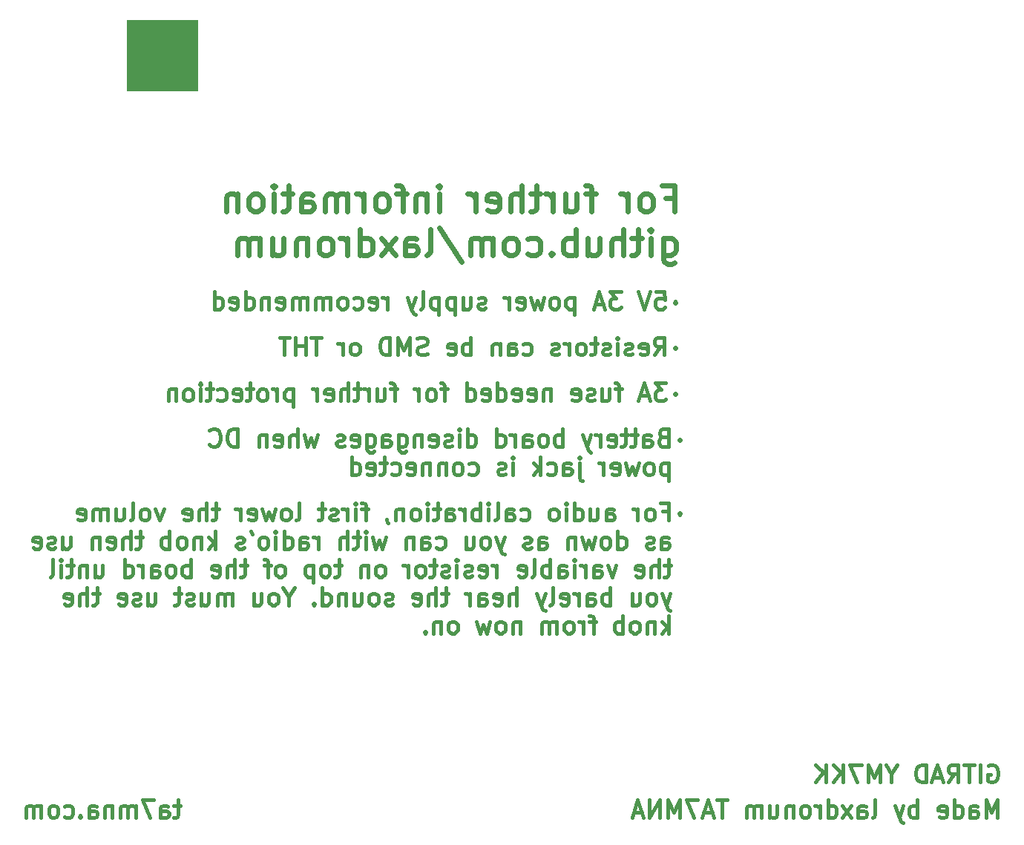
<source format=gbr>
%TF.GenerationSoftware,KiCad,Pcbnew,9.0.0*%
%TF.CreationDate,2025-05-09T22:52:23+03:00*%
%TF.ProjectId,QMX+ Battery + Audio Board,514d582b-2042-4617-9474-657279202b20,rev?*%
%TF.SameCoordinates,Original*%
%TF.FileFunction,Legend,Bot*%
%TF.FilePolarity,Positive*%
%FSLAX46Y46*%
G04 Gerber Fmt 4.6, Leading zero omitted, Abs format (unit mm)*
G04 Created by KiCad (PCBNEW 9.0.0) date 2025-05-09 22:52:23*
%MOMM*%
%LPD*%
G01*
G04 APERTURE LIST*
%ADD10C,0.400000*%
%ADD11C,0.100000*%
%ADD12C,0.600000*%
G04 APERTURE END LIST*
D10*
X110046366Y-146401104D02*
X109284462Y-146401104D01*
X109760652Y-145734438D02*
X109760652Y-147448723D01*
X109760652Y-147448723D02*
X109665414Y-147639200D01*
X109665414Y-147639200D02*
X109474938Y-147734438D01*
X109474938Y-147734438D02*
X109284462Y-147734438D01*
X107760652Y-147734438D02*
X107760652Y-146686819D01*
X107760652Y-146686819D02*
X107855890Y-146496342D01*
X107855890Y-146496342D02*
X108046366Y-146401104D01*
X108046366Y-146401104D02*
X108427319Y-146401104D01*
X108427319Y-146401104D02*
X108617795Y-146496342D01*
X107760652Y-147639200D02*
X107951128Y-147734438D01*
X107951128Y-147734438D02*
X108427319Y-147734438D01*
X108427319Y-147734438D02*
X108617795Y-147639200D01*
X108617795Y-147639200D02*
X108713033Y-147448723D01*
X108713033Y-147448723D02*
X108713033Y-147258247D01*
X108713033Y-147258247D02*
X108617795Y-147067771D01*
X108617795Y-147067771D02*
X108427319Y-146972533D01*
X108427319Y-146972533D02*
X107951128Y-146972533D01*
X107951128Y-146972533D02*
X107760652Y-146877295D01*
X106998747Y-145734438D02*
X105665414Y-145734438D01*
X105665414Y-145734438D02*
X106522557Y-147734438D01*
X104903509Y-147734438D02*
X104903509Y-146401104D01*
X104903509Y-146591580D02*
X104808271Y-146496342D01*
X104808271Y-146496342D02*
X104617795Y-146401104D01*
X104617795Y-146401104D02*
X104332080Y-146401104D01*
X104332080Y-146401104D02*
X104141604Y-146496342D01*
X104141604Y-146496342D02*
X104046366Y-146686819D01*
X104046366Y-146686819D02*
X104046366Y-147734438D01*
X104046366Y-146686819D02*
X103951128Y-146496342D01*
X103951128Y-146496342D02*
X103760652Y-146401104D01*
X103760652Y-146401104D02*
X103474938Y-146401104D01*
X103474938Y-146401104D02*
X103284461Y-146496342D01*
X103284461Y-146496342D02*
X103189223Y-146686819D01*
X103189223Y-146686819D02*
X103189223Y-147734438D01*
X102236842Y-146401104D02*
X102236842Y-147734438D01*
X102236842Y-146591580D02*
X102141604Y-146496342D01*
X102141604Y-146496342D02*
X101951128Y-146401104D01*
X101951128Y-146401104D02*
X101665413Y-146401104D01*
X101665413Y-146401104D02*
X101474937Y-146496342D01*
X101474937Y-146496342D02*
X101379699Y-146686819D01*
X101379699Y-146686819D02*
X101379699Y-147734438D01*
X99570175Y-147734438D02*
X99570175Y-146686819D01*
X99570175Y-146686819D02*
X99665413Y-146496342D01*
X99665413Y-146496342D02*
X99855889Y-146401104D01*
X99855889Y-146401104D02*
X100236842Y-146401104D01*
X100236842Y-146401104D02*
X100427318Y-146496342D01*
X99570175Y-147639200D02*
X99760651Y-147734438D01*
X99760651Y-147734438D02*
X100236842Y-147734438D01*
X100236842Y-147734438D02*
X100427318Y-147639200D01*
X100427318Y-147639200D02*
X100522556Y-147448723D01*
X100522556Y-147448723D02*
X100522556Y-147258247D01*
X100522556Y-147258247D02*
X100427318Y-147067771D01*
X100427318Y-147067771D02*
X100236842Y-146972533D01*
X100236842Y-146972533D02*
X99760651Y-146972533D01*
X99760651Y-146972533D02*
X99570175Y-146877295D01*
X98617794Y-147543961D02*
X98522556Y-147639200D01*
X98522556Y-147639200D02*
X98617794Y-147734438D01*
X98617794Y-147734438D02*
X98713032Y-147639200D01*
X98713032Y-147639200D02*
X98617794Y-147543961D01*
X98617794Y-147543961D02*
X98617794Y-147734438D01*
X96808270Y-147639200D02*
X96998746Y-147734438D01*
X96998746Y-147734438D02*
X97379699Y-147734438D01*
X97379699Y-147734438D02*
X97570175Y-147639200D01*
X97570175Y-147639200D02*
X97665413Y-147543961D01*
X97665413Y-147543961D02*
X97760651Y-147353485D01*
X97760651Y-147353485D02*
X97760651Y-146782057D01*
X97760651Y-146782057D02*
X97665413Y-146591580D01*
X97665413Y-146591580D02*
X97570175Y-146496342D01*
X97570175Y-146496342D02*
X97379699Y-146401104D01*
X97379699Y-146401104D02*
X96998746Y-146401104D01*
X96998746Y-146401104D02*
X96808270Y-146496342D01*
X95665413Y-147734438D02*
X95855889Y-147639200D01*
X95855889Y-147639200D02*
X95951127Y-147543961D01*
X95951127Y-147543961D02*
X96046365Y-147353485D01*
X96046365Y-147353485D02*
X96046365Y-146782057D01*
X96046365Y-146782057D02*
X95951127Y-146591580D01*
X95951127Y-146591580D02*
X95855889Y-146496342D01*
X95855889Y-146496342D02*
X95665413Y-146401104D01*
X95665413Y-146401104D02*
X95379698Y-146401104D01*
X95379698Y-146401104D02*
X95189222Y-146496342D01*
X95189222Y-146496342D02*
X95093984Y-146591580D01*
X95093984Y-146591580D02*
X94998746Y-146782057D01*
X94998746Y-146782057D02*
X94998746Y-147353485D01*
X94998746Y-147353485D02*
X95093984Y-147543961D01*
X95093984Y-147543961D02*
X95189222Y-147639200D01*
X95189222Y-147639200D02*
X95379698Y-147734438D01*
X95379698Y-147734438D02*
X95665413Y-147734438D01*
X94141603Y-147734438D02*
X94141603Y-146401104D01*
X94141603Y-146591580D02*
X94046365Y-146496342D01*
X94046365Y-146496342D02*
X93855889Y-146401104D01*
X93855889Y-146401104D02*
X93570174Y-146401104D01*
X93570174Y-146401104D02*
X93379698Y-146496342D01*
X93379698Y-146496342D02*
X93284460Y-146686819D01*
X93284460Y-146686819D02*
X93284460Y-147734438D01*
X93284460Y-146686819D02*
X93189222Y-146496342D01*
X93189222Y-146496342D02*
X92998746Y-146401104D01*
X92998746Y-146401104D02*
X92713032Y-146401104D01*
X92713032Y-146401104D02*
X92522555Y-146496342D01*
X92522555Y-146496342D02*
X92427317Y-146686819D01*
X92427317Y-146686819D02*
X92427317Y-147734438D01*
D11*
X103950000Y-56770000D02*
X111950000Y-56770000D01*
X111950000Y-64770000D01*
X103950000Y-64770000D01*
X103950000Y-56770000D01*
G36*
X103950000Y-56770000D02*
G01*
X111950000Y-56770000D01*
X111950000Y-64770000D01*
X103950000Y-64770000D01*
X103950000Y-56770000D01*
G37*
D10*
X166974938Y-104552715D02*
X167070176Y-104647953D01*
X167070176Y-104647953D02*
X166974938Y-104743191D01*
X166974938Y-104743191D02*
X166879700Y-104647953D01*
X166879700Y-104647953D02*
X166974938Y-104552715D01*
X166974938Y-104552715D02*
X166974938Y-104743191D01*
X165070175Y-104362239D02*
X164784461Y-104457477D01*
X164784461Y-104457477D02*
X164689223Y-104552715D01*
X164689223Y-104552715D02*
X164593985Y-104743191D01*
X164593985Y-104743191D02*
X164593985Y-105028905D01*
X164593985Y-105028905D02*
X164689223Y-105219381D01*
X164689223Y-105219381D02*
X164784461Y-105314620D01*
X164784461Y-105314620D02*
X164974937Y-105409858D01*
X164974937Y-105409858D02*
X165736842Y-105409858D01*
X165736842Y-105409858D02*
X165736842Y-103409858D01*
X165736842Y-103409858D02*
X165070175Y-103409858D01*
X165070175Y-103409858D02*
X164879699Y-103505096D01*
X164879699Y-103505096D02*
X164784461Y-103600334D01*
X164784461Y-103600334D02*
X164689223Y-103790810D01*
X164689223Y-103790810D02*
X164689223Y-103981286D01*
X164689223Y-103981286D02*
X164784461Y-104171762D01*
X164784461Y-104171762D02*
X164879699Y-104267000D01*
X164879699Y-104267000D02*
X165070175Y-104362239D01*
X165070175Y-104362239D02*
X165736842Y-104362239D01*
X162879699Y-105409858D02*
X162879699Y-104362239D01*
X162879699Y-104362239D02*
X162974937Y-104171762D01*
X162974937Y-104171762D02*
X163165413Y-104076524D01*
X163165413Y-104076524D02*
X163546366Y-104076524D01*
X163546366Y-104076524D02*
X163736842Y-104171762D01*
X162879699Y-105314620D02*
X163070175Y-105409858D01*
X163070175Y-105409858D02*
X163546366Y-105409858D01*
X163546366Y-105409858D02*
X163736842Y-105314620D01*
X163736842Y-105314620D02*
X163832080Y-105124143D01*
X163832080Y-105124143D02*
X163832080Y-104933667D01*
X163832080Y-104933667D02*
X163736842Y-104743191D01*
X163736842Y-104743191D02*
X163546366Y-104647953D01*
X163546366Y-104647953D02*
X163070175Y-104647953D01*
X163070175Y-104647953D02*
X162879699Y-104552715D01*
X162213032Y-104076524D02*
X161451128Y-104076524D01*
X161927318Y-103409858D02*
X161927318Y-105124143D01*
X161927318Y-105124143D02*
X161832080Y-105314620D01*
X161832080Y-105314620D02*
X161641604Y-105409858D01*
X161641604Y-105409858D02*
X161451128Y-105409858D01*
X161070175Y-104076524D02*
X160308271Y-104076524D01*
X160784461Y-103409858D02*
X160784461Y-105124143D01*
X160784461Y-105124143D02*
X160689223Y-105314620D01*
X160689223Y-105314620D02*
X160498747Y-105409858D01*
X160498747Y-105409858D02*
X160308271Y-105409858D01*
X158879699Y-105314620D02*
X159070175Y-105409858D01*
X159070175Y-105409858D02*
X159451128Y-105409858D01*
X159451128Y-105409858D02*
X159641604Y-105314620D01*
X159641604Y-105314620D02*
X159736842Y-105124143D01*
X159736842Y-105124143D02*
X159736842Y-104362239D01*
X159736842Y-104362239D02*
X159641604Y-104171762D01*
X159641604Y-104171762D02*
X159451128Y-104076524D01*
X159451128Y-104076524D02*
X159070175Y-104076524D01*
X159070175Y-104076524D02*
X158879699Y-104171762D01*
X158879699Y-104171762D02*
X158784461Y-104362239D01*
X158784461Y-104362239D02*
X158784461Y-104552715D01*
X158784461Y-104552715D02*
X159736842Y-104743191D01*
X157927318Y-105409858D02*
X157927318Y-104076524D01*
X157927318Y-104457477D02*
X157832080Y-104267000D01*
X157832080Y-104267000D02*
X157736842Y-104171762D01*
X157736842Y-104171762D02*
X157546366Y-104076524D01*
X157546366Y-104076524D02*
X157355889Y-104076524D01*
X156879699Y-104076524D02*
X156403509Y-105409858D01*
X155927318Y-104076524D02*
X156403509Y-105409858D01*
X156403509Y-105409858D02*
X156593985Y-105886048D01*
X156593985Y-105886048D02*
X156689223Y-105981286D01*
X156689223Y-105981286D02*
X156879699Y-106076524D01*
X153641603Y-105409858D02*
X153641603Y-103409858D01*
X153641603Y-104171762D02*
X153451127Y-104076524D01*
X153451127Y-104076524D02*
X153070174Y-104076524D01*
X153070174Y-104076524D02*
X152879698Y-104171762D01*
X152879698Y-104171762D02*
X152784460Y-104267000D01*
X152784460Y-104267000D02*
X152689222Y-104457477D01*
X152689222Y-104457477D02*
X152689222Y-105028905D01*
X152689222Y-105028905D02*
X152784460Y-105219381D01*
X152784460Y-105219381D02*
X152879698Y-105314620D01*
X152879698Y-105314620D02*
X153070174Y-105409858D01*
X153070174Y-105409858D02*
X153451127Y-105409858D01*
X153451127Y-105409858D02*
X153641603Y-105314620D01*
X151546365Y-105409858D02*
X151736841Y-105314620D01*
X151736841Y-105314620D02*
X151832079Y-105219381D01*
X151832079Y-105219381D02*
X151927317Y-105028905D01*
X151927317Y-105028905D02*
X151927317Y-104457477D01*
X151927317Y-104457477D02*
X151832079Y-104267000D01*
X151832079Y-104267000D02*
X151736841Y-104171762D01*
X151736841Y-104171762D02*
X151546365Y-104076524D01*
X151546365Y-104076524D02*
X151260650Y-104076524D01*
X151260650Y-104076524D02*
X151070174Y-104171762D01*
X151070174Y-104171762D02*
X150974936Y-104267000D01*
X150974936Y-104267000D02*
X150879698Y-104457477D01*
X150879698Y-104457477D02*
X150879698Y-105028905D01*
X150879698Y-105028905D02*
X150974936Y-105219381D01*
X150974936Y-105219381D02*
X151070174Y-105314620D01*
X151070174Y-105314620D02*
X151260650Y-105409858D01*
X151260650Y-105409858D02*
X151546365Y-105409858D01*
X149165412Y-105409858D02*
X149165412Y-104362239D01*
X149165412Y-104362239D02*
X149260650Y-104171762D01*
X149260650Y-104171762D02*
X149451126Y-104076524D01*
X149451126Y-104076524D02*
X149832079Y-104076524D01*
X149832079Y-104076524D02*
X150022555Y-104171762D01*
X149165412Y-105314620D02*
X149355888Y-105409858D01*
X149355888Y-105409858D02*
X149832079Y-105409858D01*
X149832079Y-105409858D02*
X150022555Y-105314620D01*
X150022555Y-105314620D02*
X150117793Y-105124143D01*
X150117793Y-105124143D02*
X150117793Y-104933667D01*
X150117793Y-104933667D02*
X150022555Y-104743191D01*
X150022555Y-104743191D02*
X149832079Y-104647953D01*
X149832079Y-104647953D02*
X149355888Y-104647953D01*
X149355888Y-104647953D02*
X149165412Y-104552715D01*
X148213031Y-105409858D02*
X148213031Y-104076524D01*
X148213031Y-104457477D02*
X148117793Y-104267000D01*
X148117793Y-104267000D02*
X148022555Y-104171762D01*
X148022555Y-104171762D02*
X147832079Y-104076524D01*
X147832079Y-104076524D02*
X147641602Y-104076524D01*
X146117793Y-105409858D02*
X146117793Y-103409858D01*
X146117793Y-105314620D02*
X146308269Y-105409858D01*
X146308269Y-105409858D02*
X146689222Y-105409858D01*
X146689222Y-105409858D02*
X146879698Y-105314620D01*
X146879698Y-105314620D02*
X146974936Y-105219381D01*
X146974936Y-105219381D02*
X147070174Y-105028905D01*
X147070174Y-105028905D02*
X147070174Y-104457477D01*
X147070174Y-104457477D02*
X146974936Y-104267000D01*
X146974936Y-104267000D02*
X146879698Y-104171762D01*
X146879698Y-104171762D02*
X146689222Y-104076524D01*
X146689222Y-104076524D02*
X146308269Y-104076524D01*
X146308269Y-104076524D02*
X146117793Y-104171762D01*
X142784459Y-105409858D02*
X142784459Y-103409858D01*
X142784459Y-105314620D02*
X142974935Y-105409858D01*
X142974935Y-105409858D02*
X143355888Y-105409858D01*
X143355888Y-105409858D02*
X143546364Y-105314620D01*
X143546364Y-105314620D02*
X143641602Y-105219381D01*
X143641602Y-105219381D02*
X143736840Y-105028905D01*
X143736840Y-105028905D02*
X143736840Y-104457477D01*
X143736840Y-104457477D02*
X143641602Y-104267000D01*
X143641602Y-104267000D02*
X143546364Y-104171762D01*
X143546364Y-104171762D02*
X143355888Y-104076524D01*
X143355888Y-104076524D02*
X142974935Y-104076524D01*
X142974935Y-104076524D02*
X142784459Y-104171762D01*
X141832078Y-105409858D02*
X141832078Y-104076524D01*
X141832078Y-103409858D02*
X141927316Y-103505096D01*
X141927316Y-103505096D02*
X141832078Y-103600334D01*
X141832078Y-103600334D02*
X141736840Y-103505096D01*
X141736840Y-103505096D02*
X141832078Y-103409858D01*
X141832078Y-103409858D02*
X141832078Y-103600334D01*
X140974935Y-105314620D02*
X140784459Y-105409858D01*
X140784459Y-105409858D02*
X140403507Y-105409858D01*
X140403507Y-105409858D02*
X140213030Y-105314620D01*
X140213030Y-105314620D02*
X140117792Y-105124143D01*
X140117792Y-105124143D02*
X140117792Y-105028905D01*
X140117792Y-105028905D02*
X140213030Y-104838429D01*
X140213030Y-104838429D02*
X140403507Y-104743191D01*
X140403507Y-104743191D02*
X140689221Y-104743191D01*
X140689221Y-104743191D02*
X140879697Y-104647953D01*
X140879697Y-104647953D02*
X140974935Y-104457477D01*
X140974935Y-104457477D02*
X140974935Y-104362239D01*
X140974935Y-104362239D02*
X140879697Y-104171762D01*
X140879697Y-104171762D02*
X140689221Y-104076524D01*
X140689221Y-104076524D02*
X140403507Y-104076524D01*
X140403507Y-104076524D02*
X140213030Y-104171762D01*
X138498744Y-105314620D02*
X138689220Y-105409858D01*
X138689220Y-105409858D02*
X139070173Y-105409858D01*
X139070173Y-105409858D02*
X139260649Y-105314620D01*
X139260649Y-105314620D02*
X139355887Y-105124143D01*
X139355887Y-105124143D02*
X139355887Y-104362239D01*
X139355887Y-104362239D02*
X139260649Y-104171762D01*
X139260649Y-104171762D02*
X139070173Y-104076524D01*
X139070173Y-104076524D02*
X138689220Y-104076524D01*
X138689220Y-104076524D02*
X138498744Y-104171762D01*
X138498744Y-104171762D02*
X138403506Y-104362239D01*
X138403506Y-104362239D02*
X138403506Y-104552715D01*
X138403506Y-104552715D02*
X139355887Y-104743191D01*
X137546363Y-104076524D02*
X137546363Y-105409858D01*
X137546363Y-104267000D02*
X137451125Y-104171762D01*
X137451125Y-104171762D02*
X137260649Y-104076524D01*
X137260649Y-104076524D02*
X136974934Y-104076524D01*
X136974934Y-104076524D02*
X136784458Y-104171762D01*
X136784458Y-104171762D02*
X136689220Y-104362239D01*
X136689220Y-104362239D02*
X136689220Y-105409858D01*
X134879696Y-104076524D02*
X134879696Y-105695572D01*
X134879696Y-105695572D02*
X134974934Y-105886048D01*
X134974934Y-105886048D02*
X135070172Y-105981286D01*
X135070172Y-105981286D02*
X135260649Y-106076524D01*
X135260649Y-106076524D02*
X135546363Y-106076524D01*
X135546363Y-106076524D02*
X135736839Y-105981286D01*
X134879696Y-105314620D02*
X135070172Y-105409858D01*
X135070172Y-105409858D02*
X135451125Y-105409858D01*
X135451125Y-105409858D02*
X135641601Y-105314620D01*
X135641601Y-105314620D02*
X135736839Y-105219381D01*
X135736839Y-105219381D02*
X135832077Y-105028905D01*
X135832077Y-105028905D02*
X135832077Y-104457477D01*
X135832077Y-104457477D02*
X135736839Y-104267000D01*
X135736839Y-104267000D02*
X135641601Y-104171762D01*
X135641601Y-104171762D02*
X135451125Y-104076524D01*
X135451125Y-104076524D02*
X135070172Y-104076524D01*
X135070172Y-104076524D02*
X134879696Y-104171762D01*
X133070172Y-105409858D02*
X133070172Y-104362239D01*
X133070172Y-104362239D02*
X133165410Y-104171762D01*
X133165410Y-104171762D02*
X133355886Y-104076524D01*
X133355886Y-104076524D02*
X133736839Y-104076524D01*
X133736839Y-104076524D02*
X133927315Y-104171762D01*
X133070172Y-105314620D02*
X133260648Y-105409858D01*
X133260648Y-105409858D02*
X133736839Y-105409858D01*
X133736839Y-105409858D02*
X133927315Y-105314620D01*
X133927315Y-105314620D02*
X134022553Y-105124143D01*
X134022553Y-105124143D02*
X134022553Y-104933667D01*
X134022553Y-104933667D02*
X133927315Y-104743191D01*
X133927315Y-104743191D02*
X133736839Y-104647953D01*
X133736839Y-104647953D02*
X133260648Y-104647953D01*
X133260648Y-104647953D02*
X133070172Y-104552715D01*
X131260648Y-104076524D02*
X131260648Y-105695572D01*
X131260648Y-105695572D02*
X131355886Y-105886048D01*
X131355886Y-105886048D02*
X131451124Y-105981286D01*
X131451124Y-105981286D02*
X131641601Y-106076524D01*
X131641601Y-106076524D02*
X131927315Y-106076524D01*
X131927315Y-106076524D02*
X132117791Y-105981286D01*
X131260648Y-105314620D02*
X131451124Y-105409858D01*
X131451124Y-105409858D02*
X131832077Y-105409858D01*
X131832077Y-105409858D02*
X132022553Y-105314620D01*
X132022553Y-105314620D02*
X132117791Y-105219381D01*
X132117791Y-105219381D02*
X132213029Y-105028905D01*
X132213029Y-105028905D02*
X132213029Y-104457477D01*
X132213029Y-104457477D02*
X132117791Y-104267000D01*
X132117791Y-104267000D02*
X132022553Y-104171762D01*
X132022553Y-104171762D02*
X131832077Y-104076524D01*
X131832077Y-104076524D02*
X131451124Y-104076524D01*
X131451124Y-104076524D02*
X131260648Y-104171762D01*
X129546362Y-105314620D02*
X129736838Y-105409858D01*
X129736838Y-105409858D02*
X130117791Y-105409858D01*
X130117791Y-105409858D02*
X130308267Y-105314620D01*
X130308267Y-105314620D02*
X130403505Y-105124143D01*
X130403505Y-105124143D02*
X130403505Y-104362239D01*
X130403505Y-104362239D02*
X130308267Y-104171762D01*
X130308267Y-104171762D02*
X130117791Y-104076524D01*
X130117791Y-104076524D02*
X129736838Y-104076524D01*
X129736838Y-104076524D02*
X129546362Y-104171762D01*
X129546362Y-104171762D02*
X129451124Y-104362239D01*
X129451124Y-104362239D02*
X129451124Y-104552715D01*
X129451124Y-104552715D02*
X130403505Y-104743191D01*
X128689219Y-105314620D02*
X128498743Y-105409858D01*
X128498743Y-105409858D02*
X128117791Y-105409858D01*
X128117791Y-105409858D02*
X127927314Y-105314620D01*
X127927314Y-105314620D02*
X127832076Y-105124143D01*
X127832076Y-105124143D02*
X127832076Y-105028905D01*
X127832076Y-105028905D02*
X127927314Y-104838429D01*
X127927314Y-104838429D02*
X128117791Y-104743191D01*
X128117791Y-104743191D02*
X128403505Y-104743191D01*
X128403505Y-104743191D02*
X128593981Y-104647953D01*
X128593981Y-104647953D02*
X128689219Y-104457477D01*
X128689219Y-104457477D02*
X128689219Y-104362239D01*
X128689219Y-104362239D02*
X128593981Y-104171762D01*
X128593981Y-104171762D02*
X128403505Y-104076524D01*
X128403505Y-104076524D02*
X128117791Y-104076524D01*
X128117791Y-104076524D02*
X127927314Y-104171762D01*
X125641599Y-104076524D02*
X125260647Y-105409858D01*
X125260647Y-105409858D02*
X124879694Y-104457477D01*
X124879694Y-104457477D02*
X124498742Y-105409858D01*
X124498742Y-105409858D02*
X124117790Y-104076524D01*
X123355885Y-105409858D02*
X123355885Y-103409858D01*
X122498742Y-105409858D02*
X122498742Y-104362239D01*
X122498742Y-104362239D02*
X122593980Y-104171762D01*
X122593980Y-104171762D02*
X122784456Y-104076524D01*
X122784456Y-104076524D02*
X123070171Y-104076524D01*
X123070171Y-104076524D02*
X123260647Y-104171762D01*
X123260647Y-104171762D02*
X123355885Y-104267000D01*
X120784456Y-105314620D02*
X120974932Y-105409858D01*
X120974932Y-105409858D02*
X121355885Y-105409858D01*
X121355885Y-105409858D02*
X121546361Y-105314620D01*
X121546361Y-105314620D02*
X121641599Y-105124143D01*
X121641599Y-105124143D02*
X121641599Y-104362239D01*
X121641599Y-104362239D02*
X121546361Y-104171762D01*
X121546361Y-104171762D02*
X121355885Y-104076524D01*
X121355885Y-104076524D02*
X120974932Y-104076524D01*
X120974932Y-104076524D02*
X120784456Y-104171762D01*
X120784456Y-104171762D02*
X120689218Y-104362239D01*
X120689218Y-104362239D02*
X120689218Y-104552715D01*
X120689218Y-104552715D02*
X121641599Y-104743191D01*
X119832075Y-104076524D02*
X119832075Y-105409858D01*
X119832075Y-104267000D02*
X119736837Y-104171762D01*
X119736837Y-104171762D02*
X119546361Y-104076524D01*
X119546361Y-104076524D02*
X119260646Y-104076524D01*
X119260646Y-104076524D02*
X119070170Y-104171762D01*
X119070170Y-104171762D02*
X118974932Y-104362239D01*
X118974932Y-104362239D02*
X118974932Y-105409858D01*
X116498741Y-105409858D02*
X116498741Y-103409858D01*
X116498741Y-103409858D02*
X116022551Y-103409858D01*
X116022551Y-103409858D02*
X115736836Y-103505096D01*
X115736836Y-103505096D02*
X115546360Y-103695572D01*
X115546360Y-103695572D02*
X115451122Y-103886048D01*
X115451122Y-103886048D02*
X115355884Y-104267000D01*
X115355884Y-104267000D02*
X115355884Y-104552715D01*
X115355884Y-104552715D02*
X115451122Y-104933667D01*
X115451122Y-104933667D02*
X115546360Y-105124143D01*
X115546360Y-105124143D02*
X115736836Y-105314620D01*
X115736836Y-105314620D02*
X116022551Y-105409858D01*
X116022551Y-105409858D02*
X116498741Y-105409858D01*
X113355884Y-105219381D02*
X113451122Y-105314620D01*
X113451122Y-105314620D02*
X113736836Y-105409858D01*
X113736836Y-105409858D02*
X113927312Y-105409858D01*
X113927312Y-105409858D02*
X114213027Y-105314620D01*
X114213027Y-105314620D02*
X114403503Y-105124143D01*
X114403503Y-105124143D02*
X114498741Y-104933667D01*
X114498741Y-104933667D02*
X114593979Y-104552715D01*
X114593979Y-104552715D02*
X114593979Y-104267000D01*
X114593979Y-104267000D02*
X114498741Y-103886048D01*
X114498741Y-103886048D02*
X114403503Y-103695572D01*
X114403503Y-103695572D02*
X114213027Y-103505096D01*
X114213027Y-103505096D02*
X113927312Y-103409858D01*
X113927312Y-103409858D02*
X113736836Y-103409858D01*
X113736836Y-103409858D02*
X113451122Y-103505096D01*
X113451122Y-103505096D02*
X113355884Y-103600334D01*
X165736842Y-107296412D02*
X165736842Y-109296412D01*
X165736842Y-107391650D02*
X165546366Y-107296412D01*
X165546366Y-107296412D02*
X165165413Y-107296412D01*
X165165413Y-107296412D02*
X164974937Y-107391650D01*
X164974937Y-107391650D02*
X164879699Y-107486888D01*
X164879699Y-107486888D02*
X164784461Y-107677365D01*
X164784461Y-107677365D02*
X164784461Y-108248793D01*
X164784461Y-108248793D02*
X164879699Y-108439269D01*
X164879699Y-108439269D02*
X164974937Y-108534508D01*
X164974937Y-108534508D02*
X165165413Y-108629746D01*
X165165413Y-108629746D02*
X165546366Y-108629746D01*
X165546366Y-108629746D02*
X165736842Y-108534508D01*
X163641604Y-108629746D02*
X163832080Y-108534508D01*
X163832080Y-108534508D02*
X163927318Y-108439269D01*
X163927318Y-108439269D02*
X164022556Y-108248793D01*
X164022556Y-108248793D02*
X164022556Y-107677365D01*
X164022556Y-107677365D02*
X163927318Y-107486888D01*
X163927318Y-107486888D02*
X163832080Y-107391650D01*
X163832080Y-107391650D02*
X163641604Y-107296412D01*
X163641604Y-107296412D02*
X163355889Y-107296412D01*
X163355889Y-107296412D02*
X163165413Y-107391650D01*
X163165413Y-107391650D02*
X163070175Y-107486888D01*
X163070175Y-107486888D02*
X162974937Y-107677365D01*
X162974937Y-107677365D02*
X162974937Y-108248793D01*
X162974937Y-108248793D02*
X163070175Y-108439269D01*
X163070175Y-108439269D02*
X163165413Y-108534508D01*
X163165413Y-108534508D02*
X163355889Y-108629746D01*
X163355889Y-108629746D02*
X163641604Y-108629746D01*
X162308270Y-107296412D02*
X161927318Y-108629746D01*
X161927318Y-108629746D02*
X161546365Y-107677365D01*
X161546365Y-107677365D02*
X161165413Y-108629746D01*
X161165413Y-108629746D02*
X160784461Y-107296412D01*
X159260651Y-108534508D02*
X159451127Y-108629746D01*
X159451127Y-108629746D02*
X159832080Y-108629746D01*
X159832080Y-108629746D02*
X160022556Y-108534508D01*
X160022556Y-108534508D02*
X160117794Y-108344031D01*
X160117794Y-108344031D02*
X160117794Y-107582127D01*
X160117794Y-107582127D02*
X160022556Y-107391650D01*
X160022556Y-107391650D02*
X159832080Y-107296412D01*
X159832080Y-107296412D02*
X159451127Y-107296412D01*
X159451127Y-107296412D02*
X159260651Y-107391650D01*
X159260651Y-107391650D02*
X159165413Y-107582127D01*
X159165413Y-107582127D02*
X159165413Y-107772603D01*
X159165413Y-107772603D02*
X160117794Y-107963079D01*
X158308270Y-108629746D02*
X158308270Y-107296412D01*
X158308270Y-107677365D02*
X158213032Y-107486888D01*
X158213032Y-107486888D02*
X158117794Y-107391650D01*
X158117794Y-107391650D02*
X157927318Y-107296412D01*
X157927318Y-107296412D02*
X157736841Y-107296412D01*
X155546365Y-107296412D02*
X155546365Y-109010698D01*
X155546365Y-109010698D02*
X155641603Y-109201174D01*
X155641603Y-109201174D02*
X155832079Y-109296412D01*
X155832079Y-109296412D02*
X155927317Y-109296412D01*
X155546365Y-106629746D02*
X155641603Y-106724984D01*
X155641603Y-106724984D02*
X155546365Y-106820222D01*
X155546365Y-106820222D02*
X155451127Y-106724984D01*
X155451127Y-106724984D02*
X155546365Y-106629746D01*
X155546365Y-106629746D02*
X155546365Y-106820222D01*
X153736841Y-108629746D02*
X153736841Y-107582127D01*
X153736841Y-107582127D02*
X153832079Y-107391650D01*
X153832079Y-107391650D02*
X154022555Y-107296412D01*
X154022555Y-107296412D02*
X154403508Y-107296412D01*
X154403508Y-107296412D02*
X154593984Y-107391650D01*
X153736841Y-108534508D02*
X153927317Y-108629746D01*
X153927317Y-108629746D02*
X154403508Y-108629746D01*
X154403508Y-108629746D02*
X154593984Y-108534508D01*
X154593984Y-108534508D02*
X154689222Y-108344031D01*
X154689222Y-108344031D02*
X154689222Y-108153555D01*
X154689222Y-108153555D02*
X154593984Y-107963079D01*
X154593984Y-107963079D02*
X154403508Y-107867841D01*
X154403508Y-107867841D02*
X153927317Y-107867841D01*
X153927317Y-107867841D02*
X153736841Y-107772603D01*
X151927317Y-108534508D02*
X152117793Y-108629746D01*
X152117793Y-108629746D02*
X152498746Y-108629746D01*
X152498746Y-108629746D02*
X152689222Y-108534508D01*
X152689222Y-108534508D02*
X152784460Y-108439269D01*
X152784460Y-108439269D02*
X152879698Y-108248793D01*
X152879698Y-108248793D02*
X152879698Y-107677365D01*
X152879698Y-107677365D02*
X152784460Y-107486888D01*
X152784460Y-107486888D02*
X152689222Y-107391650D01*
X152689222Y-107391650D02*
X152498746Y-107296412D01*
X152498746Y-107296412D02*
X152117793Y-107296412D01*
X152117793Y-107296412D02*
X151927317Y-107391650D01*
X151070174Y-108629746D02*
X151070174Y-106629746D01*
X150879698Y-107867841D02*
X150308269Y-108629746D01*
X150308269Y-107296412D02*
X151070174Y-108058317D01*
X147927316Y-108629746D02*
X147927316Y-107296412D01*
X147927316Y-106629746D02*
X148022554Y-106724984D01*
X148022554Y-106724984D02*
X147927316Y-106820222D01*
X147927316Y-106820222D02*
X147832078Y-106724984D01*
X147832078Y-106724984D02*
X147927316Y-106629746D01*
X147927316Y-106629746D02*
X147927316Y-106820222D01*
X147070173Y-108534508D02*
X146879697Y-108629746D01*
X146879697Y-108629746D02*
X146498745Y-108629746D01*
X146498745Y-108629746D02*
X146308268Y-108534508D01*
X146308268Y-108534508D02*
X146213030Y-108344031D01*
X146213030Y-108344031D02*
X146213030Y-108248793D01*
X146213030Y-108248793D02*
X146308268Y-108058317D01*
X146308268Y-108058317D02*
X146498745Y-107963079D01*
X146498745Y-107963079D02*
X146784459Y-107963079D01*
X146784459Y-107963079D02*
X146974935Y-107867841D01*
X146974935Y-107867841D02*
X147070173Y-107677365D01*
X147070173Y-107677365D02*
X147070173Y-107582127D01*
X147070173Y-107582127D02*
X146974935Y-107391650D01*
X146974935Y-107391650D02*
X146784459Y-107296412D01*
X146784459Y-107296412D02*
X146498745Y-107296412D01*
X146498745Y-107296412D02*
X146308268Y-107391650D01*
X142974934Y-108534508D02*
X143165410Y-108629746D01*
X143165410Y-108629746D02*
X143546363Y-108629746D01*
X143546363Y-108629746D02*
X143736839Y-108534508D01*
X143736839Y-108534508D02*
X143832077Y-108439269D01*
X143832077Y-108439269D02*
X143927315Y-108248793D01*
X143927315Y-108248793D02*
X143927315Y-107677365D01*
X143927315Y-107677365D02*
X143832077Y-107486888D01*
X143832077Y-107486888D02*
X143736839Y-107391650D01*
X143736839Y-107391650D02*
X143546363Y-107296412D01*
X143546363Y-107296412D02*
X143165410Y-107296412D01*
X143165410Y-107296412D02*
X142974934Y-107391650D01*
X141832077Y-108629746D02*
X142022553Y-108534508D01*
X142022553Y-108534508D02*
X142117791Y-108439269D01*
X142117791Y-108439269D02*
X142213029Y-108248793D01*
X142213029Y-108248793D02*
X142213029Y-107677365D01*
X142213029Y-107677365D02*
X142117791Y-107486888D01*
X142117791Y-107486888D02*
X142022553Y-107391650D01*
X142022553Y-107391650D02*
X141832077Y-107296412D01*
X141832077Y-107296412D02*
X141546362Y-107296412D01*
X141546362Y-107296412D02*
X141355886Y-107391650D01*
X141355886Y-107391650D02*
X141260648Y-107486888D01*
X141260648Y-107486888D02*
X141165410Y-107677365D01*
X141165410Y-107677365D02*
X141165410Y-108248793D01*
X141165410Y-108248793D02*
X141260648Y-108439269D01*
X141260648Y-108439269D02*
X141355886Y-108534508D01*
X141355886Y-108534508D02*
X141546362Y-108629746D01*
X141546362Y-108629746D02*
X141832077Y-108629746D01*
X140308267Y-107296412D02*
X140308267Y-108629746D01*
X140308267Y-107486888D02*
X140213029Y-107391650D01*
X140213029Y-107391650D02*
X140022553Y-107296412D01*
X140022553Y-107296412D02*
X139736838Y-107296412D01*
X139736838Y-107296412D02*
X139546362Y-107391650D01*
X139546362Y-107391650D02*
X139451124Y-107582127D01*
X139451124Y-107582127D02*
X139451124Y-108629746D01*
X138498743Y-107296412D02*
X138498743Y-108629746D01*
X138498743Y-107486888D02*
X138403505Y-107391650D01*
X138403505Y-107391650D02*
X138213029Y-107296412D01*
X138213029Y-107296412D02*
X137927314Y-107296412D01*
X137927314Y-107296412D02*
X137736838Y-107391650D01*
X137736838Y-107391650D02*
X137641600Y-107582127D01*
X137641600Y-107582127D02*
X137641600Y-108629746D01*
X135927314Y-108534508D02*
X136117790Y-108629746D01*
X136117790Y-108629746D02*
X136498743Y-108629746D01*
X136498743Y-108629746D02*
X136689219Y-108534508D01*
X136689219Y-108534508D02*
X136784457Y-108344031D01*
X136784457Y-108344031D02*
X136784457Y-107582127D01*
X136784457Y-107582127D02*
X136689219Y-107391650D01*
X136689219Y-107391650D02*
X136498743Y-107296412D01*
X136498743Y-107296412D02*
X136117790Y-107296412D01*
X136117790Y-107296412D02*
X135927314Y-107391650D01*
X135927314Y-107391650D02*
X135832076Y-107582127D01*
X135832076Y-107582127D02*
X135832076Y-107772603D01*
X135832076Y-107772603D02*
X136784457Y-107963079D01*
X134117790Y-108534508D02*
X134308266Y-108629746D01*
X134308266Y-108629746D02*
X134689219Y-108629746D01*
X134689219Y-108629746D02*
X134879695Y-108534508D01*
X134879695Y-108534508D02*
X134974933Y-108439269D01*
X134974933Y-108439269D02*
X135070171Y-108248793D01*
X135070171Y-108248793D02*
X135070171Y-107677365D01*
X135070171Y-107677365D02*
X134974933Y-107486888D01*
X134974933Y-107486888D02*
X134879695Y-107391650D01*
X134879695Y-107391650D02*
X134689219Y-107296412D01*
X134689219Y-107296412D02*
X134308266Y-107296412D01*
X134308266Y-107296412D02*
X134117790Y-107391650D01*
X133546361Y-107296412D02*
X132784457Y-107296412D01*
X133260647Y-106629746D02*
X133260647Y-108344031D01*
X133260647Y-108344031D02*
X133165409Y-108534508D01*
X133165409Y-108534508D02*
X132974933Y-108629746D01*
X132974933Y-108629746D02*
X132784457Y-108629746D01*
X131355885Y-108534508D02*
X131546361Y-108629746D01*
X131546361Y-108629746D02*
X131927314Y-108629746D01*
X131927314Y-108629746D02*
X132117790Y-108534508D01*
X132117790Y-108534508D02*
X132213028Y-108344031D01*
X132213028Y-108344031D02*
X132213028Y-107582127D01*
X132213028Y-107582127D02*
X132117790Y-107391650D01*
X132117790Y-107391650D02*
X131927314Y-107296412D01*
X131927314Y-107296412D02*
X131546361Y-107296412D01*
X131546361Y-107296412D02*
X131355885Y-107391650D01*
X131355885Y-107391650D02*
X131260647Y-107582127D01*
X131260647Y-107582127D02*
X131260647Y-107772603D01*
X131260647Y-107772603D02*
X132213028Y-107963079D01*
X129546361Y-108629746D02*
X129546361Y-106629746D01*
X129546361Y-108534508D02*
X129736837Y-108629746D01*
X129736837Y-108629746D02*
X130117790Y-108629746D01*
X130117790Y-108629746D02*
X130308266Y-108534508D01*
X130308266Y-108534508D02*
X130403504Y-108439269D01*
X130403504Y-108439269D02*
X130498742Y-108248793D01*
X130498742Y-108248793D02*
X130498742Y-107677365D01*
X130498742Y-107677365D02*
X130403504Y-107486888D01*
X130403504Y-107486888D02*
X130308266Y-107391650D01*
X130308266Y-107391650D02*
X130117790Y-107296412D01*
X130117790Y-107296412D02*
X129736837Y-107296412D01*
X129736837Y-107296412D02*
X129546361Y-107391650D01*
D12*
X165105264Y-81601657D02*
X165105264Y-84030228D01*
X165105264Y-84030228D02*
X165248121Y-84315942D01*
X165248121Y-84315942D02*
X165390978Y-84458800D01*
X165390978Y-84458800D02*
X165676692Y-84601657D01*
X165676692Y-84601657D02*
X166105264Y-84601657D01*
X166105264Y-84601657D02*
X166390978Y-84458800D01*
X165105264Y-83458800D02*
X165390978Y-83601657D01*
X165390978Y-83601657D02*
X165962406Y-83601657D01*
X165962406Y-83601657D02*
X166248121Y-83458800D01*
X166248121Y-83458800D02*
X166390978Y-83315942D01*
X166390978Y-83315942D02*
X166533835Y-83030228D01*
X166533835Y-83030228D02*
X166533835Y-82173085D01*
X166533835Y-82173085D02*
X166390978Y-81887371D01*
X166390978Y-81887371D02*
X166248121Y-81744514D01*
X166248121Y-81744514D02*
X165962406Y-81601657D01*
X165962406Y-81601657D02*
X165390978Y-81601657D01*
X165390978Y-81601657D02*
X165105264Y-81744514D01*
X163676692Y-83601657D02*
X163676692Y-81601657D01*
X163676692Y-80601657D02*
X163819549Y-80744514D01*
X163819549Y-80744514D02*
X163676692Y-80887371D01*
X163676692Y-80887371D02*
X163533835Y-80744514D01*
X163533835Y-80744514D02*
X163676692Y-80601657D01*
X163676692Y-80601657D02*
X163676692Y-80887371D01*
X162676692Y-81601657D02*
X161533835Y-81601657D01*
X162248121Y-80601657D02*
X162248121Y-83173085D01*
X162248121Y-83173085D02*
X162105264Y-83458800D01*
X162105264Y-83458800D02*
X161819549Y-83601657D01*
X161819549Y-83601657D02*
X161533835Y-83601657D01*
X160533835Y-83601657D02*
X160533835Y-80601657D01*
X159248121Y-83601657D02*
X159248121Y-82030228D01*
X159248121Y-82030228D02*
X159390978Y-81744514D01*
X159390978Y-81744514D02*
X159676692Y-81601657D01*
X159676692Y-81601657D02*
X160105263Y-81601657D01*
X160105263Y-81601657D02*
X160390978Y-81744514D01*
X160390978Y-81744514D02*
X160533835Y-81887371D01*
X156533835Y-81601657D02*
X156533835Y-83601657D01*
X157819549Y-81601657D02*
X157819549Y-83173085D01*
X157819549Y-83173085D02*
X157676692Y-83458800D01*
X157676692Y-83458800D02*
X157390977Y-83601657D01*
X157390977Y-83601657D02*
X156962406Y-83601657D01*
X156962406Y-83601657D02*
X156676692Y-83458800D01*
X156676692Y-83458800D02*
X156533835Y-83315942D01*
X155105263Y-83601657D02*
X155105263Y-80601657D01*
X155105263Y-81744514D02*
X154819549Y-81601657D01*
X154819549Y-81601657D02*
X154248120Y-81601657D01*
X154248120Y-81601657D02*
X153962406Y-81744514D01*
X153962406Y-81744514D02*
X153819549Y-81887371D01*
X153819549Y-81887371D02*
X153676691Y-82173085D01*
X153676691Y-82173085D02*
X153676691Y-83030228D01*
X153676691Y-83030228D02*
X153819549Y-83315942D01*
X153819549Y-83315942D02*
X153962406Y-83458800D01*
X153962406Y-83458800D02*
X154248120Y-83601657D01*
X154248120Y-83601657D02*
X154819549Y-83601657D01*
X154819549Y-83601657D02*
X155105263Y-83458800D01*
X152390977Y-83315942D02*
X152248120Y-83458800D01*
X152248120Y-83458800D02*
X152390977Y-83601657D01*
X152390977Y-83601657D02*
X152533834Y-83458800D01*
X152533834Y-83458800D02*
X152390977Y-83315942D01*
X152390977Y-83315942D02*
X152390977Y-83601657D01*
X149676692Y-83458800D02*
X149962406Y-83601657D01*
X149962406Y-83601657D02*
X150533834Y-83601657D01*
X150533834Y-83601657D02*
X150819549Y-83458800D01*
X150819549Y-83458800D02*
X150962406Y-83315942D01*
X150962406Y-83315942D02*
X151105263Y-83030228D01*
X151105263Y-83030228D02*
X151105263Y-82173085D01*
X151105263Y-82173085D02*
X150962406Y-81887371D01*
X150962406Y-81887371D02*
X150819549Y-81744514D01*
X150819549Y-81744514D02*
X150533834Y-81601657D01*
X150533834Y-81601657D02*
X149962406Y-81601657D01*
X149962406Y-81601657D02*
X149676692Y-81744514D01*
X147962405Y-83601657D02*
X148248120Y-83458800D01*
X148248120Y-83458800D02*
X148390977Y-83315942D01*
X148390977Y-83315942D02*
X148533834Y-83030228D01*
X148533834Y-83030228D02*
X148533834Y-82173085D01*
X148533834Y-82173085D02*
X148390977Y-81887371D01*
X148390977Y-81887371D02*
X148248120Y-81744514D01*
X148248120Y-81744514D02*
X147962405Y-81601657D01*
X147962405Y-81601657D02*
X147533834Y-81601657D01*
X147533834Y-81601657D02*
X147248120Y-81744514D01*
X147248120Y-81744514D02*
X147105263Y-81887371D01*
X147105263Y-81887371D02*
X146962405Y-82173085D01*
X146962405Y-82173085D02*
X146962405Y-83030228D01*
X146962405Y-83030228D02*
X147105263Y-83315942D01*
X147105263Y-83315942D02*
X147248120Y-83458800D01*
X147248120Y-83458800D02*
X147533834Y-83601657D01*
X147533834Y-83601657D02*
X147962405Y-83601657D01*
X145676691Y-83601657D02*
X145676691Y-81601657D01*
X145676691Y-81887371D02*
X145533834Y-81744514D01*
X145533834Y-81744514D02*
X145248119Y-81601657D01*
X145248119Y-81601657D02*
X144819548Y-81601657D01*
X144819548Y-81601657D02*
X144533834Y-81744514D01*
X144533834Y-81744514D02*
X144390977Y-82030228D01*
X144390977Y-82030228D02*
X144390977Y-83601657D01*
X144390977Y-82030228D02*
X144248119Y-81744514D01*
X144248119Y-81744514D02*
X143962405Y-81601657D01*
X143962405Y-81601657D02*
X143533834Y-81601657D01*
X143533834Y-81601657D02*
X143248119Y-81744514D01*
X143248119Y-81744514D02*
X143105262Y-82030228D01*
X143105262Y-82030228D02*
X143105262Y-83601657D01*
X139533834Y-80458800D02*
X142105262Y-84315942D01*
X138105262Y-83601657D02*
X138390977Y-83458800D01*
X138390977Y-83458800D02*
X138533834Y-83173085D01*
X138533834Y-83173085D02*
X138533834Y-80601657D01*
X135676691Y-83601657D02*
X135676691Y-82030228D01*
X135676691Y-82030228D02*
X135819548Y-81744514D01*
X135819548Y-81744514D02*
X136105262Y-81601657D01*
X136105262Y-81601657D02*
X136676691Y-81601657D01*
X136676691Y-81601657D02*
X136962405Y-81744514D01*
X135676691Y-83458800D02*
X135962405Y-83601657D01*
X135962405Y-83601657D02*
X136676691Y-83601657D01*
X136676691Y-83601657D02*
X136962405Y-83458800D01*
X136962405Y-83458800D02*
X137105262Y-83173085D01*
X137105262Y-83173085D02*
X137105262Y-82887371D01*
X137105262Y-82887371D02*
X136962405Y-82601657D01*
X136962405Y-82601657D02*
X136676691Y-82458800D01*
X136676691Y-82458800D02*
X135962405Y-82458800D01*
X135962405Y-82458800D02*
X135676691Y-82315942D01*
X134533833Y-83601657D02*
X132962405Y-81601657D01*
X134533833Y-81601657D02*
X132962405Y-83601657D01*
X130533834Y-83601657D02*
X130533834Y-80601657D01*
X130533834Y-83458800D02*
X130819548Y-83601657D01*
X130819548Y-83601657D02*
X131390976Y-83601657D01*
X131390976Y-83601657D02*
X131676691Y-83458800D01*
X131676691Y-83458800D02*
X131819548Y-83315942D01*
X131819548Y-83315942D02*
X131962405Y-83030228D01*
X131962405Y-83030228D02*
X131962405Y-82173085D01*
X131962405Y-82173085D02*
X131819548Y-81887371D01*
X131819548Y-81887371D02*
X131676691Y-81744514D01*
X131676691Y-81744514D02*
X131390976Y-81601657D01*
X131390976Y-81601657D02*
X130819548Y-81601657D01*
X130819548Y-81601657D02*
X130533834Y-81744514D01*
X129105262Y-83601657D02*
X129105262Y-81601657D01*
X129105262Y-82173085D02*
X128962405Y-81887371D01*
X128962405Y-81887371D02*
X128819548Y-81744514D01*
X128819548Y-81744514D02*
X128533833Y-81601657D01*
X128533833Y-81601657D02*
X128248119Y-81601657D01*
X126819547Y-83601657D02*
X127105262Y-83458800D01*
X127105262Y-83458800D02*
X127248119Y-83315942D01*
X127248119Y-83315942D02*
X127390976Y-83030228D01*
X127390976Y-83030228D02*
X127390976Y-82173085D01*
X127390976Y-82173085D02*
X127248119Y-81887371D01*
X127248119Y-81887371D02*
X127105262Y-81744514D01*
X127105262Y-81744514D02*
X126819547Y-81601657D01*
X126819547Y-81601657D02*
X126390976Y-81601657D01*
X126390976Y-81601657D02*
X126105262Y-81744514D01*
X126105262Y-81744514D02*
X125962405Y-81887371D01*
X125962405Y-81887371D02*
X125819547Y-82173085D01*
X125819547Y-82173085D02*
X125819547Y-83030228D01*
X125819547Y-83030228D02*
X125962405Y-83315942D01*
X125962405Y-83315942D02*
X126105262Y-83458800D01*
X126105262Y-83458800D02*
X126390976Y-83601657D01*
X126390976Y-83601657D02*
X126819547Y-83601657D01*
X124533833Y-81601657D02*
X124533833Y-83601657D01*
X124533833Y-81887371D02*
X124390976Y-81744514D01*
X124390976Y-81744514D02*
X124105261Y-81601657D01*
X124105261Y-81601657D02*
X123676690Y-81601657D01*
X123676690Y-81601657D02*
X123390976Y-81744514D01*
X123390976Y-81744514D02*
X123248119Y-82030228D01*
X123248119Y-82030228D02*
X123248119Y-83601657D01*
X120533833Y-81601657D02*
X120533833Y-83601657D01*
X121819547Y-81601657D02*
X121819547Y-83173085D01*
X121819547Y-83173085D02*
X121676690Y-83458800D01*
X121676690Y-83458800D02*
X121390975Y-83601657D01*
X121390975Y-83601657D02*
X120962404Y-83601657D01*
X120962404Y-83601657D02*
X120676690Y-83458800D01*
X120676690Y-83458800D02*
X120533833Y-83315942D01*
X119105261Y-83601657D02*
X119105261Y-81601657D01*
X119105261Y-81887371D02*
X118962404Y-81744514D01*
X118962404Y-81744514D02*
X118676689Y-81601657D01*
X118676689Y-81601657D02*
X118248118Y-81601657D01*
X118248118Y-81601657D02*
X117962404Y-81744514D01*
X117962404Y-81744514D02*
X117819547Y-82030228D01*
X117819547Y-82030228D02*
X117819547Y-83601657D01*
X117819547Y-82030228D02*
X117676689Y-81744514D01*
X117676689Y-81744514D02*
X117390975Y-81601657D01*
X117390975Y-81601657D02*
X116962404Y-81601657D01*
X116962404Y-81601657D02*
X116676689Y-81744514D01*
X116676689Y-81744514D02*
X116533832Y-82030228D01*
X116533832Y-82030228D02*
X116533832Y-83601657D01*
X165390978Y-77030228D02*
X166390978Y-77030228D01*
X166390978Y-78601657D02*
X166390978Y-75601657D01*
X166390978Y-75601657D02*
X164962406Y-75601657D01*
X163390977Y-78601657D02*
X163676692Y-78458800D01*
X163676692Y-78458800D02*
X163819549Y-78315942D01*
X163819549Y-78315942D02*
X163962406Y-78030228D01*
X163962406Y-78030228D02*
X163962406Y-77173085D01*
X163962406Y-77173085D02*
X163819549Y-76887371D01*
X163819549Y-76887371D02*
X163676692Y-76744514D01*
X163676692Y-76744514D02*
X163390977Y-76601657D01*
X163390977Y-76601657D02*
X162962406Y-76601657D01*
X162962406Y-76601657D02*
X162676692Y-76744514D01*
X162676692Y-76744514D02*
X162533835Y-76887371D01*
X162533835Y-76887371D02*
X162390977Y-77173085D01*
X162390977Y-77173085D02*
X162390977Y-78030228D01*
X162390977Y-78030228D02*
X162533835Y-78315942D01*
X162533835Y-78315942D02*
X162676692Y-78458800D01*
X162676692Y-78458800D02*
X162962406Y-78601657D01*
X162962406Y-78601657D02*
X163390977Y-78601657D01*
X161105263Y-78601657D02*
X161105263Y-76601657D01*
X161105263Y-77173085D02*
X160962406Y-76887371D01*
X160962406Y-76887371D02*
X160819549Y-76744514D01*
X160819549Y-76744514D02*
X160533834Y-76601657D01*
X160533834Y-76601657D02*
X160248120Y-76601657D01*
X157390977Y-76601657D02*
X156248120Y-76601657D01*
X156962406Y-78601657D02*
X156962406Y-76030228D01*
X156962406Y-76030228D02*
X156819549Y-75744514D01*
X156819549Y-75744514D02*
X156533834Y-75601657D01*
X156533834Y-75601657D02*
X156248120Y-75601657D01*
X153962406Y-76601657D02*
X153962406Y-78601657D01*
X155248120Y-76601657D02*
X155248120Y-78173085D01*
X155248120Y-78173085D02*
X155105263Y-78458800D01*
X155105263Y-78458800D02*
X154819548Y-78601657D01*
X154819548Y-78601657D02*
X154390977Y-78601657D01*
X154390977Y-78601657D02*
X154105263Y-78458800D01*
X154105263Y-78458800D02*
X153962406Y-78315942D01*
X152533834Y-78601657D02*
X152533834Y-76601657D01*
X152533834Y-77173085D02*
X152390977Y-76887371D01*
X152390977Y-76887371D02*
X152248120Y-76744514D01*
X152248120Y-76744514D02*
X151962405Y-76601657D01*
X151962405Y-76601657D02*
X151676691Y-76601657D01*
X151105262Y-76601657D02*
X149962405Y-76601657D01*
X150676691Y-75601657D02*
X150676691Y-78173085D01*
X150676691Y-78173085D02*
X150533834Y-78458800D01*
X150533834Y-78458800D02*
X150248119Y-78601657D01*
X150248119Y-78601657D02*
X149962405Y-78601657D01*
X148962405Y-78601657D02*
X148962405Y-75601657D01*
X147676691Y-78601657D02*
X147676691Y-77030228D01*
X147676691Y-77030228D02*
X147819548Y-76744514D01*
X147819548Y-76744514D02*
X148105262Y-76601657D01*
X148105262Y-76601657D02*
X148533833Y-76601657D01*
X148533833Y-76601657D02*
X148819548Y-76744514D01*
X148819548Y-76744514D02*
X148962405Y-76887371D01*
X145105262Y-78458800D02*
X145390976Y-78601657D01*
X145390976Y-78601657D02*
X145962405Y-78601657D01*
X145962405Y-78601657D02*
X146248119Y-78458800D01*
X146248119Y-78458800D02*
X146390976Y-78173085D01*
X146390976Y-78173085D02*
X146390976Y-77030228D01*
X146390976Y-77030228D02*
X146248119Y-76744514D01*
X146248119Y-76744514D02*
X145962405Y-76601657D01*
X145962405Y-76601657D02*
X145390976Y-76601657D01*
X145390976Y-76601657D02*
X145105262Y-76744514D01*
X145105262Y-76744514D02*
X144962405Y-77030228D01*
X144962405Y-77030228D02*
X144962405Y-77315942D01*
X144962405Y-77315942D02*
X146390976Y-77601657D01*
X143676690Y-78601657D02*
X143676690Y-76601657D01*
X143676690Y-77173085D02*
X143533833Y-76887371D01*
X143533833Y-76887371D02*
X143390976Y-76744514D01*
X143390976Y-76744514D02*
X143105261Y-76601657D01*
X143105261Y-76601657D02*
X142819547Y-76601657D01*
X139533833Y-78601657D02*
X139533833Y-76601657D01*
X139533833Y-75601657D02*
X139676690Y-75744514D01*
X139676690Y-75744514D02*
X139533833Y-75887371D01*
X139533833Y-75887371D02*
X139390976Y-75744514D01*
X139390976Y-75744514D02*
X139533833Y-75601657D01*
X139533833Y-75601657D02*
X139533833Y-75887371D01*
X138105262Y-76601657D02*
X138105262Y-78601657D01*
X138105262Y-76887371D02*
X137962405Y-76744514D01*
X137962405Y-76744514D02*
X137676690Y-76601657D01*
X137676690Y-76601657D02*
X137248119Y-76601657D01*
X137248119Y-76601657D02*
X136962405Y-76744514D01*
X136962405Y-76744514D02*
X136819548Y-77030228D01*
X136819548Y-77030228D02*
X136819548Y-78601657D01*
X135819547Y-76601657D02*
X134676690Y-76601657D01*
X135390976Y-78601657D02*
X135390976Y-76030228D01*
X135390976Y-76030228D02*
X135248119Y-75744514D01*
X135248119Y-75744514D02*
X134962404Y-75601657D01*
X134962404Y-75601657D02*
X134676690Y-75601657D01*
X133248118Y-78601657D02*
X133533833Y-78458800D01*
X133533833Y-78458800D02*
X133676690Y-78315942D01*
X133676690Y-78315942D02*
X133819547Y-78030228D01*
X133819547Y-78030228D02*
X133819547Y-77173085D01*
X133819547Y-77173085D02*
X133676690Y-76887371D01*
X133676690Y-76887371D02*
X133533833Y-76744514D01*
X133533833Y-76744514D02*
X133248118Y-76601657D01*
X133248118Y-76601657D02*
X132819547Y-76601657D01*
X132819547Y-76601657D02*
X132533833Y-76744514D01*
X132533833Y-76744514D02*
X132390976Y-76887371D01*
X132390976Y-76887371D02*
X132248118Y-77173085D01*
X132248118Y-77173085D02*
X132248118Y-78030228D01*
X132248118Y-78030228D02*
X132390976Y-78315942D01*
X132390976Y-78315942D02*
X132533833Y-78458800D01*
X132533833Y-78458800D02*
X132819547Y-78601657D01*
X132819547Y-78601657D02*
X133248118Y-78601657D01*
X130962404Y-78601657D02*
X130962404Y-76601657D01*
X130962404Y-77173085D02*
X130819547Y-76887371D01*
X130819547Y-76887371D02*
X130676690Y-76744514D01*
X130676690Y-76744514D02*
X130390975Y-76601657D01*
X130390975Y-76601657D02*
X130105261Y-76601657D01*
X129105261Y-78601657D02*
X129105261Y-76601657D01*
X129105261Y-76887371D02*
X128962404Y-76744514D01*
X128962404Y-76744514D02*
X128676689Y-76601657D01*
X128676689Y-76601657D02*
X128248118Y-76601657D01*
X128248118Y-76601657D02*
X127962404Y-76744514D01*
X127962404Y-76744514D02*
X127819547Y-77030228D01*
X127819547Y-77030228D02*
X127819547Y-78601657D01*
X127819547Y-77030228D02*
X127676689Y-76744514D01*
X127676689Y-76744514D02*
X127390975Y-76601657D01*
X127390975Y-76601657D02*
X126962404Y-76601657D01*
X126962404Y-76601657D02*
X126676689Y-76744514D01*
X126676689Y-76744514D02*
X126533832Y-77030228D01*
X126533832Y-77030228D02*
X126533832Y-78601657D01*
X123819547Y-78601657D02*
X123819547Y-77030228D01*
X123819547Y-77030228D02*
X123962404Y-76744514D01*
X123962404Y-76744514D02*
X124248118Y-76601657D01*
X124248118Y-76601657D02*
X124819547Y-76601657D01*
X124819547Y-76601657D02*
X125105261Y-76744514D01*
X123819547Y-78458800D02*
X124105261Y-78601657D01*
X124105261Y-78601657D02*
X124819547Y-78601657D01*
X124819547Y-78601657D02*
X125105261Y-78458800D01*
X125105261Y-78458800D02*
X125248118Y-78173085D01*
X125248118Y-78173085D02*
X125248118Y-77887371D01*
X125248118Y-77887371D02*
X125105261Y-77601657D01*
X125105261Y-77601657D02*
X124819547Y-77458800D01*
X124819547Y-77458800D02*
X124105261Y-77458800D01*
X124105261Y-77458800D02*
X123819547Y-77315942D01*
X122819546Y-76601657D02*
X121676689Y-76601657D01*
X122390975Y-75601657D02*
X122390975Y-78173085D01*
X122390975Y-78173085D02*
X122248118Y-78458800D01*
X122248118Y-78458800D02*
X121962403Y-78601657D01*
X121962403Y-78601657D02*
X121676689Y-78601657D01*
X120676689Y-78601657D02*
X120676689Y-76601657D01*
X120676689Y-75601657D02*
X120819546Y-75744514D01*
X120819546Y-75744514D02*
X120676689Y-75887371D01*
X120676689Y-75887371D02*
X120533832Y-75744514D01*
X120533832Y-75744514D02*
X120676689Y-75601657D01*
X120676689Y-75601657D02*
X120676689Y-75887371D01*
X118819546Y-78601657D02*
X119105261Y-78458800D01*
X119105261Y-78458800D02*
X119248118Y-78315942D01*
X119248118Y-78315942D02*
X119390975Y-78030228D01*
X119390975Y-78030228D02*
X119390975Y-77173085D01*
X119390975Y-77173085D02*
X119248118Y-76887371D01*
X119248118Y-76887371D02*
X119105261Y-76744514D01*
X119105261Y-76744514D02*
X118819546Y-76601657D01*
X118819546Y-76601657D02*
X118390975Y-76601657D01*
X118390975Y-76601657D02*
X118105261Y-76744514D01*
X118105261Y-76744514D02*
X117962404Y-76887371D01*
X117962404Y-76887371D02*
X117819546Y-77173085D01*
X117819546Y-77173085D02*
X117819546Y-78030228D01*
X117819546Y-78030228D02*
X117962404Y-78315942D01*
X117962404Y-78315942D02*
X118105261Y-78458800D01*
X118105261Y-78458800D02*
X118390975Y-78601657D01*
X118390975Y-78601657D02*
X118819546Y-78601657D01*
X116533832Y-76601657D02*
X116533832Y-78601657D01*
X116533832Y-76887371D02*
X116390975Y-76744514D01*
X116390975Y-76744514D02*
X116105260Y-76601657D01*
X116105260Y-76601657D02*
X115676689Y-76601657D01*
X115676689Y-76601657D02*
X115390975Y-76744514D01*
X115390975Y-76744514D02*
X115248118Y-77030228D01*
X115248118Y-77030228D02*
X115248118Y-78601657D01*
D10*
X166474938Y-94102435D02*
X166570176Y-94197673D01*
X166570176Y-94197673D02*
X166474938Y-94292911D01*
X166474938Y-94292911D02*
X166379700Y-94197673D01*
X166379700Y-94197673D02*
X166474938Y-94102435D01*
X166474938Y-94102435D02*
X166474938Y-94292911D01*
X164093985Y-94959578D02*
X164760652Y-94007197D01*
X165236842Y-94959578D02*
X165236842Y-92959578D01*
X165236842Y-92959578D02*
X164474937Y-92959578D01*
X164474937Y-92959578D02*
X164284461Y-93054816D01*
X164284461Y-93054816D02*
X164189223Y-93150054D01*
X164189223Y-93150054D02*
X164093985Y-93340530D01*
X164093985Y-93340530D02*
X164093985Y-93626244D01*
X164093985Y-93626244D02*
X164189223Y-93816720D01*
X164189223Y-93816720D02*
X164284461Y-93911959D01*
X164284461Y-93911959D02*
X164474937Y-94007197D01*
X164474937Y-94007197D02*
X165236842Y-94007197D01*
X162474937Y-94864340D02*
X162665413Y-94959578D01*
X162665413Y-94959578D02*
X163046366Y-94959578D01*
X163046366Y-94959578D02*
X163236842Y-94864340D01*
X163236842Y-94864340D02*
X163332080Y-94673863D01*
X163332080Y-94673863D02*
X163332080Y-93911959D01*
X163332080Y-93911959D02*
X163236842Y-93721482D01*
X163236842Y-93721482D02*
X163046366Y-93626244D01*
X163046366Y-93626244D02*
X162665413Y-93626244D01*
X162665413Y-93626244D02*
X162474937Y-93721482D01*
X162474937Y-93721482D02*
X162379699Y-93911959D01*
X162379699Y-93911959D02*
X162379699Y-94102435D01*
X162379699Y-94102435D02*
X163332080Y-94292911D01*
X161617794Y-94864340D02*
X161427318Y-94959578D01*
X161427318Y-94959578D02*
X161046366Y-94959578D01*
X161046366Y-94959578D02*
X160855889Y-94864340D01*
X160855889Y-94864340D02*
X160760651Y-94673863D01*
X160760651Y-94673863D02*
X160760651Y-94578625D01*
X160760651Y-94578625D02*
X160855889Y-94388149D01*
X160855889Y-94388149D02*
X161046366Y-94292911D01*
X161046366Y-94292911D02*
X161332080Y-94292911D01*
X161332080Y-94292911D02*
X161522556Y-94197673D01*
X161522556Y-94197673D02*
X161617794Y-94007197D01*
X161617794Y-94007197D02*
X161617794Y-93911959D01*
X161617794Y-93911959D02*
X161522556Y-93721482D01*
X161522556Y-93721482D02*
X161332080Y-93626244D01*
X161332080Y-93626244D02*
X161046366Y-93626244D01*
X161046366Y-93626244D02*
X160855889Y-93721482D01*
X159903508Y-94959578D02*
X159903508Y-93626244D01*
X159903508Y-92959578D02*
X159998746Y-93054816D01*
X159998746Y-93054816D02*
X159903508Y-93150054D01*
X159903508Y-93150054D02*
X159808270Y-93054816D01*
X159808270Y-93054816D02*
X159903508Y-92959578D01*
X159903508Y-92959578D02*
X159903508Y-93150054D01*
X159046365Y-94864340D02*
X158855889Y-94959578D01*
X158855889Y-94959578D02*
X158474937Y-94959578D01*
X158474937Y-94959578D02*
X158284460Y-94864340D01*
X158284460Y-94864340D02*
X158189222Y-94673863D01*
X158189222Y-94673863D02*
X158189222Y-94578625D01*
X158189222Y-94578625D02*
X158284460Y-94388149D01*
X158284460Y-94388149D02*
X158474937Y-94292911D01*
X158474937Y-94292911D02*
X158760651Y-94292911D01*
X158760651Y-94292911D02*
X158951127Y-94197673D01*
X158951127Y-94197673D02*
X159046365Y-94007197D01*
X159046365Y-94007197D02*
X159046365Y-93911959D01*
X159046365Y-93911959D02*
X158951127Y-93721482D01*
X158951127Y-93721482D02*
X158760651Y-93626244D01*
X158760651Y-93626244D02*
X158474937Y-93626244D01*
X158474937Y-93626244D02*
X158284460Y-93721482D01*
X157617793Y-93626244D02*
X156855889Y-93626244D01*
X157332079Y-92959578D02*
X157332079Y-94673863D01*
X157332079Y-94673863D02*
X157236841Y-94864340D01*
X157236841Y-94864340D02*
X157046365Y-94959578D01*
X157046365Y-94959578D02*
X156855889Y-94959578D01*
X155903508Y-94959578D02*
X156093984Y-94864340D01*
X156093984Y-94864340D02*
X156189222Y-94769101D01*
X156189222Y-94769101D02*
X156284460Y-94578625D01*
X156284460Y-94578625D02*
X156284460Y-94007197D01*
X156284460Y-94007197D02*
X156189222Y-93816720D01*
X156189222Y-93816720D02*
X156093984Y-93721482D01*
X156093984Y-93721482D02*
X155903508Y-93626244D01*
X155903508Y-93626244D02*
X155617793Y-93626244D01*
X155617793Y-93626244D02*
X155427317Y-93721482D01*
X155427317Y-93721482D02*
X155332079Y-93816720D01*
X155332079Y-93816720D02*
X155236841Y-94007197D01*
X155236841Y-94007197D02*
X155236841Y-94578625D01*
X155236841Y-94578625D02*
X155332079Y-94769101D01*
X155332079Y-94769101D02*
X155427317Y-94864340D01*
X155427317Y-94864340D02*
X155617793Y-94959578D01*
X155617793Y-94959578D02*
X155903508Y-94959578D01*
X154379698Y-94959578D02*
X154379698Y-93626244D01*
X154379698Y-94007197D02*
X154284460Y-93816720D01*
X154284460Y-93816720D02*
X154189222Y-93721482D01*
X154189222Y-93721482D02*
X153998746Y-93626244D01*
X153998746Y-93626244D02*
X153808269Y-93626244D01*
X153236841Y-94864340D02*
X153046365Y-94959578D01*
X153046365Y-94959578D02*
X152665413Y-94959578D01*
X152665413Y-94959578D02*
X152474936Y-94864340D01*
X152474936Y-94864340D02*
X152379698Y-94673863D01*
X152379698Y-94673863D02*
X152379698Y-94578625D01*
X152379698Y-94578625D02*
X152474936Y-94388149D01*
X152474936Y-94388149D02*
X152665413Y-94292911D01*
X152665413Y-94292911D02*
X152951127Y-94292911D01*
X152951127Y-94292911D02*
X153141603Y-94197673D01*
X153141603Y-94197673D02*
X153236841Y-94007197D01*
X153236841Y-94007197D02*
X153236841Y-93911959D01*
X153236841Y-93911959D02*
X153141603Y-93721482D01*
X153141603Y-93721482D02*
X152951127Y-93626244D01*
X152951127Y-93626244D02*
X152665413Y-93626244D01*
X152665413Y-93626244D02*
X152474936Y-93721482D01*
X149141602Y-94864340D02*
X149332078Y-94959578D01*
X149332078Y-94959578D02*
X149713031Y-94959578D01*
X149713031Y-94959578D02*
X149903507Y-94864340D01*
X149903507Y-94864340D02*
X149998745Y-94769101D01*
X149998745Y-94769101D02*
X150093983Y-94578625D01*
X150093983Y-94578625D02*
X150093983Y-94007197D01*
X150093983Y-94007197D02*
X149998745Y-93816720D01*
X149998745Y-93816720D02*
X149903507Y-93721482D01*
X149903507Y-93721482D02*
X149713031Y-93626244D01*
X149713031Y-93626244D02*
X149332078Y-93626244D01*
X149332078Y-93626244D02*
X149141602Y-93721482D01*
X147427316Y-94959578D02*
X147427316Y-93911959D01*
X147427316Y-93911959D02*
X147522554Y-93721482D01*
X147522554Y-93721482D02*
X147713030Y-93626244D01*
X147713030Y-93626244D02*
X148093983Y-93626244D01*
X148093983Y-93626244D02*
X148284459Y-93721482D01*
X147427316Y-94864340D02*
X147617792Y-94959578D01*
X147617792Y-94959578D02*
X148093983Y-94959578D01*
X148093983Y-94959578D02*
X148284459Y-94864340D01*
X148284459Y-94864340D02*
X148379697Y-94673863D01*
X148379697Y-94673863D02*
X148379697Y-94483387D01*
X148379697Y-94483387D02*
X148284459Y-94292911D01*
X148284459Y-94292911D02*
X148093983Y-94197673D01*
X148093983Y-94197673D02*
X147617792Y-94197673D01*
X147617792Y-94197673D02*
X147427316Y-94102435D01*
X146474935Y-93626244D02*
X146474935Y-94959578D01*
X146474935Y-93816720D02*
X146379697Y-93721482D01*
X146379697Y-93721482D02*
X146189221Y-93626244D01*
X146189221Y-93626244D02*
X145903506Y-93626244D01*
X145903506Y-93626244D02*
X145713030Y-93721482D01*
X145713030Y-93721482D02*
X145617792Y-93911959D01*
X145617792Y-93911959D02*
X145617792Y-94959578D01*
X143141601Y-94959578D02*
X143141601Y-92959578D01*
X143141601Y-93721482D02*
X142951125Y-93626244D01*
X142951125Y-93626244D02*
X142570172Y-93626244D01*
X142570172Y-93626244D02*
X142379696Y-93721482D01*
X142379696Y-93721482D02*
X142284458Y-93816720D01*
X142284458Y-93816720D02*
X142189220Y-94007197D01*
X142189220Y-94007197D02*
X142189220Y-94578625D01*
X142189220Y-94578625D02*
X142284458Y-94769101D01*
X142284458Y-94769101D02*
X142379696Y-94864340D01*
X142379696Y-94864340D02*
X142570172Y-94959578D01*
X142570172Y-94959578D02*
X142951125Y-94959578D01*
X142951125Y-94959578D02*
X143141601Y-94864340D01*
X140570172Y-94864340D02*
X140760648Y-94959578D01*
X140760648Y-94959578D02*
X141141601Y-94959578D01*
X141141601Y-94959578D02*
X141332077Y-94864340D01*
X141332077Y-94864340D02*
X141427315Y-94673863D01*
X141427315Y-94673863D02*
X141427315Y-93911959D01*
X141427315Y-93911959D02*
X141332077Y-93721482D01*
X141332077Y-93721482D02*
X141141601Y-93626244D01*
X141141601Y-93626244D02*
X140760648Y-93626244D01*
X140760648Y-93626244D02*
X140570172Y-93721482D01*
X140570172Y-93721482D02*
X140474934Y-93911959D01*
X140474934Y-93911959D02*
X140474934Y-94102435D01*
X140474934Y-94102435D02*
X141427315Y-94292911D01*
X138189219Y-94864340D02*
X137903505Y-94959578D01*
X137903505Y-94959578D02*
X137427314Y-94959578D01*
X137427314Y-94959578D02*
X137236838Y-94864340D01*
X137236838Y-94864340D02*
X137141600Y-94769101D01*
X137141600Y-94769101D02*
X137046362Y-94578625D01*
X137046362Y-94578625D02*
X137046362Y-94388149D01*
X137046362Y-94388149D02*
X137141600Y-94197673D01*
X137141600Y-94197673D02*
X137236838Y-94102435D01*
X137236838Y-94102435D02*
X137427314Y-94007197D01*
X137427314Y-94007197D02*
X137808267Y-93911959D01*
X137808267Y-93911959D02*
X137998743Y-93816720D01*
X137998743Y-93816720D02*
X138093981Y-93721482D01*
X138093981Y-93721482D02*
X138189219Y-93531006D01*
X138189219Y-93531006D02*
X138189219Y-93340530D01*
X138189219Y-93340530D02*
X138093981Y-93150054D01*
X138093981Y-93150054D02*
X137998743Y-93054816D01*
X137998743Y-93054816D02*
X137808267Y-92959578D01*
X137808267Y-92959578D02*
X137332076Y-92959578D01*
X137332076Y-92959578D02*
X137046362Y-93054816D01*
X136189219Y-94959578D02*
X136189219Y-92959578D01*
X136189219Y-92959578D02*
X135522552Y-94388149D01*
X135522552Y-94388149D02*
X134855886Y-92959578D01*
X134855886Y-92959578D02*
X134855886Y-94959578D01*
X133903505Y-94959578D02*
X133903505Y-92959578D01*
X133903505Y-92959578D02*
X133427315Y-92959578D01*
X133427315Y-92959578D02*
X133141600Y-93054816D01*
X133141600Y-93054816D02*
X132951124Y-93245292D01*
X132951124Y-93245292D02*
X132855886Y-93435768D01*
X132855886Y-93435768D02*
X132760648Y-93816720D01*
X132760648Y-93816720D02*
X132760648Y-94102435D01*
X132760648Y-94102435D02*
X132855886Y-94483387D01*
X132855886Y-94483387D02*
X132951124Y-94673863D01*
X132951124Y-94673863D02*
X133141600Y-94864340D01*
X133141600Y-94864340D02*
X133427315Y-94959578D01*
X133427315Y-94959578D02*
X133903505Y-94959578D01*
X130093981Y-94959578D02*
X130284457Y-94864340D01*
X130284457Y-94864340D02*
X130379695Y-94769101D01*
X130379695Y-94769101D02*
X130474933Y-94578625D01*
X130474933Y-94578625D02*
X130474933Y-94007197D01*
X130474933Y-94007197D02*
X130379695Y-93816720D01*
X130379695Y-93816720D02*
X130284457Y-93721482D01*
X130284457Y-93721482D02*
X130093981Y-93626244D01*
X130093981Y-93626244D02*
X129808266Y-93626244D01*
X129808266Y-93626244D02*
X129617790Y-93721482D01*
X129617790Y-93721482D02*
X129522552Y-93816720D01*
X129522552Y-93816720D02*
X129427314Y-94007197D01*
X129427314Y-94007197D02*
X129427314Y-94578625D01*
X129427314Y-94578625D02*
X129522552Y-94769101D01*
X129522552Y-94769101D02*
X129617790Y-94864340D01*
X129617790Y-94864340D02*
X129808266Y-94959578D01*
X129808266Y-94959578D02*
X130093981Y-94959578D01*
X128570171Y-94959578D02*
X128570171Y-93626244D01*
X128570171Y-94007197D02*
X128474933Y-93816720D01*
X128474933Y-93816720D02*
X128379695Y-93721482D01*
X128379695Y-93721482D02*
X128189219Y-93626244D01*
X128189219Y-93626244D02*
X127998742Y-93626244D01*
X126093980Y-92959578D02*
X124951123Y-92959578D01*
X125522552Y-94959578D02*
X125522552Y-92959578D01*
X124284456Y-94959578D02*
X124284456Y-92959578D01*
X124284456Y-93911959D02*
X123141599Y-93911959D01*
X123141599Y-94959578D02*
X123141599Y-92959578D01*
X122474932Y-92959578D02*
X121332075Y-92959578D01*
X121903504Y-94959578D02*
X121903504Y-92959578D01*
X166974938Y-112997743D02*
X167070176Y-113092981D01*
X167070176Y-113092981D02*
X166974938Y-113188219D01*
X166974938Y-113188219D02*
X166879700Y-113092981D01*
X166879700Y-113092981D02*
X166974938Y-112997743D01*
X166974938Y-112997743D02*
X166974938Y-113188219D01*
X165070175Y-112807267D02*
X165736842Y-112807267D01*
X165736842Y-113854886D02*
X165736842Y-111854886D01*
X165736842Y-111854886D02*
X164784461Y-111854886D01*
X163736842Y-113854886D02*
X163927318Y-113759648D01*
X163927318Y-113759648D02*
X164022556Y-113664409D01*
X164022556Y-113664409D02*
X164117794Y-113473933D01*
X164117794Y-113473933D02*
X164117794Y-112902505D01*
X164117794Y-112902505D02*
X164022556Y-112712028D01*
X164022556Y-112712028D02*
X163927318Y-112616790D01*
X163927318Y-112616790D02*
X163736842Y-112521552D01*
X163736842Y-112521552D02*
X163451127Y-112521552D01*
X163451127Y-112521552D02*
X163260651Y-112616790D01*
X163260651Y-112616790D02*
X163165413Y-112712028D01*
X163165413Y-112712028D02*
X163070175Y-112902505D01*
X163070175Y-112902505D02*
X163070175Y-113473933D01*
X163070175Y-113473933D02*
X163165413Y-113664409D01*
X163165413Y-113664409D02*
X163260651Y-113759648D01*
X163260651Y-113759648D02*
X163451127Y-113854886D01*
X163451127Y-113854886D02*
X163736842Y-113854886D01*
X162213032Y-113854886D02*
X162213032Y-112521552D01*
X162213032Y-112902505D02*
X162117794Y-112712028D01*
X162117794Y-112712028D02*
X162022556Y-112616790D01*
X162022556Y-112616790D02*
X161832080Y-112521552D01*
X161832080Y-112521552D02*
X161641603Y-112521552D01*
X158593984Y-113854886D02*
X158593984Y-112807267D01*
X158593984Y-112807267D02*
X158689222Y-112616790D01*
X158689222Y-112616790D02*
X158879698Y-112521552D01*
X158879698Y-112521552D02*
X159260651Y-112521552D01*
X159260651Y-112521552D02*
X159451127Y-112616790D01*
X158593984Y-113759648D02*
X158784460Y-113854886D01*
X158784460Y-113854886D02*
X159260651Y-113854886D01*
X159260651Y-113854886D02*
X159451127Y-113759648D01*
X159451127Y-113759648D02*
X159546365Y-113569171D01*
X159546365Y-113569171D02*
X159546365Y-113378695D01*
X159546365Y-113378695D02*
X159451127Y-113188219D01*
X159451127Y-113188219D02*
X159260651Y-113092981D01*
X159260651Y-113092981D02*
X158784460Y-113092981D01*
X158784460Y-113092981D02*
X158593984Y-112997743D01*
X156784460Y-112521552D02*
X156784460Y-113854886D01*
X157641603Y-112521552D02*
X157641603Y-113569171D01*
X157641603Y-113569171D02*
X157546365Y-113759648D01*
X157546365Y-113759648D02*
X157355889Y-113854886D01*
X157355889Y-113854886D02*
X157070174Y-113854886D01*
X157070174Y-113854886D02*
X156879698Y-113759648D01*
X156879698Y-113759648D02*
X156784460Y-113664409D01*
X154974936Y-113854886D02*
X154974936Y-111854886D01*
X154974936Y-113759648D02*
X155165412Y-113854886D01*
X155165412Y-113854886D02*
X155546365Y-113854886D01*
X155546365Y-113854886D02*
X155736841Y-113759648D01*
X155736841Y-113759648D02*
X155832079Y-113664409D01*
X155832079Y-113664409D02*
X155927317Y-113473933D01*
X155927317Y-113473933D02*
X155927317Y-112902505D01*
X155927317Y-112902505D02*
X155832079Y-112712028D01*
X155832079Y-112712028D02*
X155736841Y-112616790D01*
X155736841Y-112616790D02*
X155546365Y-112521552D01*
X155546365Y-112521552D02*
X155165412Y-112521552D01*
X155165412Y-112521552D02*
X154974936Y-112616790D01*
X154022555Y-113854886D02*
X154022555Y-112521552D01*
X154022555Y-111854886D02*
X154117793Y-111950124D01*
X154117793Y-111950124D02*
X154022555Y-112045362D01*
X154022555Y-112045362D02*
X153927317Y-111950124D01*
X153927317Y-111950124D02*
X154022555Y-111854886D01*
X154022555Y-111854886D02*
X154022555Y-112045362D01*
X152784460Y-113854886D02*
X152974936Y-113759648D01*
X152974936Y-113759648D02*
X153070174Y-113664409D01*
X153070174Y-113664409D02*
X153165412Y-113473933D01*
X153165412Y-113473933D02*
X153165412Y-112902505D01*
X153165412Y-112902505D02*
X153070174Y-112712028D01*
X153070174Y-112712028D02*
X152974936Y-112616790D01*
X152974936Y-112616790D02*
X152784460Y-112521552D01*
X152784460Y-112521552D02*
X152498745Y-112521552D01*
X152498745Y-112521552D02*
X152308269Y-112616790D01*
X152308269Y-112616790D02*
X152213031Y-112712028D01*
X152213031Y-112712028D02*
X152117793Y-112902505D01*
X152117793Y-112902505D02*
X152117793Y-113473933D01*
X152117793Y-113473933D02*
X152213031Y-113664409D01*
X152213031Y-113664409D02*
X152308269Y-113759648D01*
X152308269Y-113759648D02*
X152498745Y-113854886D01*
X152498745Y-113854886D02*
X152784460Y-113854886D01*
X148879697Y-113759648D02*
X149070173Y-113854886D01*
X149070173Y-113854886D02*
X149451126Y-113854886D01*
X149451126Y-113854886D02*
X149641602Y-113759648D01*
X149641602Y-113759648D02*
X149736840Y-113664409D01*
X149736840Y-113664409D02*
X149832078Y-113473933D01*
X149832078Y-113473933D02*
X149832078Y-112902505D01*
X149832078Y-112902505D02*
X149736840Y-112712028D01*
X149736840Y-112712028D02*
X149641602Y-112616790D01*
X149641602Y-112616790D02*
X149451126Y-112521552D01*
X149451126Y-112521552D02*
X149070173Y-112521552D01*
X149070173Y-112521552D02*
X148879697Y-112616790D01*
X147165411Y-113854886D02*
X147165411Y-112807267D01*
X147165411Y-112807267D02*
X147260649Y-112616790D01*
X147260649Y-112616790D02*
X147451125Y-112521552D01*
X147451125Y-112521552D02*
X147832078Y-112521552D01*
X147832078Y-112521552D02*
X148022554Y-112616790D01*
X147165411Y-113759648D02*
X147355887Y-113854886D01*
X147355887Y-113854886D02*
X147832078Y-113854886D01*
X147832078Y-113854886D02*
X148022554Y-113759648D01*
X148022554Y-113759648D02*
X148117792Y-113569171D01*
X148117792Y-113569171D02*
X148117792Y-113378695D01*
X148117792Y-113378695D02*
X148022554Y-113188219D01*
X148022554Y-113188219D02*
X147832078Y-113092981D01*
X147832078Y-113092981D02*
X147355887Y-113092981D01*
X147355887Y-113092981D02*
X147165411Y-112997743D01*
X145927316Y-113854886D02*
X146117792Y-113759648D01*
X146117792Y-113759648D02*
X146213030Y-113569171D01*
X146213030Y-113569171D02*
X146213030Y-111854886D01*
X145165411Y-113854886D02*
X145165411Y-112521552D01*
X145165411Y-111854886D02*
X145260649Y-111950124D01*
X145260649Y-111950124D02*
X145165411Y-112045362D01*
X145165411Y-112045362D02*
X145070173Y-111950124D01*
X145070173Y-111950124D02*
X145165411Y-111854886D01*
X145165411Y-111854886D02*
X145165411Y-112045362D01*
X144213030Y-113854886D02*
X144213030Y-111854886D01*
X144213030Y-112616790D02*
X144022554Y-112521552D01*
X144022554Y-112521552D02*
X143641601Y-112521552D01*
X143641601Y-112521552D02*
X143451125Y-112616790D01*
X143451125Y-112616790D02*
X143355887Y-112712028D01*
X143355887Y-112712028D02*
X143260649Y-112902505D01*
X143260649Y-112902505D02*
X143260649Y-113473933D01*
X143260649Y-113473933D02*
X143355887Y-113664409D01*
X143355887Y-113664409D02*
X143451125Y-113759648D01*
X143451125Y-113759648D02*
X143641601Y-113854886D01*
X143641601Y-113854886D02*
X144022554Y-113854886D01*
X144022554Y-113854886D02*
X144213030Y-113759648D01*
X142403506Y-113854886D02*
X142403506Y-112521552D01*
X142403506Y-112902505D02*
X142308268Y-112712028D01*
X142308268Y-112712028D02*
X142213030Y-112616790D01*
X142213030Y-112616790D02*
X142022554Y-112521552D01*
X142022554Y-112521552D02*
X141832077Y-112521552D01*
X140308268Y-113854886D02*
X140308268Y-112807267D01*
X140308268Y-112807267D02*
X140403506Y-112616790D01*
X140403506Y-112616790D02*
X140593982Y-112521552D01*
X140593982Y-112521552D02*
X140974935Y-112521552D01*
X140974935Y-112521552D02*
X141165411Y-112616790D01*
X140308268Y-113759648D02*
X140498744Y-113854886D01*
X140498744Y-113854886D02*
X140974935Y-113854886D01*
X140974935Y-113854886D02*
X141165411Y-113759648D01*
X141165411Y-113759648D02*
X141260649Y-113569171D01*
X141260649Y-113569171D02*
X141260649Y-113378695D01*
X141260649Y-113378695D02*
X141165411Y-113188219D01*
X141165411Y-113188219D02*
X140974935Y-113092981D01*
X140974935Y-113092981D02*
X140498744Y-113092981D01*
X140498744Y-113092981D02*
X140308268Y-112997743D01*
X139641601Y-112521552D02*
X138879697Y-112521552D01*
X139355887Y-111854886D02*
X139355887Y-113569171D01*
X139355887Y-113569171D02*
X139260649Y-113759648D01*
X139260649Y-113759648D02*
X139070173Y-113854886D01*
X139070173Y-113854886D02*
X138879697Y-113854886D01*
X138213030Y-113854886D02*
X138213030Y-112521552D01*
X138213030Y-111854886D02*
X138308268Y-111950124D01*
X138308268Y-111950124D02*
X138213030Y-112045362D01*
X138213030Y-112045362D02*
X138117792Y-111950124D01*
X138117792Y-111950124D02*
X138213030Y-111854886D01*
X138213030Y-111854886D02*
X138213030Y-112045362D01*
X136974935Y-113854886D02*
X137165411Y-113759648D01*
X137165411Y-113759648D02*
X137260649Y-113664409D01*
X137260649Y-113664409D02*
X137355887Y-113473933D01*
X137355887Y-113473933D02*
X137355887Y-112902505D01*
X137355887Y-112902505D02*
X137260649Y-112712028D01*
X137260649Y-112712028D02*
X137165411Y-112616790D01*
X137165411Y-112616790D02*
X136974935Y-112521552D01*
X136974935Y-112521552D02*
X136689220Y-112521552D01*
X136689220Y-112521552D02*
X136498744Y-112616790D01*
X136498744Y-112616790D02*
X136403506Y-112712028D01*
X136403506Y-112712028D02*
X136308268Y-112902505D01*
X136308268Y-112902505D02*
X136308268Y-113473933D01*
X136308268Y-113473933D02*
X136403506Y-113664409D01*
X136403506Y-113664409D02*
X136498744Y-113759648D01*
X136498744Y-113759648D02*
X136689220Y-113854886D01*
X136689220Y-113854886D02*
X136974935Y-113854886D01*
X135451125Y-112521552D02*
X135451125Y-113854886D01*
X135451125Y-112712028D02*
X135355887Y-112616790D01*
X135355887Y-112616790D02*
X135165411Y-112521552D01*
X135165411Y-112521552D02*
X134879696Y-112521552D01*
X134879696Y-112521552D02*
X134689220Y-112616790D01*
X134689220Y-112616790D02*
X134593982Y-112807267D01*
X134593982Y-112807267D02*
X134593982Y-113854886D01*
X133546363Y-113759648D02*
X133546363Y-113854886D01*
X133546363Y-113854886D02*
X133641601Y-114045362D01*
X133641601Y-114045362D02*
X133736839Y-114140600D01*
X131451124Y-112521552D02*
X130689220Y-112521552D01*
X131165410Y-113854886D02*
X131165410Y-112140600D01*
X131165410Y-112140600D02*
X131070172Y-111950124D01*
X131070172Y-111950124D02*
X130879696Y-111854886D01*
X130879696Y-111854886D02*
X130689220Y-111854886D01*
X130022553Y-113854886D02*
X130022553Y-112521552D01*
X130022553Y-111854886D02*
X130117791Y-111950124D01*
X130117791Y-111950124D02*
X130022553Y-112045362D01*
X130022553Y-112045362D02*
X129927315Y-111950124D01*
X129927315Y-111950124D02*
X130022553Y-111854886D01*
X130022553Y-111854886D02*
X130022553Y-112045362D01*
X129070172Y-113854886D02*
X129070172Y-112521552D01*
X129070172Y-112902505D02*
X128974934Y-112712028D01*
X128974934Y-112712028D02*
X128879696Y-112616790D01*
X128879696Y-112616790D02*
X128689220Y-112521552D01*
X128689220Y-112521552D02*
X128498743Y-112521552D01*
X127927315Y-113759648D02*
X127736839Y-113854886D01*
X127736839Y-113854886D02*
X127355887Y-113854886D01*
X127355887Y-113854886D02*
X127165410Y-113759648D01*
X127165410Y-113759648D02*
X127070172Y-113569171D01*
X127070172Y-113569171D02*
X127070172Y-113473933D01*
X127070172Y-113473933D02*
X127165410Y-113283457D01*
X127165410Y-113283457D02*
X127355887Y-113188219D01*
X127355887Y-113188219D02*
X127641601Y-113188219D01*
X127641601Y-113188219D02*
X127832077Y-113092981D01*
X127832077Y-113092981D02*
X127927315Y-112902505D01*
X127927315Y-112902505D02*
X127927315Y-112807267D01*
X127927315Y-112807267D02*
X127832077Y-112616790D01*
X127832077Y-112616790D02*
X127641601Y-112521552D01*
X127641601Y-112521552D02*
X127355887Y-112521552D01*
X127355887Y-112521552D02*
X127165410Y-112616790D01*
X126498743Y-112521552D02*
X125736839Y-112521552D01*
X126213029Y-111854886D02*
X126213029Y-113569171D01*
X126213029Y-113569171D02*
X126117791Y-113759648D01*
X126117791Y-113759648D02*
X125927315Y-113854886D01*
X125927315Y-113854886D02*
X125736839Y-113854886D01*
X123260648Y-113854886D02*
X123451124Y-113759648D01*
X123451124Y-113759648D02*
X123546362Y-113569171D01*
X123546362Y-113569171D02*
X123546362Y-111854886D01*
X122213029Y-113854886D02*
X122403505Y-113759648D01*
X122403505Y-113759648D02*
X122498743Y-113664409D01*
X122498743Y-113664409D02*
X122593981Y-113473933D01*
X122593981Y-113473933D02*
X122593981Y-112902505D01*
X122593981Y-112902505D02*
X122498743Y-112712028D01*
X122498743Y-112712028D02*
X122403505Y-112616790D01*
X122403505Y-112616790D02*
X122213029Y-112521552D01*
X122213029Y-112521552D02*
X121927314Y-112521552D01*
X121927314Y-112521552D02*
X121736838Y-112616790D01*
X121736838Y-112616790D02*
X121641600Y-112712028D01*
X121641600Y-112712028D02*
X121546362Y-112902505D01*
X121546362Y-112902505D02*
X121546362Y-113473933D01*
X121546362Y-113473933D02*
X121641600Y-113664409D01*
X121641600Y-113664409D02*
X121736838Y-113759648D01*
X121736838Y-113759648D02*
X121927314Y-113854886D01*
X121927314Y-113854886D02*
X122213029Y-113854886D01*
X120879695Y-112521552D02*
X120498743Y-113854886D01*
X120498743Y-113854886D02*
X120117790Y-112902505D01*
X120117790Y-112902505D02*
X119736838Y-113854886D01*
X119736838Y-113854886D02*
X119355886Y-112521552D01*
X117832076Y-113759648D02*
X118022552Y-113854886D01*
X118022552Y-113854886D02*
X118403505Y-113854886D01*
X118403505Y-113854886D02*
X118593981Y-113759648D01*
X118593981Y-113759648D02*
X118689219Y-113569171D01*
X118689219Y-113569171D02*
X118689219Y-112807267D01*
X118689219Y-112807267D02*
X118593981Y-112616790D01*
X118593981Y-112616790D02*
X118403505Y-112521552D01*
X118403505Y-112521552D02*
X118022552Y-112521552D01*
X118022552Y-112521552D02*
X117832076Y-112616790D01*
X117832076Y-112616790D02*
X117736838Y-112807267D01*
X117736838Y-112807267D02*
X117736838Y-112997743D01*
X117736838Y-112997743D02*
X118689219Y-113188219D01*
X116879695Y-113854886D02*
X116879695Y-112521552D01*
X116879695Y-112902505D02*
X116784457Y-112712028D01*
X116784457Y-112712028D02*
X116689219Y-112616790D01*
X116689219Y-112616790D02*
X116498743Y-112521552D01*
X116498743Y-112521552D02*
X116308266Y-112521552D01*
X114403504Y-112521552D02*
X113641600Y-112521552D01*
X114117790Y-111854886D02*
X114117790Y-113569171D01*
X114117790Y-113569171D02*
X114022552Y-113759648D01*
X114022552Y-113759648D02*
X113832076Y-113854886D01*
X113832076Y-113854886D02*
X113641600Y-113854886D01*
X112974933Y-113854886D02*
X112974933Y-111854886D01*
X112117790Y-113854886D02*
X112117790Y-112807267D01*
X112117790Y-112807267D02*
X112213028Y-112616790D01*
X112213028Y-112616790D02*
X112403504Y-112521552D01*
X112403504Y-112521552D02*
X112689219Y-112521552D01*
X112689219Y-112521552D02*
X112879695Y-112616790D01*
X112879695Y-112616790D02*
X112974933Y-112712028D01*
X110403504Y-113759648D02*
X110593980Y-113854886D01*
X110593980Y-113854886D02*
X110974933Y-113854886D01*
X110974933Y-113854886D02*
X111165409Y-113759648D01*
X111165409Y-113759648D02*
X111260647Y-113569171D01*
X111260647Y-113569171D02*
X111260647Y-112807267D01*
X111260647Y-112807267D02*
X111165409Y-112616790D01*
X111165409Y-112616790D02*
X110974933Y-112521552D01*
X110974933Y-112521552D02*
X110593980Y-112521552D01*
X110593980Y-112521552D02*
X110403504Y-112616790D01*
X110403504Y-112616790D02*
X110308266Y-112807267D01*
X110308266Y-112807267D02*
X110308266Y-112997743D01*
X110308266Y-112997743D02*
X111260647Y-113188219D01*
X108117789Y-112521552D02*
X107641599Y-113854886D01*
X107641599Y-113854886D02*
X107165408Y-112521552D01*
X106117789Y-113854886D02*
X106308265Y-113759648D01*
X106308265Y-113759648D02*
X106403503Y-113664409D01*
X106403503Y-113664409D02*
X106498741Y-113473933D01*
X106498741Y-113473933D02*
X106498741Y-112902505D01*
X106498741Y-112902505D02*
X106403503Y-112712028D01*
X106403503Y-112712028D02*
X106308265Y-112616790D01*
X106308265Y-112616790D02*
X106117789Y-112521552D01*
X106117789Y-112521552D02*
X105832074Y-112521552D01*
X105832074Y-112521552D02*
X105641598Y-112616790D01*
X105641598Y-112616790D02*
X105546360Y-112712028D01*
X105546360Y-112712028D02*
X105451122Y-112902505D01*
X105451122Y-112902505D02*
X105451122Y-113473933D01*
X105451122Y-113473933D02*
X105546360Y-113664409D01*
X105546360Y-113664409D02*
X105641598Y-113759648D01*
X105641598Y-113759648D02*
X105832074Y-113854886D01*
X105832074Y-113854886D02*
X106117789Y-113854886D01*
X104308265Y-113854886D02*
X104498741Y-113759648D01*
X104498741Y-113759648D02*
X104593979Y-113569171D01*
X104593979Y-113569171D02*
X104593979Y-111854886D01*
X102689217Y-112521552D02*
X102689217Y-113854886D01*
X103546360Y-112521552D02*
X103546360Y-113569171D01*
X103546360Y-113569171D02*
X103451122Y-113759648D01*
X103451122Y-113759648D02*
X103260646Y-113854886D01*
X103260646Y-113854886D02*
X102974931Y-113854886D01*
X102974931Y-113854886D02*
X102784455Y-113759648D01*
X102784455Y-113759648D02*
X102689217Y-113664409D01*
X101736836Y-113854886D02*
X101736836Y-112521552D01*
X101736836Y-112712028D02*
X101641598Y-112616790D01*
X101641598Y-112616790D02*
X101451122Y-112521552D01*
X101451122Y-112521552D02*
X101165407Y-112521552D01*
X101165407Y-112521552D02*
X100974931Y-112616790D01*
X100974931Y-112616790D02*
X100879693Y-112807267D01*
X100879693Y-112807267D02*
X100879693Y-113854886D01*
X100879693Y-112807267D02*
X100784455Y-112616790D01*
X100784455Y-112616790D02*
X100593979Y-112521552D01*
X100593979Y-112521552D02*
X100308265Y-112521552D01*
X100308265Y-112521552D02*
X100117788Y-112616790D01*
X100117788Y-112616790D02*
X100022550Y-112807267D01*
X100022550Y-112807267D02*
X100022550Y-113854886D01*
X98308264Y-113759648D02*
X98498740Y-113854886D01*
X98498740Y-113854886D02*
X98879693Y-113854886D01*
X98879693Y-113854886D02*
X99070169Y-113759648D01*
X99070169Y-113759648D02*
X99165407Y-113569171D01*
X99165407Y-113569171D02*
X99165407Y-112807267D01*
X99165407Y-112807267D02*
X99070169Y-112616790D01*
X99070169Y-112616790D02*
X98879693Y-112521552D01*
X98879693Y-112521552D02*
X98498740Y-112521552D01*
X98498740Y-112521552D02*
X98308264Y-112616790D01*
X98308264Y-112616790D02*
X98213026Y-112807267D01*
X98213026Y-112807267D02*
X98213026Y-112997743D01*
X98213026Y-112997743D02*
X99165407Y-113188219D01*
X164879699Y-117074774D02*
X164879699Y-116027155D01*
X164879699Y-116027155D02*
X164974937Y-115836678D01*
X164974937Y-115836678D02*
X165165413Y-115741440D01*
X165165413Y-115741440D02*
X165546366Y-115741440D01*
X165546366Y-115741440D02*
X165736842Y-115836678D01*
X164879699Y-116979536D02*
X165070175Y-117074774D01*
X165070175Y-117074774D02*
X165546366Y-117074774D01*
X165546366Y-117074774D02*
X165736842Y-116979536D01*
X165736842Y-116979536D02*
X165832080Y-116789059D01*
X165832080Y-116789059D02*
X165832080Y-116598583D01*
X165832080Y-116598583D02*
X165736842Y-116408107D01*
X165736842Y-116408107D02*
X165546366Y-116312869D01*
X165546366Y-116312869D02*
X165070175Y-116312869D01*
X165070175Y-116312869D02*
X164879699Y-116217631D01*
X164022556Y-116979536D02*
X163832080Y-117074774D01*
X163832080Y-117074774D02*
X163451128Y-117074774D01*
X163451128Y-117074774D02*
X163260651Y-116979536D01*
X163260651Y-116979536D02*
X163165413Y-116789059D01*
X163165413Y-116789059D02*
X163165413Y-116693821D01*
X163165413Y-116693821D02*
X163260651Y-116503345D01*
X163260651Y-116503345D02*
X163451128Y-116408107D01*
X163451128Y-116408107D02*
X163736842Y-116408107D01*
X163736842Y-116408107D02*
X163927318Y-116312869D01*
X163927318Y-116312869D02*
X164022556Y-116122393D01*
X164022556Y-116122393D02*
X164022556Y-116027155D01*
X164022556Y-116027155D02*
X163927318Y-115836678D01*
X163927318Y-115836678D02*
X163736842Y-115741440D01*
X163736842Y-115741440D02*
X163451128Y-115741440D01*
X163451128Y-115741440D02*
X163260651Y-115836678D01*
X159927317Y-117074774D02*
X159927317Y-115074774D01*
X159927317Y-116979536D02*
X160117793Y-117074774D01*
X160117793Y-117074774D02*
X160498746Y-117074774D01*
X160498746Y-117074774D02*
X160689222Y-116979536D01*
X160689222Y-116979536D02*
X160784460Y-116884297D01*
X160784460Y-116884297D02*
X160879698Y-116693821D01*
X160879698Y-116693821D02*
X160879698Y-116122393D01*
X160879698Y-116122393D02*
X160784460Y-115931916D01*
X160784460Y-115931916D02*
X160689222Y-115836678D01*
X160689222Y-115836678D02*
X160498746Y-115741440D01*
X160498746Y-115741440D02*
X160117793Y-115741440D01*
X160117793Y-115741440D02*
X159927317Y-115836678D01*
X158689222Y-117074774D02*
X158879698Y-116979536D01*
X158879698Y-116979536D02*
X158974936Y-116884297D01*
X158974936Y-116884297D02*
X159070174Y-116693821D01*
X159070174Y-116693821D02*
X159070174Y-116122393D01*
X159070174Y-116122393D02*
X158974936Y-115931916D01*
X158974936Y-115931916D02*
X158879698Y-115836678D01*
X158879698Y-115836678D02*
X158689222Y-115741440D01*
X158689222Y-115741440D02*
X158403507Y-115741440D01*
X158403507Y-115741440D02*
X158213031Y-115836678D01*
X158213031Y-115836678D02*
X158117793Y-115931916D01*
X158117793Y-115931916D02*
X158022555Y-116122393D01*
X158022555Y-116122393D02*
X158022555Y-116693821D01*
X158022555Y-116693821D02*
X158117793Y-116884297D01*
X158117793Y-116884297D02*
X158213031Y-116979536D01*
X158213031Y-116979536D02*
X158403507Y-117074774D01*
X158403507Y-117074774D02*
X158689222Y-117074774D01*
X157355888Y-115741440D02*
X156974936Y-117074774D01*
X156974936Y-117074774D02*
X156593983Y-116122393D01*
X156593983Y-116122393D02*
X156213031Y-117074774D01*
X156213031Y-117074774D02*
X155832079Y-115741440D01*
X155070174Y-115741440D02*
X155070174Y-117074774D01*
X155070174Y-115931916D02*
X154974936Y-115836678D01*
X154974936Y-115836678D02*
X154784460Y-115741440D01*
X154784460Y-115741440D02*
X154498745Y-115741440D01*
X154498745Y-115741440D02*
X154308269Y-115836678D01*
X154308269Y-115836678D02*
X154213031Y-116027155D01*
X154213031Y-116027155D02*
X154213031Y-117074774D01*
X150879697Y-117074774D02*
X150879697Y-116027155D01*
X150879697Y-116027155D02*
X150974935Y-115836678D01*
X150974935Y-115836678D02*
X151165411Y-115741440D01*
X151165411Y-115741440D02*
X151546364Y-115741440D01*
X151546364Y-115741440D02*
X151736840Y-115836678D01*
X150879697Y-116979536D02*
X151070173Y-117074774D01*
X151070173Y-117074774D02*
X151546364Y-117074774D01*
X151546364Y-117074774D02*
X151736840Y-116979536D01*
X151736840Y-116979536D02*
X151832078Y-116789059D01*
X151832078Y-116789059D02*
X151832078Y-116598583D01*
X151832078Y-116598583D02*
X151736840Y-116408107D01*
X151736840Y-116408107D02*
X151546364Y-116312869D01*
X151546364Y-116312869D02*
X151070173Y-116312869D01*
X151070173Y-116312869D02*
X150879697Y-116217631D01*
X150022554Y-116979536D02*
X149832078Y-117074774D01*
X149832078Y-117074774D02*
X149451126Y-117074774D01*
X149451126Y-117074774D02*
X149260649Y-116979536D01*
X149260649Y-116979536D02*
X149165411Y-116789059D01*
X149165411Y-116789059D02*
X149165411Y-116693821D01*
X149165411Y-116693821D02*
X149260649Y-116503345D01*
X149260649Y-116503345D02*
X149451126Y-116408107D01*
X149451126Y-116408107D02*
X149736840Y-116408107D01*
X149736840Y-116408107D02*
X149927316Y-116312869D01*
X149927316Y-116312869D02*
X150022554Y-116122393D01*
X150022554Y-116122393D02*
X150022554Y-116027155D01*
X150022554Y-116027155D02*
X149927316Y-115836678D01*
X149927316Y-115836678D02*
X149736840Y-115741440D01*
X149736840Y-115741440D02*
X149451126Y-115741440D01*
X149451126Y-115741440D02*
X149260649Y-115836678D01*
X146974934Y-115741440D02*
X146498744Y-117074774D01*
X146022553Y-115741440D02*
X146498744Y-117074774D01*
X146498744Y-117074774D02*
X146689220Y-117550964D01*
X146689220Y-117550964D02*
X146784458Y-117646202D01*
X146784458Y-117646202D02*
X146974934Y-117741440D01*
X144974934Y-117074774D02*
X145165410Y-116979536D01*
X145165410Y-116979536D02*
X145260648Y-116884297D01*
X145260648Y-116884297D02*
X145355886Y-116693821D01*
X145355886Y-116693821D02*
X145355886Y-116122393D01*
X145355886Y-116122393D02*
X145260648Y-115931916D01*
X145260648Y-115931916D02*
X145165410Y-115836678D01*
X145165410Y-115836678D02*
X144974934Y-115741440D01*
X144974934Y-115741440D02*
X144689219Y-115741440D01*
X144689219Y-115741440D02*
X144498743Y-115836678D01*
X144498743Y-115836678D02*
X144403505Y-115931916D01*
X144403505Y-115931916D02*
X144308267Y-116122393D01*
X144308267Y-116122393D02*
X144308267Y-116693821D01*
X144308267Y-116693821D02*
X144403505Y-116884297D01*
X144403505Y-116884297D02*
X144498743Y-116979536D01*
X144498743Y-116979536D02*
X144689219Y-117074774D01*
X144689219Y-117074774D02*
X144974934Y-117074774D01*
X142593981Y-115741440D02*
X142593981Y-117074774D01*
X143451124Y-115741440D02*
X143451124Y-116789059D01*
X143451124Y-116789059D02*
X143355886Y-116979536D01*
X143355886Y-116979536D02*
X143165410Y-117074774D01*
X143165410Y-117074774D02*
X142879695Y-117074774D01*
X142879695Y-117074774D02*
X142689219Y-116979536D01*
X142689219Y-116979536D02*
X142593981Y-116884297D01*
X139260647Y-116979536D02*
X139451123Y-117074774D01*
X139451123Y-117074774D02*
X139832076Y-117074774D01*
X139832076Y-117074774D02*
X140022552Y-116979536D01*
X140022552Y-116979536D02*
X140117790Y-116884297D01*
X140117790Y-116884297D02*
X140213028Y-116693821D01*
X140213028Y-116693821D02*
X140213028Y-116122393D01*
X140213028Y-116122393D02*
X140117790Y-115931916D01*
X140117790Y-115931916D02*
X140022552Y-115836678D01*
X140022552Y-115836678D02*
X139832076Y-115741440D01*
X139832076Y-115741440D02*
X139451123Y-115741440D01*
X139451123Y-115741440D02*
X139260647Y-115836678D01*
X137546361Y-117074774D02*
X137546361Y-116027155D01*
X137546361Y-116027155D02*
X137641599Y-115836678D01*
X137641599Y-115836678D02*
X137832075Y-115741440D01*
X137832075Y-115741440D02*
X138213028Y-115741440D01*
X138213028Y-115741440D02*
X138403504Y-115836678D01*
X137546361Y-116979536D02*
X137736837Y-117074774D01*
X137736837Y-117074774D02*
X138213028Y-117074774D01*
X138213028Y-117074774D02*
X138403504Y-116979536D01*
X138403504Y-116979536D02*
X138498742Y-116789059D01*
X138498742Y-116789059D02*
X138498742Y-116598583D01*
X138498742Y-116598583D02*
X138403504Y-116408107D01*
X138403504Y-116408107D02*
X138213028Y-116312869D01*
X138213028Y-116312869D02*
X137736837Y-116312869D01*
X137736837Y-116312869D02*
X137546361Y-116217631D01*
X136593980Y-115741440D02*
X136593980Y-117074774D01*
X136593980Y-115931916D02*
X136498742Y-115836678D01*
X136498742Y-115836678D02*
X136308266Y-115741440D01*
X136308266Y-115741440D02*
X136022551Y-115741440D01*
X136022551Y-115741440D02*
X135832075Y-115836678D01*
X135832075Y-115836678D02*
X135736837Y-116027155D01*
X135736837Y-116027155D02*
X135736837Y-117074774D01*
X133451122Y-115741440D02*
X133070170Y-117074774D01*
X133070170Y-117074774D02*
X132689217Y-116122393D01*
X132689217Y-116122393D02*
X132308265Y-117074774D01*
X132308265Y-117074774D02*
X131927313Y-115741440D01*
X131165408Y-117074774D02*
X131165408Y-115741440D01*
X131165408Y-115074774D02*
X131260646Y-115170012D01*
X131260646Y-115170012D02*
X131165408Y-115265250D01*
X131165408Y-115265250D02*
X131070170Y-115170012D01*
X131070170Y-115170012D02*
X131165408Y-115074774D01*
X131165408Y-115074774D02*
X131165408Y-115265250D01*
X130498741Y-115741440D02*
X129736837Y-115741440D01*
X130213027Y-115074774D02*
X130213027Y-116789059D01*
X130213027Y-116789059D02*
X130117789Y-116979536D01*
X130117789Y-116979536D02*
X129927313Y-117074774D01*
X129927313Y-117074774D02*
X129736837Y-117074774D01*
X129070170Y-117074774D02*
X129070170Y-115074774D01*
X128213027Y-117074774D02*
X128213027Y-116027155D01*
X128213027Y-116027155D02*
X128308265Y-115836678D01*
X128308265Y-115836678D02*
X128498741Y-115741440D01*
X128498741Y-115741440D02*
X128784456Y-115741440D01*
X128784456Y-115741440D02*
X128974932Y-115836678D01*
X128974932Y-115836678D02*
X129070170Y-115931916D01*
X125736836Y-117074774D02*
X125736836Y-115741440D01*
X125736836Y-116122393D02*
X125641598Y-115931916D01*
X125641598Y-115931916D02*
X125546360Y-115836678D01*
X125546360Y-115836678D02*
X125355884Y-115741440D01*
X125355884Y-115741440D02*
X125165407Y-115741440D01*
X123641598Y-117074774D02*
X123641598Y-116027155D01*
X123641598Y-116027155D02*
X123736836Y-115836678D01*
X123736836Y-115836678D02*
X123927312Y-115741440D01*
X123927312Y-115741440D02*
X124308265Y-115741440D01*
X124308265Y-115741440D02*
X124498741Y-115836678D01*
X123641598Y-116979536D02*
X123832074Y-117074774D01*
X123832074Y-117074774D02*
X124308265Y-117074774D01*
X124308265Y-117074774D02*
X124498741Y-116979536D01*
X124498741Y-116979536D02*
X124593979Y-116789059D01*
X124593979Y-116789059D02*
X124593979Y-116598583D01*
X124593979Y-116598583D02*
X124498741Y-116408107D01*
X124498741Y-116408107D02*
X124308265Y-116312869D01*
X124308265Y-116312869D02*
X123832074Y-116312869D01*
X123832074Y-116312869D02*
X123641598Y-116217631D01*
X121832074Y-117074774D02*
X121832074Y-115074774D01*
X121832074Y-116979536D02*
X122022550Y-117074774D01*
X122022550Y-117074774D02*
X122403503Y-117074774D01*
X122403503Y-117074774D02*
X122593979Y-116979536D01*
X122593979Y-116979536D02*
X122689217Y-116884297D01*
X122689217Y-116884297D02*
X122784455Y-116693821D01*
X122784455Y-116693821D02*
X122784455Y-116122393D01*
X122784455Y-116122393D02*
X122689217Y-115931916D01*
X122689217Y-115931916D02*
X122593979Y-115836678D01*
X122593979Y-115836678D02*
X122403503Y-115741440D01*
X122403503Y-115741440D02*
X122022550Y-115741440D01*
X122022550Y-115741440D02*
X121832074Y-115836678D01*
X120879693Y-117074774D02*
X120879693Y-115741440D01*
X120879693Y-115074774D02*
X120974931Y-115170012D01*
X120974931Y-115170012D02*
X120879693Y-115265250D01*
X120879693Y-115265250D02*
X120784455Y-115170012D01*
X120784455Y-115170012D02*
X120879693Y-115074774D01*
X120879693Y-115074774D02*
X120879693Y-115265250D01*
X119641598Y-117074774D02*
X119832074Y-116979536D01*
X119832074Y-116979536D02*
X119927312Y-116884297D01*
X119927312Y-116884297D02*
X120022550Y-116693821D01*
X120022550Y-116693821D02*
X120022550Y-116122393D01*
X120022550Y-116122393D02*
X119927312Y-115931916D01*
X119927312Y-115931916D02*
X119832074Y-115836678D01*
X119832074Y-115836678D02*
X119641598Y-115741440D01*
X119641598Y-115741440D02*
X119355883Y-115741440D01*
X119355883Y-115741440D02*
X119165407Y-115836678D01*
X119165407Y-115836678D02*
X119070169Y-115931916D01*
X119070169Y-115931916D02*
X118974931Y-116122393D01*
X118974931Y-116122393D02*
X118974931Y-116693821D01*
X118974931Y-116693821D02*
X119070169Y-116884297D01*
X119070169Y-116884297D02*
X119165407Y-116979536D01*
X119165407Y-116979536D02*
X119355883Y-117074774D01*
X119355883Y-117074774D02*
X119641598Y-117074774D01*
X118022550Y-115074774D02*
X118213026Y-115455726D01*
X117260645Y-116979536D02*
X117070169Y-117074774D01*
X117070169Y-117074774D02*
X116689217Y-117074774D01*
X116689217Y-117074774D02*
X116498740Y-116979536D01*
X116498740Y-116979536D02*
X116403502Y-116789059D01*
X116403502Y-116789059D02*
X116403502Y-116693821D01*
X116403502Y-116693821D02*
X116498740Y-116503345D01*
X116498740Y-116503345D02*
X116689217Y-116408107D01*
X116689217Y-116408107D02*
X116974931Y-116408107D01*
X116974931Y-116408107D02*
X117165407Y-116312869D01*
X117165407Y-116312869D02*
X117260645Y-116122393D01*
X117260645Y-116122393D02*
X117260645Y-116027155D01*
X117260645Y-116027155D02*
X117165407Y-115836678D01*
X117165407Y-115836678D02*
X116974931Y-115741440D01*
X116974931Y-115741440D02*
X116689217Y-115741440D01*
X116689217Y-115741440D02*
X116498740Y-115836678D01*
X114022549Y-117074774D02*
X114022549Y-115074774D01*
X113832073Y-116312869D02*
X113260644Y-117074774D01*
X113260644Y-115741440D02*
X114022549Y-116503345D01*
X112403501Y-115741440D02*
X112403501Y-117074774D01*
X112403501Y-115931916D02*
X112308263Y-115836678D01*
X112308263Y-115836678D02*
X112117787Y-115741440D01*
X112117787Y-115741440D02*
X111832072Y-115741440D01*
X111832072Y-115741440D02*
X111641596Y-115836678D01*
X111641596Y-115836678D02*
X111546358Y-116027155D01*
X111546358Y-116027155D02*
X111546358Y-117074774D01*
X110308263Y-117074774D02*
X110498739Y-116979536D01*
X110498739Y-116979536D02*
X110593977Y-116884297D01*
X110593977Y-116884297D02*
X110689215Y-116693821D01*
X110689215Y-116693821D02*
X110689215Y-116122393D01*
X110689215Y-116122393D02*
X110593977Y-115931916D01*
X110593977Y-115931916D02*
X110498739Y-115836678D01*
X110498739Y-115836678D02*
X110308263Y-115741440D01*
X110308263Y-115741440D02*
X110022548Y-115741440D01*
X110022548Y-115741440D02*
X109832072Y-115836678D01*
X109832072Y-115836678D02*
X109736834Y-115931916D01*
X109736834Y-115931916D02*
X109641596Y-116122393D01*
X109641596Y-116122393D02*
X109641596Y-116693821D01*
X109641596Y-116693821D02*
X109736834Y-116884297D01*
X109736834Y-116884297D02*
X109832072Y-116979536D01*
X109832072Y-116979536D02*
X110022548Y-117074774D01*
X110022548Y-117074774D02*
X110308263Y-117074774D01*
X108784453Y-117074774D02*
X108784453Y-115074774D01*
X108784453Y-115836678D02*
X108593977Y-115741440D01*
X108593977Y-115741440D02*
X108213024Y-115741440D01*
X108213024Y-115741440D02*
X108022548Y-115836678D01*
X108022548Y-115836678D02*
X107927310Y-115931916D01*
X107927310Y-115931916D02*
X107832072Y-116122393D01*
X107832072Y-116122393D02*
X107832072Y-116693821D01*
X107832072Y-116693821D02*
X107927310Y-116884297D01*
X107927310Y-116884297D02*
X108022548Y-116979536D01*
X108022548Y-116979536D02*
X108213024Y-117074774D01*
X108213024Y-117074774D02*
X108593977Y-117074774D01*
X108593977Y-117074774D02*
X108784453Y-116979536D01*
X105736833Y-115741440D02*
X104974929Y-115741440D01*
X105451119Y-115074774D02*
X105451119Y-116789059D01*
X105451119Y-116789059D02*
X105355881Y-116979536D01*
X105355881Y-116979536D02*
X105165405Y-117074774D01*
X105165405Y-117074774D02*
X104974929Y-117074774D01*
X104308262Y-117074774D02*
X104308262Y-115074774D01*
X103451119Y-117074774D02*
X103451119Y-116027155D01*
X103451119Y-116027155D02*
X103546357Y-115836678D01*
X103546357Y-115836678D02*
X103736833Y-115741440D01*
X103736833Y-115741440D02*
X104022548Y-115741440D01*
X104022548Y-115741440D02*
X104213024Y-115836678D01*
X104213024Y-115836678D02*
X104308262Y-115931916D01*
X101736833Y-116979536D02*
X101927309Y-117074774D01*
X101927309Y-117074774D02*
X102308262Y-117074774D01*
X102308262Y-117074774D02*
X102498738Y-116979536D01*
X102498738Y-116979536D02*
X102593976Y-116789059D01*
X102593976Y-116789059D02*
X102593976Y-116027155D01*
X102593976Y-116027155D02*
X102498738Y-115836678D01*
X102498738Y-115836678D02*
X102308262Y-115741440D01*
X102308262Y-115741440D02*
X101927309Y-115741440D01*
X101927309Y-115741440D02*
X101736833Y-115836678D01*
X101736833Y-115836678D02*
X101641595Y-116027155D01*
X101641595Y-116027155D02*
X101641595Y-116217631D01*
X101641595Y-116217631D02*
X102593976Y-116408107D01*
X100784452Y-115741440D02*
X100784452Y-117074774D01*
X100784452Y-115931916D02*
X100689214Y-115836678D01*
X100689214Y-115836678D02*
X100498738Y-115741440D01*
X100498738Y-115741440D02*
X100213023Y-115741440D01*
X100213023Y-115741440D02*
X100022547Y-115836678D01*
X100022547Y-115836678D02*
X99927309Y-116027155D01*
X99927309Y-116027155D02*
X99927309Y-117074774D01*
X96593975Y-115741440D02*
X96593975Y-117074774D01*
X97451118Y-115741440D02*
X97451118Y-116789059D01*
X97451118Y-116789059D02*
X97355880Y-116979536D01*
X97355880Y-116979536D02*
X97165404Y-117074774D01*
X97165404Y-117074774D02*
X96879689Y-117074774D01*
X96879689Y-117074774D02*
X96689213Y-116979536D01*
X96689213Y-116979536D02*
X96593975Y-116884297D01*
X95736832Y-116979536D02*
X95546356Y-117074774D01*
X95546356Y-117074774D02*
X95165404Y-117074774D01*
X95165404Y-117074774D02*
X94974927Y-116979536D01*
X94974927Y-116979536D02*
X94879689Y-116789059D01*
X94879689Y-116789059D02*
X94879689Y-116693821D01*
X94879689Y-116693821D02*
X94974927Y-116503345D01*
X94974927Y-116503345D02*
X95165404Y-116408107D01*
X95165404Y-116408107D02*
X95451118Y-116408107D01*
X95451118Y-116408107D02*
X95641594Y-116312869D01*
X95641594Y-116312869D02*
X95736832Y-116122393D01*
X95736832Y-116122393D02*
X95736832Y-116027155D01*
X95736832Y-116027155D02*
X95641594Y-115836678D01*
X95641594Y-115836678D02*
X95451118Y-115741440D01*
X95451118Y-115741440D02*
X95165404Y-115741440D01*
X95165404Y-115741440D02*
X94974927Y-115836678D01*
X93260641Y-116979536D02*
X93451117Y-117074774D01*
X93451117Y-117074774D02*
X93832070Y-117074774D01*
X93832070Y-117074774D02*
X94022546Y-116979536D01*
X94022546Y-116979536D02*
X94117784Y-116789059D01*
X94117784Y-116789059D02*
X94117784Y-116027155D01*
X94117784Y-116027155D02*
X94022546Y-115836678D01*
X94022546Y-115836678D02*
X93832070Y-115741440D01*
X93832070Y-115741440D02*
X93451117Y-115741440D01*
X93451117Y-115741440D02*
X93260641Y-115836678D01*
X93260641Y-115836678D02*
X93165403Y-116027155D01*
X93165403Y-116027155D02*
X93165403Y-116217631D01*
X93165403Y-116217631D02*
X94117784Y-116408107D01*
X166022556Y-118961328D02*
X165260652Y-118961328D01*
X165736842Y-118294662D02*
X165736842Y-120008947D01*
X165736842Y-120008947D02*
X165641604Y-120199424D01*
X165641604Y-120199424D02*
X165451128Y-120294662D01*
X165451128Y-120294662D02*
X165260652Y-120294662D01*
X164593985Y-120294662D02*
X164593985Y-118294662D01*
X163736842Y-120294662D02*
X163736842Y-119247043D01*
X163736842Y-119247043D02*
X163832080Y-119056566D01*
X163832080Y-119056566D02*
X164022556Y-118961328D01*
X164022556Y-118961328D02*
X164308271Y-118961328D01*
X164308271Y-118961328D02*
X164498747Y-119056566D01*
X164498747Y-119056566D02*
X164593985Y-119151804D01*
X162022556Y-120199424D02*
X162213032Y-120294662D01*
X162213032Y-120294662D02*
X162593985Y-120294662D01*
X162593985Y-120294662D02*
X162784461Y-120199424D01*
X162784461Y-120199424D02*
X162879699Y-120008947D01*
X162879699Y-120008947D02*
X162879699Y-119247043D01*
X162879699Y-119247043D02*
X162784461Y-119056566D01*
X162784461Y-119056566D02*
X162593985Y-118961328D01*
X162593985Y-118961328D02*
X162213032Y-118961328D01*
X162213032Y-118961328D02*
X162022556Y-119056566D01*
X162022556Y-119056566D02*
X161927318Y-119247043D01*
X161927318Y-119247043D02*
X161927318Y-119437519D01*
X161927318Y-119437519D02*
X162879699Y-119627995D01*
X159736841Y-118961328D02*
X159260651Y-120294662D01*
X159260651Y-120294662D02*
X158784460Y-118961328D01*
X157165412Y-120294662D02*
X157165412Y-119247043D01*
X157165412Y-119247043D02*
X157260650Y-119056566D01*
X157260650Y-119056566D02*
X157451126Y-118961328D01*
X157451126Y-118961328D02*
X157832079Y-118961328D01*
X157832079Y-118961328D02*
X158022555Y-119056566D01*
X157165412Y-120199424D02*
X157355888Y-120294662D01*
X157355888Y-120294662D02*
X157832079Y-120294662D01*
X157832079Y-120294662D02*
X158022555Y-120199424D01*
X158022555Y-120199424D02*
X158117793Y-120008947D01*
X158117793Y-120008947D02*
X158117793Y-119818471D01*
X158117793Y-119818471D02*
X158022555Y-119627995D01*
X158022555Y-119627995D02*
X157832079Y-119532757D01*
X157832079Y-119532757D02*
X157355888Y-119532757D01*
X157355888Y-119532757D02*
X157165412Y-119437519D01*
X156213031Y-120294662D02*
X156213031Y-118961328D01*
X156213031Y-119342281D02*
X156117793Y-119151804D01*
X156117793Y-119151804D02*
X156022555Y-119056566D01*
X156022555Y-119056566D02*
X155832079Y-118961328D01*
X155832079Y-118961328D02*
X155641602Y-118961328D01*
X154974936Y-120294662D02*
X154974936Y-118961328D01*
X154974936Y-118294662D02*
X155070174Y-118389900D01*
X155070174Y-118389900D02*
X154974936Y-118485138D01*
X154974936Y-118485138D02*
X154879698Y-118389900D01*
X154879698Y-118389900D02*
X154974936Y-118294662D01*
X154974936Y-118294662D02*
X154974936Y-118485138D01*
X153165412Y-120294662D02*
X153165412Y-119247043D01*
X153165412Y-119247043D02*
X153260650Y-119056566D01*
X153260650Y-119056566D02*
X153451126Y-118961328D01*
X153451126Y-118961328D02*
X153832079Y-118961328D01*
X153832079Y-118961328D02*
X154022555Y-119056566D01*
X153165412Y-120199424D02*
X153355888Y-120294662D01*
X153355888Y-120294662D02*
X153832079Y-120294662D01*
X153832079Y-120294662D02*
X154022555Y-120199424D01*
X154022555Y-120199424D02*
X154117793Y-120008947D01*
X154117793Y-120008947D02*
X154117793Y-119818471D01*
X154117793Y-119818471D02*
X154022555Y-119627995D01*
X154022555Y-119627995D02*
X153832079Y-119532757D01*
X153832079Y-119532757D02*
X153355888Y-119532757D01*
X153355888Y-119532757D02*
X153165412Y-119437519D01*
X152213031Y-120294662D02*
X152213031Y-118294662D01*
X152213031Y-119056566D02*
X152022555Y-118961328D01*
X152022555Y-118961328D02*
X151641602Y-118961328D01*
X151641602Y-118961328D02*
X151451126Y-119056566D01*
X151451126Y-119056566D02*
X151355888Y-119151804D01*
X151355888Y-119151804D02*
X151260650Y-119342281D01*
X151260650Y-119342281D02*
X151260650Y-119913709D01*
X151260650Y-119913709D02*
X151355888Y-120104185D01*
X151355888Y-120104185D02*
X151451126Y-120199424D01*
X151451126Y-120199424D02*
X151641602Y-120294662D01*
X151641602Y-120294662D02*
X152022555Y-120294662D01*
X152022555Y-120294662D02*
X152213031Y-120199424D01*
X150117793Y-120294662D02*
X150308269Y-120199424D01*
X150308269Y-120199424D02*
X150403507Y-120008947D01*
X150403507Y-120008947D02*
X150403507Y-118294662D01*
X148593983Y-120199424D02*
X148784459Y-120294662D01*
X148784459Y-120294662D02*
X149165412Y-120294662D01*
X149165412Y-120294662D02*
X149355888Y-120199424D01*
X149355888Y-120199424D02*
X149451126Y-120008947D01*
X149451126Y-120008947D02*
X149451126Y-119247043D01*
X149451126Y-119247043D02*
X149355888Y-119056566D01*
X149355888Y-119056566D02*
X149165412Y-118961328D01*
X149165412Y-118961328D02*
X148784459Y-118961328D01*
X148784459Y-118961328D02*
X148593983Y-119056566D01*
X148593983Y-119056566D02*
X148498745Y-119247043D01*
X148498745Y-119247043D02*
X148498745Y-119437519D01*
X148498745Y-119437519D02*
X149451126Y-119627995D01*
X146117792Y-120294662D02*
X146117792Y-118961328D01*
X146117792Y-119342281D02*
X146022554Y-119151804D01*
X146022554Y-119151804D02*
X145927316Y-119056566D01*
X145927316Y-119056566D02*
X145736840Y-118961328D01*
X145736840Y-118961328D02*
X145546363Y-118961328D01*
X144117792Y-120199424D02*
X144308268Y-120294662D01*
X144308268Y-120294662D02*
X144689221Y-120294662D01*
X144689221Y-120294662D02*
X144879697Y-120199424D01*
X144879697Y-120199424D02*
X144974935Y-120008947D01*
X144974935Y-120008947D02*
X144974935Y-119247043D01*
X144974935Y-119247043D02*
X144879697Y-119056566D01*
X144879697Y-119056566D02*
X144689221Y-118961328D01*
X144689221Y-118961328D02*
X144308268Y-118961328D01*
X144308268Y-118961328D02*
X144117792Y-119056566D01*
X144117792Y-119056566D02*
X144022554Y-119247043D01*
X144022554Y-119247043D02*
X144022554Y-119437519D01*
X144022554Y-119437519D02*
X144974935Y-119627995D01*
X143260649Y-120199424D02*
X143070173Y-120294662D01*
X143070173Y-120294662D02*
X142689221Y-120294662D01*
X142689221Y-120294662D02*
X142498744Y-120199424D01*
X142498744Y-120199424D02*
X142403506Y-120008947D01*
X142403506Y-120008947D02*
X142403506Y-119913709D01*
X142403506Y-119913709D02*
X142498744Y-119723233D01*
X142498744Y-119723233D02*
X142689221Y-119627995D01*
X142689221Y-119627995D02*
X142974935Y-119627995D01*
X142974935Y-119627995D02*
X143165411Y-119532757D01*
X143165411Y-119532757D02*
X143260649Y-119342281D01*
X143260649Y-119342281D02*
X143260649Y-119247043D01*
X143260649Y-119247043D02*
X143165411Y-119056566D01*
X143165411Y-119056566D02*
X142974935Y-118961328D01*
X142974935Y-118961328D02*
X142689221Y-118961328D01*
X142689221Y-118961328D02*
X142498744Y-119056566D01*
X141546363Y-120294662D02*
X141546363Y-118961328D01*
X141546363Y-118294662D02*
X141641601Y-118389900D01*
X141641601Y-118389900D02*
X141546363Y-118485138D01*
X141546363Y-118485138D02*
X141451125Y-118389900D01*
X141451125Y-118389900D02*
X141546363Y-118294662D01*
X141546363Y-118294662D02*
X141546363Y-118485138D01*
X140689220Y-120199424D02*
X140498744Y-120294662D01*
X140498744Y-120294662D02*
X140117792Y-120294662D01*
X140117792Y-120294662D02*
X139927315Y-120199424D01*
X139927315Y-120199424D02*
X139832077Y-120008947D01*
X139832077Y-120008947D02*
X139832077Y-119913709D01*
X139832077Y-119913709D02*
X139927315Y-119723233D01*
X139927315Y-119723233D02*
X140117792Y-119627995D01*
X140117792Y-119627995D02*
X140403506Y-119627995D01*
X140403506Y-119627995D02*
X140593982Y-119532757D01*
X140593982Y-119532757D02*
X140689220Y-119342281D01*
X140689220Y-119342281D02*
X140689220Y-119247043D01*
X140689220Y-119247043D02*
X140593982Y-119056566D01*
X140593982Y-119056566D02*
X140403506Y-118961328D01*
X140403506Y-118961328D02*
X140117792Y-118961328D01*
X140117792Y-118961328D02*
X139927315Y-119056566D01*
X139260648Y-118961328D02*
X138498744Y-118961328D01*
X138974934Y-118294662D02*
X138974934Y-120008947D01*
X138974934Y-120008947D02*
X138879696Y-120199424D01*
X138879696Y-120199424D02*
X138689220Y-120294662D01*
X138689220Y-120294662D02*
X138498744Y-120294662D01*
X137546363Y-120294662D02*
X137736839Y-120199424D01*
X137736839Y-120199424D02*
X137832077Y-120104185D01*
X137832077Y-120104185D02*
X137927315Y-119913709D01*
X137927315Y-119913709D02*
X137927315Y-119342281D01*
X137927315Y-119342281D02*
X137832077Y-119151804D01*
X137832077Y-119151804D02*
X137736839Y-119056566D01*
X137736839Y-119056566D02*
X137546363Y-118961328D01*
X137546363Y-118961328D02*
X137260648Y-118961328D01*
X137260648Y-118961328D02*
X137070172Y-119056566D01*
X137070172Y-119056566D02*
X136974934Y-119151804D01*
X136974934Y-119151804D02*
X136879696Y-119342281D01*
X136879696Y-119342281D02*
X136879696Y-119913709D01*
X136879696Y-119913709D02*
X136974934Y-120104185D01*
X136974934Y-120104185D02*
X137070172Y-120199424D01*
X137070172Y-120199424D02*
X137260648Y-120294662D01*
X137260648Y-120294662D02*
X137546363Y-120294662D01*
X136022553Y-120294662D02*
X136022553Y-118961328D01*
X136022553Y-119342281D02*
X135927315Y-119151804D01*
X135927315Y-119151804D02*
X135832077Y-119056566D01*
X135832077Y-119056566D02*
X135641601Y-118961328D01*
X135641601Y-118961328D02*
X135451124Y-118961328D01*
X132974934Y-120294662D02*
X133165410Y-120199424D01*
X133165410Y-120199424D02*
X133260648Y-120104185D01*
X133260648Y-120104185D02*
X133355886Y-119913709D01*
X133355886Y-119913709D02*
X133355886Y-119342281D01*
X133355886Y-119342281D02*
X133260648Y-119151804D01*
X133260648Y-119151804D02*
X133165410Y-119056566D01*
X133165410Y-119056566D02*
X132974934Y-118961328D01*
X132974934Y-118961328D02*
X132689219Y-118961328D01*
X132689219Y-118961328D02*
X132498743Y-119056566D01*
X132498743Y-119056566D02*
X132403505Y-119151804D01*
X132403505Y-119151804D02*
X132308267Y-119342281D01*
X132308267Y-119342281D02*
X132308267Y-119913709D01*
X132308267Y-119913709D02*
X132403505Y-120104185D01*
X132403505Y-120104185D02*
X132498743Y-120199424D01*
X132498743Y-120199424D02*
X132689219Y-120294662D01*
X132689219Y-120294662D02*
X132974934Y-120294662D01*
X131451124Y-118961328D02*
X131451124Y-120294662D01*
X131451124Y-119151804D02*
X131355886Y-119056566D01*
X131355886Y-119056566D02*
X131165410Y-118961328D01*
X131165410Y-118961328D02*
X130879695Y-118961328D01*
X130879695Y-118961328D02*
X130689219Y-119056566D01*
X130689219Y-119056566D02*
X130593981Y-119247043D01*
X130593981Y-119247043D02*
X130593981Y-120294662D01*
X128403504Y-118961328D02*
X127641600Y-118961328D01*
X128117790Y-118294662D02*
X128117790Y-120008947D01*
X128117790Y-120008947D02*
X128022552Y-120199424D01*
X128022552Y-120199424D02*
X127832076Y-120294662D01*
X127832076Y-120294662D02*
X127641600Y-120294662D01*
X126689219Y-120294662D02*
X126879695Y-120199424D01*
X126879695Y-120199424D02*
X126974933Y-120104185D01*
X126974933Y-120104185D02*
X127070171Y-119913709D01*
X127070171Y-119913709D02*
X127070171Y-119342281D01*
X127070171Y-119342281D02*
X126974933Y-119151804D01*
X126974933Y-119151804D02*
X126879695Y-119056566D01*
X126879695Y-119056566D02*
X126689219Y-118961328D01*
X126689219Y-118961328D02*
X126403504Y-118961328D01*
X126403504Y-118961328D02*
X126213028Y-119056566D01*
X126213028Y-119056566D02*
X126117790Y-119151804D01*
X126117790Y-119151804D02*
X126022552Y-119342281D01*
X126022552Y-119342281D02*
X126022552Y-119913709D01*
X126022552Y-119913709D02*
X126117790Y-120104185D01*
X126117790Y-120104185D02*
X126213028Y-120199424D01*
X126213028Y-120199424D02*
X126403504Y-120294662D01*
X126403504Y-120294662D02*
X126689219Y-120294662D01*
X125165409Y-118961328D02*
X125165409Y-120961328D01*
X125165409Y-119056566D02*
X124974933Y-118961328D01*
X124974933Y-118961328D02*
X124593980Y-118961328D01*
X124593980Y-118961328D02*
X124403504Y-119056566D01*
X124403504Y-119056566D02*
X124308266Y-119151804D01*
X124308266Y-119151804D02*
X124213028Y-119342281D01*
X124213028Y-119342281D02*
X124213028Y-119913709D01*
X124213028Y-119913709D02*
X124308266Y-120104185D01*
X124308266Y-120104185D02*
X124403504Y-120199424D01*
X124403504Y-120199424D02*
X124593980Y-120294662D01*
X124593980Y-120294662D02*
X124974933Y-120294662D01*
X124974933Y-120294662D02*
X125165409Y-120199424D01*
X121546361Y-120294662D02*
X121736837Y-120199424D01*
X121736837Y-120199424D02*
X121832075Y-120104185D01*
X121832075Y-120104185D02*
X121927313Y-119913709D01*
X121927313Y-119913709D02*
X121927313Y-119342281D01*
X121927313Y-119342281D02*
X121832075Y-119151804D01*
X121832075Y-119151804D02*
X121736837Y-119056566D01*
X121736837Y-119056566D02*
X121546361Y-118961328D01*
X121546361Y-118961328D02*
X121260646Y-118961328D01*
X121260646Y-118961328D02*
X121070170Y-119056566D01*
X121070170Y-119056566D02*
X120974932Y-119151804D01*
X120974932Y-119151804D02*
X120879694Y-119342281D01*
X120879694Y-119342281D02*
X120879694Y-119913709D01*
X120879694Y-119913709D02*
X120974932Y-120104185D01*
X120974932Y-120104185D02*
X121070170Y-120199424D01*
X121070170Y-120199424D02*
X121260646Y-120294662D01*
X121260646Y-120294662D02*
X121546361Y-120294662D01*
X120308265Y-118961328D02*
X119546361Y-118961328D01*
X120022551Y-120294662D02*
X120022551Y-118580376D01*
X120022551Y-118580376D02*
X119927313Y-118389900D01*
X119927313Y-118389900D02*
X119736837Y-118294662D01*
X119736837Y-118294662D02*
X119546361Y-118294662D01*
X117641598Y-118961328D02*
X116879694Y-118961328D01*
X117355884Y-118294662D02*
X117355884Y-120008947D01*
X117355884Y-120008947D02*
X117260646Y-120199424D01*
X117260646Y-120199424D02*
X117070170Y-120294662D01*
X117070170Y-120294662D02*
X116879694Y-120294662D01*
X116213027Y-120294662D02*
X116213027Y-118294662D01*
X115355884Y-120294662D02*
X115355884Y-119247043D01*
X115355884Y-119247043D02*
X115451122Y-119056566D01*
X115451122Y-119056566D02*
X115641598Y-118961328D01*
X115641598Y-118961328D02*
X115927313Y-118961328D01*
X115927313Y-118961328D02*
X116117789Y-119056566D01*
X116117789Y-119056566D02*
X116213027Y-119151804D01*
X113641598Y-120199424D02*
X113832074Y-120294662D01*
X113832074Y-120294662D02*
X114213027Y-120294662D01*
X114213027Y-120294662D02*
X114403503Y-120199424D01*
X114403503Y-120199424D02*
X114498741Y-120008947D01*
X114498741Y-120008947D02*
X114498741Y-119247043D01*
X114498741Y-119247043D02*
X114403503Y-119056566D01*
X114403503Y-119056566D02*
X114213027Y-118961328D01*
X114213027Y-118961328D02*
X113832074Y-118961328D01*
X113832074Y-118961328D02*
X113641598Y-119056566D01*
X113641598Y-119056566D02*
X113546360Y-119247043D01*
X113546360Y-119247043D02*
X113546360Y-119437519D01*
X113546360Y-119437519D02*
X114498741Y-119627995D01*
X111165407Y-120294662D02*
X111165407Y-118294662D01*
X111165407Y-119056566D02*
X110974931Y-118961328D01*
X110974931Y-118961328D02*
X110593978Y-118961328D01*
X110593978Y-118961328D02*
X110403502Y-119056566D01*
X110403502Y-119056566D02*
X110308264Y-119151804D01*
X110308264Y-119151804D02*
X110213026Y-119342281D01*
X110213026Y-119342281D02*
X110213026Y-119913709D01*
X110213026Y-119913709D02*
X110308264Y-120104185D01*
X110308264Y-120104185D02*
X110403502Y-120199424D01*
X110403502Y-120199424D02*
X110593978Y-120294662D01*
X110593978Y-120294662D02*
X110974931Y-120294662D01*
X110974931Y-120294662D02*
X111165407Y-120199424D01*
X109070169Y-120294662D02*
X109260645Y-120199424D01*
X109260645Y-120199424D02*
X109355883Y-120104185D01*
X109355883Y-120104185D02*
X109451121Y-119913709D01*
X109451121Y-119913709D02*
X109451121Y-119342281D01*
X109451121Y-119342281D02*
X109355883Y-119151804D01*
X109355883Y-119151804D02*
X109260645Y-119056566D01*
X109260645Y-119056566D02*
X109070169Y-118961328D01*
X109070169Y-118961328D02*
X108784454Y-118961328D01*
X108784454Y-118961328D02*
X108593978Y-119056566D01*
X108593978Y-119056566D02*
X108498740Y-119151804D01*
X108498740Y-119151804D02*
X108403502Y-119342281D01*
X108403502Y-119342281D02*
X108403502Y-119913709D01*
X108403502Y-119913709D02*
X108498740Y-120104185D01*
X108498740Y-120104185D02*
X108593978Y-120199424D01*
X108593978Y-120199424D02*
X108784454Y-120294662D01*
X108784454Y-120294662D02*
X109070169Y-120294662D01*
X106689216Y-120294662D02*
X106689216Y-119247043D01*
X106689216Y-119247043D02*
X106784454Y-119056566D01*
X106784454Y-119056566D02*
X106974930Y-118961328D01*
X106974930Y-118961328D02*
X107355883Y-118961328D01*
X107355883Y-118961328D02*
X107546359Y-119056566D01*
X106689216Y-120199424D02*
X106879692Y-120294662D01*
X106879692Y-120294662D02*
X107355883Y-120294662D01*
X107355883Y-120294662D02*
X107546359Y-120199424D01*
X107546359Y-120199424D02*
X107641597Y-120008947D01*
X107641597Y-120008947D02*
X107641597Y-119818471D01*
X107641597Y-119818471D02*
X107546359Y-119627995D01*
X107546359Y-119627995D02*
X107355883Y-119532757D01*
X107355883Y-119532757D02*
X106879692Y-119532757D01*
X106879692Y-119532757D02*
X106689216Y-119437519D01*
X105736835Y-120294662D02*
X105736835Y-118961328D01*
X105736835Y-119342281D02*
X105641597Y-119151804D01*
X105641597Y-119151804D02*
X105546359Y-119056566D01*
X105546359Y-119056566D02*
X105355883Y-118961328D01*
X105355883Y-118961328D02*
X105165406Y-118961328D01*
X103641597Y-120294662D02*
X103641597Y-118294662D01*
X103641597Y-120199424D02*
X103832073Y-120294662D01*
X103832073Y-120294662D02*
X104213026Y-120294662D01*
X104213026Y-120294662D02*
X104403502Y-120199424D01*
X104403502Y-120199424D02*
X104498740Y-120104185D01*
X104498740Y-120104185D02*
X104593978Y-119913709D01*
X104593978Y-119913709D02*
X104593978Y-119342281D01*
X104593978Y-119342281D02*
X104498740Y-119151804D01*
X104498740Y-119151804D02*
X104403502Y-119056566D01*
X104403502Y-119056566D02*
X104213026Y-118961328D01*
X104213026Y-118961328D02*
X103832073Y-118961328D01*
X103832073Y-118961328D02*
X103641597Y-119056566D01*
X100308263Y-118961328D02*
X100308263Y-120294662D01*
X101165406Y-118961328D02*
X101165406Y-120008947D01*
X101165406Y-120008947D02*
X101070168Y-120199424D01*
X101070168Y-120199424D02*
X100879692Y-120294662D01*
X100879692Y-120294662D02*
X100593977Y-120294662D01*
X100593977Y-120294662D02*
X100403501Y-120199424D01*
X100403501Y-120199424D02*
X100308263Y-120104185D01*
X99355882Y-118961328D02*
X99355882Y-120294662D01*
X99355882Y-119151804D02*
X99260644Y-119056566D01*
X99260644Y-119056566D02*
X99070168Y-118961328D01*
X99070168Y-118961328D02*
X98784453Y-118961328D01*
X98784453Y-118961328D02*
X98593977Y-119056566D01*
X98593977Y-119056566D02*
X98498739Y-119247043D01*
X98498739Y-119247043D02*
X98498739Y-120294662D01*
X97832072Y-118961328D02*
X97070168Y-118961328D01*
X97546358Y-118294662D02*
X97546358Y-120008947D01*
X97546358Y-120008947D02*
X97451120Y-120199424D01*
X97451120Y-120199424D02*
X97260644Y-120294662D01*
X97260644Y-120294662D02*
X97070168Y-120294662D01*
X96403501Y-120294662D02*
X96403501Y-118961328D01*
X96403501Y-118294662D02*
X96498739Y-118389900D01*
X96498739Y-118389900D02*
X96403501Y-118485138D01*
X96403501Y-118485138D02*
X96308263Y-118389900D01*
X96308263Y-118389900D02*
X96403501Y-118294662D01*
X96403501Y-118294662D02*
X96403501Y-118485138D01*
X95165406Y-120294662D02*
X95355882Y-120199424D01*
X95355882Y-120199424D02*
X95451120Y-120008947D01*
X95451120Y-120008947D02*
X95451120Y-118294662D01*
X165927318Y-122181216D02*
X165451128Y-123514550D01*
X164974937Y-122181216D02*
X165451128Y-123514550D01*
X165451128Y-123514550D02*
X165641604Y-123990740D01*
X165641604Y-123990740D02*
X165736842Y-124085978D01*
X165736842Y-124085978D02*
X165927318Y-124181216D01*
X163927318Y-123514550D02*
X164117794Y-123419312D01*
X164117794Y-123419312D02*
X164213032Y-123324073D01*
X164213032Y-123324073D02*
X164308270Y-123133597D01*
X164308270Y-123133597D02*
X164308270Y-122562169D01*
X164308270Y-122562169D02*
X164213032Y-122371692D01*
X164213032Y-122371692D02*
X164117794Y-122276454D01*
X164117794Y-122276454D02*
X163927318Y-122181216D01*
X163927318Y-122181216D02*
X163641603Y-122181216D01*
X163641603Y-122181216D02*
X163451127Y-122276454D01*
X163451127Y-122276454D02*
X163355889Y-122371692D01*
X163355889Y-122371692D02*
X163260651Y-122562169D01*
X163260651Y-122562169D02*
X163260651Y-123133597D01*
X163260651Y-123133597D02*
X163355889Y-123324073D01*
X163355889Y-123324073D02*
X163451127Y-123419312D01*
X163451127Y-123419312D02*
X163641603Y-123514550D01*
X163641603Y-123514550D02*
X163927318Y-123514550D01*
X161546365Y-122181216D02*
X161546365Y-123514550D01*
X162403508Y-122181216D02*
X162403508Y-123228835D01*
X162403508Y-123228835D02*
X162308270Y-123419312D01*
X162308270Y-123419312D02*
X162117794Y-123514550D01*
X162117794Y-123514550D02*
X161832079Y-123514550D01*
X161832079Y-123514550D02*
X161641603Y-123419312D01*
X161641603Y-123419312D02*
X161546365Y-123324073D01*
X159070174Y-123514550D02*
X159070174Y-121514550D01*
X159070174Y-122276454D02*
X158879698Y-122181216D01*
X158879698Y-122181216D02*
X158498745Y-122181216D01*
X158498745Y-122181216D02*
X158308269Y-122276454D01*
X158308269Y-122276454D02*
X158213031Y-122371692D01*
X158213031Y-122371692D02*
X158117793Y-122562169D01*
X158117793Y-122562169D02*
X158117793Y-123133597D01*
X158117793Y-123133597D02*
X158213031Y-123324073D01*
X158213031Y-123324073D02*
X158308269Y-123419312D01*
X158308269Y-123419312D02*
X158498745Y-123514550D01*
X158498745Y-123514550D02*
X158879698Y-123514550D01*
X158879698Y-123514550D02*
X159070174Y-123419312D01*
X156403507Y-123514550D02*
X156403507Y-122466931D01*
X156403507Y-122466931D02*
X156498745Y-122276454D01*
X156498745Y-122276454D02*
X156689221Y-122181216D01*
X156689221Y-122181216D02*
X157070174Y-122181216D01*
X157070174Y-122181216D02*
X157260650Y-122276454D01*
X156403507Y-123419312D02*
X156593983Y-123514550D01*
X156593983Y-123514550D02*
X157070174Y-123514550D01*
X157070174Y-123514550D02*
X157260650Y-123419312D01*
X157260650Y-123419312D02*
X157355888Y-123228835D01*
X157355888Y-123228835D02*
X157355888Y-123038359D01*
X157355888Y-123038359D02*
X157260650Y-122847883D01*
X157260650Y-122847883D02*
X157070174Y-122752645D01*
X157070174Y-122752645D02*
X156593983Y-122752645D01*
X156593983Y-122752645D02*
X156403507Y-122657407D01*
X155451126Y-123514550D02*
X155451126Y-122181216D01*
X155451126Y-122562169D02*
X155355888Y-122371692D01*
X155355888Y-122371692D02*
X155260650Y-122276454D01*
X155260650Y-122276454D02*
X155070174Y-122181216D01*
X155070174Y-122181216D02*
X154879697Y-122181216D01*
X153451126Y-123419312D02*
X153641602Y-123514550D01*
X153641602Y-123514550D02*
X154022555Y-123514550D01*
X154022555Y-123514550D02*
X154213031Y-123419312D01*
X154213031Y-123419312D02*
X154308269Y-123228835D01*
X154308269Y-123228835D02*
X154308269Y-122466931D01*
X154308269Y-122466931D02*
X154213031Y-122276454D01*
X154213031Y-122276454D02*
X154022555Y-122181216D01*
X154022555Y-122181216D02*
X153641602Y-122181216D01*
X153641602Y-122181216D02*
X153451126Y-122276454D01*
X153451126Y-122276454D02*
X153355888Y-122466931D01*
X153355888Y-122466931D02*
X153355888Y-122657407D01*
X153355888Y-122657407D02*
X154308269Y-122847883D01*
X152213031Y-123514550D02*
X152403507Y-123419312D01*
X152403507Y-123419312D02*
X152498745Y-123228835D01*
X152498745Y-123228835D02*
X152498745Y-121514550D01*
X151641602Y-122181216D02*
X151165412Y-123514550D01*
X150689221Y-122181216D02*
X151165412Y-123514550D01*
X151165412Y-123514550D02*
X151355888Y-123990740D01*
X151355888Y-123990740D02*
X151451126Y-124085978D01*
X151451126Y-124085978D02*
X151641602Y-124181216D01*
X148403506Y-123514550D02*
X148403506Y-121514550D01*
X147546363Y-123514550D02*
X147546363Y-122466931D01*
X147546363Y-122466931D02*
X147641601Y-122276454D01*
X147641601Y-122276454D02*
X147832077Y-122181216D01*
X147832077Y-122181216D02*
X148117792Y-122181216D01*
X148117792Y-122181216D02*
X148308268Y-122276454D01*
X148308268Y-122276454D02*
X148403506Y-122371692D01*
X145832077Y-123419312D02*
X146022553Y-123514550D01*
X146022553Y-123514550D02*
X146403506Y-123514550D01*
X146403506Y-123514550D02*
X146593982Y-123419312D01*
X146593982Y-123419312D02*
X146689220Y-123228835D01*
X146689220Y-123228835D02*
X146689220Y-122466931D01*
X146689220Y-122466931D02*
X146593982Y-122276454D01*
X146593982Y-122276454D02*
X146403506Y-122181216D01*
X146403506Y-122181216D02*
X146022553Y-122181216D01*
X146022553Y-122181216D02*
X145832077Y-122276454D01*
X145832077Y-122276454D02*
X145736839Y-122466931D01*
X145736839Y-122466931D02*
X145736839Y-122657407D01*
X145736839Y-122657407D02*
X146689220Y-122847883D01*
X144022553Y-123514550D02*
X144022553Y-122466931D01*
X144022553Y-122466931D02*
X144117791Y-122276454D01*
X144117791Y-122276454D02*
X144308267Y-122181216D01*
X144308267Y-122181216D02*
X144689220Y-122181216D01*
X144689220Y-122181216D02*
X144879696Y-122276454D01*
X144022553Y-123419312D02*
X144213029Y-123514550D01*
X144213029Y-123514550D02*
X144689220Y-123514550D01*
X144689220Y-123514550D02*
X144879696Y-123419312D01*
X144879696Y-123419312D02*
X144974934Y-123228835D01*
X144974934Y-123228835D02*
X144974934Y-123038359D01*
X144974934Y-123038359D02*
X144879696Y-122847883D01*
X144879696Y-122847883D02*
X144689220Y-122752645D01*
X144689220Y-122752645D02*
X144213029Y-122752645D01*
X144213029Y-122752645D02*
X144022553Y-122657407D01*
X143070172Y-123514550D02*
X143070172Y-122181216D01*
X143070172Y-122562169D02*
X142974934Y-122371692D01*
X142974934Y-122371692D02*
X142879696Y-122276454D01*
X142879696Y-122276454D02*
X142689220Y-122181216D01*
X142689220Y-122181216D02*
X142498743Y-122181216D01*
X140593981Y-122181216D02*
X139832077Y-122181216D01*
X140308267Y-121514550D02*
X140308267Y-123228835D01*
X140308267Y-123228835D02*
X140213029Y-123419312D01*
X140213029Y-123419312D02*
X140022553Y-123514550D01*
X140022553Y-123514550D02*
X139832077Y-123514550D01*
X139165410Y-123514550D02*
X139165410Y-121514550D01*
X138308267Y-123514550D02*
X138308267Y-122466931D01*
X138308267Y-122466931D02*
X138403505Y-122276454D01*
X138403505Y-122276454D02*
X138593981Y-122181216D01*
X138593981Y-122181216D02*
X138879696Y-122181216D01*
X138879696Y-122181216D02*
X139070172Y-122276454D01*
X139070172Y-122276454D02*
X139165410Y-122371692D01*
X136593981Y-123419312D02*
X136784457Y-123514550D01*
X136784457Y-123514550D02*
X137165410Y-123514550D01*
X137165410Y-123514550D02*
X137355886Y-123419312D01*
X137355886Y-123419312D02*
X137451124Y-123228835D01*
X137451124Y-123228835D02*
X137451124Y-122466931D01*
X137451124Y-122466931D02*
X137355886Y-122276454D01*
X137355886Y-122276454D02*
X137165410Y-122181216D01*
X137165410Y-122181216D02*
X136784457Y-122181216D01*
X136784457Y-122181216D02*
X136593981Y-122276454D01*
X136593981Y-122276454D02*
X136498743Y-122466931D01*
X136498743Y-122466931D02*
X136498743Y-122657407D01*
X136498743Y-122657407D02*
X137451124Y-122847883D01*
X134213028Y-123419312D02*
X134022552Y-123514550D01*
X134022552Y-123514550D02*
X133641600Y-123514550D01*
X133641600Y-123514550D02*
X133451123Y-123419312D01*
X133451123Y-123419312D02*
X133355885Y-123228835D01*
X133355885Y-123228835D02*
X133355885Y-123133597D01*
X133355885Y-123133597D02*
X133451123Y-122943121D01*
X133451123Y-122943121D02*
X133641600Y-122847883D01*
X133641600Y-122847883D02*
X133927314Y-122847883D01*
X133927314Y-122847883D02*
X134117790Y-122752645D01*
X134117790Y-122752645D02*
X134213028Y-122562169D01*
X134213028Y-122562169D02*
X134213028Y-122466931D01*
X134213028Y-122466931D02*
X134117790Y-122276454D01*
X134117790Y-122276454D02*
X133927314Y-122181216D01*
X133927314Y-122181216D02*
X133641600Y-122181216D01*
X133641600Y-122181216D02*
X133451123Y-122276454D01*
X132213028Y-123514550D02*
X132403504Y-123419312D01*
X132403504Y-123419312D02*
X132498742Y-123324073D01*
X132498742Y-123324073D02*
X132593980Y-123133597D01*
X132593980Y-123133597D02*
X132593980Y-122562169D01*
X132593980Y-122562169D02*
X132498742Y-122371692D01*
X132498742Y-122371692D02*
X132403504Y-122276454D01*
X132403504Y-122276454D02*
X132213028Y-122181216D01*
X132213028Y-122181216D02*
X131927313Y-122181216D01*
X131927313Y-122181216D02*
X131736837Y-122276454D01*
X131736837Y-122276454D02*
X131641599Y-122371692D01*
X131641599Y-122371692D02*
X131546361Y-122562169D01*
X131546361Y-122562169D02*
X131546361Y-123133597D01*
X131546361Y-123133597D02*
X131641599Y-123324073D01*
X131641599Y-123324073D02*
X131736837Y-123419312D01*
X131736837Y-123419312D02*
X131927313Y-123514550D01*
X131927313Y-123514550D02*
X132213028Y-123514550D01*
X129832075Y-122181216D02*
X129832075Y-123514550D01*
X130689218Y-122181216D02*
X130689218Y-123228835D01*
X130689218Y-123228835D02*
X130593980Y-123419312D01*
X130593980Y-123419312D02*
X130403504Y-123514550D01*
X130403504Y-123514550D02*
X130117789Y-123514550D01*
X130117789Y-123514550D02*
X129927313Y-123419312D01*
X129927313Y-123419312D02*
X129832075Y-123324073D01*
X128879694Y-122181216D02*
X128879694Y-123514550D01*
X128879694Y-122371692D02*
X128784456Y-122276454D01*
X128784456Y-122276454D02*
X128593980Y-122181216D01*
X128593980Y-122181216D02*
X128308265Y-122181216D01*
X128308265Y-122181216D02*
X128117789Y-122276454D01*
X128117789Y-122276454D02*
X128022551Y-122466931D01*
X128022551Y-122466931D02*
X128022551Y-123514550D01*
X126213027Y-123514550D02*
X126213027Y-121514550D01*
X126213027Y-123419312D02*
X126403503Y-123514550D01*
X126403503Y-123514550D02*
X126784456Y-123514550D01*
X126784456Y-123514550D02*
X126974932Y-123419312D01*
X126974932Y-123419312D02*
X127070170Y-123324073D01*
X127070170Y-123324073D02*
X127165408Y-123133597D01*
X127165408Y-123133597D02*
X127165408Y-122562169D01*
X127165408Y-122562169D02*
X127070170Y-122371692D01*
X127070170Y-122371692D02*
X126974932Y-122276454D01*
X126974932Y-122276454D02*
X126784456Y-122181216D01*
X126784456Y-122181216D02*
X126403503Y-122181216D01*
X126403503Y-122181216D02*
X126213027Y-122276454D01*
X125260646Y-123324073D02*
X125165408Y-123419312D01*
X125165408Y-123419312D02*
X125260646Y-123514550D01*
X125260646Y-123514550D02*
X125355884Y-123419312D01*
X125355884Y-123419312D02*
X125260646Y-123324073D01*
X125260646Y-123324073D02*
X125260646Y-123514550D01*
X122403503Y-122562169D02*
X122403503Y-123514550D01*
X123070169Y-121514550D02*
X122403503Y-122562169D01*
X122403503Y-122562169D02*
X121736836Y-121514550D01*
X120784455Y-123514550D02*
X120974931Y-123419312D01*
X120974931Y-123419312D02*
X121070169Y-123324073D01*
X121070169Y-123324073D02*
X121165407Y-123133597D01*
X121165407Y-123133597D02*
X121165407Y-122562169D01*
X121165407Y-122562169D02*
X121070169Y-122371692D01*
X121070169Y-122371692D02*
X120974931Y-122276454D01*
X120974931Y-122276454D02*
X120784455Y-122181216D01*
X120784455Y-122181216D02*
X120498740Y-122181216D01*
X120498740Y-122181216D02*
X120308264Y-122276454D01*
X120308264Y-122276454D02*
X120213026Y-122371692D01*
X120213026Y-122371692D02*
X120117788Y-122562169D01*
X120117788Y-122562169D02*
X120117788Y-123133597D01*
X120117788Y-123133597D02*
X120213026Y-123324073D01*
X120213026Y-123324073D02*
X120308264Y-123419312D01*
X120308264Y-123419312D02*
X120498740Y-123514550D01*
X120498740Y-123514550D02*
X120784455Y-123514550D01*
X118403502Y-122181216D02*
X118403502Y-123514550D01*
X119260645Y-122181216D02*
X119260645Y-123228835D01*
X119260645Y-123228835D02*
X119165407Y-123419312D01*
X119165407Y-123419312D02*
X118974931Y-123514550D01*
X118974931Y-123514550D02*
X118689216Y-123514550D01*
X118689216Y-123514550D02*
X118498740Y-123419312D01*
X118498740Y-123419312D02*
X118403502Y-123324073D01*
X115927311Y-123514550D02*
X115927311Y-122181216D01*
X115927311Y-122371692D02*
X115832073Y-122276454D01*
X115832073Y-122276454D02*
X115641597Y-122181216D01*
X115641597Y-122181216D02*
X115355882Y-122181216D01*
X115355882Y-122181216D02*
X115165406Y-122276454D01*
X115165406Y-122276454D02*
X115070168Y-122466931D01*
X115070168Y-122466931D02*
X115070168Y-123514550D01*
X115070168Y-122466931D02*
X114974930Y-122276454D01*
X114974930Y-122276454D02*
X114784454Y-122181216D01*
X114784454Y-122181216D02*
X114498740Y-122181216D01*
X114498740Y-122181216D02*
X114308263Y-122276454D01*
X114308263Y-122276454D02*
X114213025Y-122466931D01*
X114213025Y-122466931D02*
X114213025Y-123514550D01*
X112403501Y-122181216D02*
X112403501Y-123514550D01*
X113260644Y-122181216D02*
X113260644Y-123228835D01*
X113260644Y-123228835D02*
X113165406Y-123419312D01*
X113165406Y-123419312D02*
X112974930Y-123514550D01*
X112974930Y-123514550D02*
X112689215Y-123514550D01*
X112689215Y-123514550D02*
X112498739Y-123419312D01*
X112498739Y-123419312D02*
X112403501Y-123324073D01*
X111546358Y-123419312D02*
X111355882Y-123514550D01*
X111355882Y-123514550D02*
X110974930Y-123514550D01*
X110974930Y-123514550D02*
X110784453Y-123419312D01*
X110784453Y-123419312D02*
X110689215Y-123228835D01*
X110689215Y-123228835D02*
X110689215Y-123133597D01*
X110689215Y-123133597D02*
X110784453Y-122943121D01*
X110784453Y-122943121D02*
X110974930Y-122847883D01*
X110974930Y-122847883D02*
X111260644Y-122847883D01*
X111260644Y-122847883D02*
X111451120Y-122752645D01*
X111451120Y-122752645D02*
X111546358Y-122562169D01*
X111546358Y-122562169D02*
X111546358Y-122466931D01*
X111546358Y-122466931D02*
X111451120Y-122276454D01*
X111451120Y-122276454D02*
X111260644Y-122181216D01*
X111260644Y-122181216D02*
X110974930Y-122181216D01*
X110974930Y-122181216D02*
X110784453Y-122276454D01*
X110117786Y-122181216D02*
X109355882Y-122181216D01*
X109832072Y-121514550D02*
X109832072Y-123228835D01*
X109832072Y-123228835D02*
X109736834Y-123419312D01*
X109736834Y-123419312D02*
X109546358Y-123514550D01*
X109546358Y-123514550D02*
X109355882Y-123514550D01*
X106308262Y-122181216D02*
X106308262Y-123514550D01*
X107165405Y-122181216D02*
X107165405Y-123228835D01*
X107165405Y-123228835D02*
X107070167Y-123419312D01*
X107070167Y-123419312D02*
X106879691Y-123514550D01*
X106879691Y-123514550D02*
X106593976Y-123514550D01*
X106593976Y-123514550D02*
X106403500Y-123419312D01*
X106403500Y-123419312D02*
X106308262Y-123324073D01*
X105451119Y-123419312D02*
X105260643Y-123514550D01*
X105260643Y-123514550D02*
X104879691Y-123514550D01*
X104879691Y-123514550D02*
X104689214Y-123419312D01*
X104689214Y-123419312D02*
X104593976Y-123228835D01*
X104593976Y-123228835D02*
X104593976Y-123133597D01*
X104593976Y-123133597D02*
X104689214Y-122943121D01*
X104689214Y-122943121D02*
X104879691Y-122847883D01*
X104879691Y-122847883D02*
X105165405Y-122847883D01*
X105165405Y-122847883D02*
X105355881Y-122752645D01*
X105355881Y-122752645D02*
X105451119Y-122562169D01*
X105451119Y-122562169D02*
X105451119Y-122466931D01*
X105451119Y-122466931D02*
X105355881Y-122276454D01*
X105355881Y-122276454D02*
X105165405Y-122181216D01*
X105165405Y-122181216D02*
X104879691Y-122181216D01*
X104879691Y-122181216D02*
X104689214Y-122276454D01*
X102974928Y-123419312D02*
X103165404Y-123514550D01*
X103165404Y-123514550D02*
X103546357Y-123514550D01*
X103546357Y-123514550D02*
X103736833Y-123419312D01*
X103736833Y-123419312D02*
X103832071Y-123228835D01*
X103832071Y-123228835D02*
X103832071Y-122466931D01*
X103832071Y-122466931D02*
X103736833Y-122276454D01*
X103736833Y-122276454D02*
X103546357Y-122181216D01*
X103546357Y-122181216D02*
X103165404Y-122181216D01*
X103165404Y-122181216D02*
X102974928Y-122276454D01*
X102974928Y-122276454D02*
X102879690Y-122466931D01*
X102879690Y-122466931D02*
X102879690Y-122657407D01*
X102879690Y-122657407D02*
X103832071Y-122847883D01*
X100784451Y-122181216D02*
X100022547Y-122181216D01*
X100498737Y-121514550D02*
X100498737Y-123228835D01*
X100498737Y-123228835D02*
X100403499Y-123419312D01*
X100403499Y-123419312D02*
X100213023Y-123514550D01*
X100213023Y-123514550D02*
X100022547Y-123514550D01*
X99355880Y-123514550D02*
X99355880Y-121514550D01*
X98498737Y-123514550D02*
X98498737Y-122466931D01*
X98498737Y-122466931D02*
X98593975Y-122276454D01*
X98593975Y-122276454D02*
X98784451Y-122181216D01*
X98784451Y-122181216D02*
X99070166Y-122181216D01*
X99070166Y-122181216D02*
X99260642Y-122276454D01*
X99260642Y-122276454D02*
X99355880Y-122371692D01*
X96784451Y-123419312D02*
X96974927Y-123514550D01*
X96974927Y-123514550D02*
X97355880Y-123514550D01*
X97355880Y-123514550D02*
X97546356Y-123419312D01*
X97546356Y-123419312D02*
X97641594Y-123228835D01*
X97641594Y-123228835D02*
X97641594Y-122466931D01*
X97641594Y-122466931D02*
X97546356Y-122276454D01*
X97546356Y-122276454D02*
X97355880Y-122181216D01*
X97355880Y-122181216D02*
X96974927Y-122181216D01*
X96974927Y-122181216D02*
X96784451Y-122276454D01*
X96784451Y-122276454D02*
X96689213Y-122466931D01*
X96689213Y-122466931D02*
X96689213Y-122657407D01*
X96689213Y-122657407D02*
X97641594Y-122847883D01*
X165736842Y-126734438D02*
X165736842Y-124734438D01*
X165546366Y-125972533D02*
X164974937Y-126734438D01*
X164974937Y-125401104D02*
X165736842Y-126163009D01*
X164117794Y-125401104D02*
X164117794Y-126734438D01*
X164117794Y-125591580D02*
X164022556Y-125496342D01*
X164022556Y-125496342D02*
X163832080Y-125401104D01*
X163832080Y-125401104D02*
X163546365Y-125401104D01*
X163546365Y-125401104D02*
X163355889Y-125496342D01*
X163355889Y-125496342D02*
X163260651Y-125686819D01*
X163260651Y-125686819D02*
X163260651Y-126734438D01*
X162022556Y-126734438D02*
X162213032Y-126639200D01*
X162213032Y-126639200D02*
X162308270Y-126543961D01*
X162308270Y-126543961D02*
X162403508Y-126353485D01*
X162403508Y-126353485D02*
X162403508Y-125782057D01*
X162403508Y-125782057D02*
X162308270Y-125591580D01*
X162308270Y-125591580D02*
X162213032Y-125496342D01*
X162213032Y-125496342D02*
X162022556Y-125401104D01*
X162022556Y-125401104D02*
X161736841Y-125401104D01*
X161736841Y-125401104D02*
X161546365Y-125496342D01*
X161546365Y-125496342D02*
X161451127Y-125591580D01*
X161451127Y-125591580D02*
X161355889Y-125782057D01*
X161355889Y-125782057D02*
X161355889Y-126353485D01*
X161355889Y-126353485D02*
X161451127Y-126543961D01*
X161451127Y-126543961D02*
X161546365Y-126639200D01*
X161546365Y-126639200D02*
X161736841Y-126734438D01*
X161736841Y-126734438D02*
X162022556Y-126734438D01*
X160498746Y-126734438D02*
X160498746Y-124734438D01*
X160498746Y-125496342D02*
X160308270Y-125401104D01*
X160308270Y-125401104D02*
X159927317Y-125401104D01*
X159927317Y-125401104D02*
X159736841Y-125496342D01*
X159736841Y-125496342D02*
X159641603Y-125591580D01*
X159641603Y-125591580D02*
X159546365Y-125782057D01*
X159546365Y-125782057D02*
X159546365Y-126353485D01*
X159546365Y-126353485D02*
X159641603Y-126543961D01*
X159641603Y-126543961D02*
X159736841Y-126639200D01*
X159736841Y-126639200D02*
X159927317Y-126734438D01*
X159927317Y-126734438D02*
X160308270Y-126734438D01*
X160308270Y-126734438D02*
X160498746Y-126639200D01*
X157451126Y-125401104D02*
X156689222Y-125401104D01*
X157165412Y-126734438D02*
X157165412Y-125020152D01*
X157165412Y-125020152D02*
X157070174Y-124829676D01*
X157070174Y-124829676D02*
X156879698Y-124734438D01*
X156879698Y-124734438D02*
X156689222Y-124734438D01*
X156022555Y-126734438D02*
X156022555Y-125401104D01*
X156022555Y-125782057D02*
X155927317Y-125591580D01*
X155927317Y-125591580D02*
X155832079Y-125496342D01*
X155832079Y-125496342D02*
X155641603Y-125401104D01*
X155641603Y-125401104D02*
X155451126Y-125401104D01*
X154498746Y-126734438D02*
X154689222Y-126639200D01*
X154689222Y-126639200D02*
X154784460Y-126543961D01*
X154784460Y-126543961D02*
X154879698Y-126353485D01*
X154879698Y-126353485D02*
X154879698Y-125782057D01*
X154879698Y-125782057D02*
X154784460Y-125591580D01*
X154784460Y-125591580D02*
X154689222Y-125496342D01*
X154689222Y-125496342D02*
X154498746Y-125401104D01*
X154498746Y-125401104D02*
X154213031Y-125401104D01*
X154213031Y-125401104D02*
X154022555Y-125496342D01*
X154022555Y-125496342D02*
X153927317Y-125591580D01*
X153927317Y-125591580D02*
X153832079Y-125782057D01*
X153832079Y-125782057D02*
X153832079Y-126353485D01*
X153832079Y-126353485D02*
X153927317Y-126543961D01*
X153927317Y-126543961D02*
X154022555Y-126639200D01*
X154022555Y-126639200D02*
X154213031Y-126734438D01*
X154213031Y-126734438D02*
X154498746Y-126734438D01*
X152974936Y-126734438D02*
X152974936Y-125401104D01*
X152974936Y-125591580D02*
X152879698Y-125496342D01*
X152879698Y-125496342D02*
X152689222Y-125401104D01*
X152689222Y-125401104D02*
X152403507Y-125401104D01*
X152403507Y-125401104D02*
X152213031Y-125496342D01*
X152213031Y-125496342D02*
X152117793Y-125686819D01*
X152117793Y-125686819D02*
X152117793Y-126734438D01*
X152117793Y-125686819D02*
X152022555Y-125496342D01*
X152022555Y-125496342D02*
X151832079Y-125401104D01*
X151832079Y-125401104D02*
X151546365Y-125401104D01*
X151546365Y-125401104D02*
X151355888Y-125496342D01*
X151355888Y-125496342D02*
X151260650Y-125686819D01*
X151260650Y-125686819D02*
X151260650Y-126734438D01*
X148784459Y-125401104D02*
X148784459Y-126734438D01*
X148784459Y-125591580D02*
X148689221Y-125496342D01*
X148689221Y-125496342D02*
X148498745Y-125401104D01*
X148498745Y-125401104D02*
X148213030Y-125401104D01*
X148213030Y-125401104D02*
X148022554Y-125496342D01*
X148022554Y-125496342D02*
X147927316Y-125686819D01*
X147927316Y-125686819D02*
X147927316Y-126734438D01*
X146689221Y-126734438D02*
X146879697Y-126639200D01*
X146879697Y-126639200D02*
X146974935Y-126543961D01*
X146974935Y-126543961D02*
X147070173Y-126353485D01*
X147070173Y-126353485D02*
X147070173Y-125782057D01*
X147070173Y-125782057D02*
X146974935Y-125591580D01*
X146974935Y-125591580D02*
X146879697Y-125496342D01*
X146879697Y-125496342D02*
X146689221Y-125401104D01*
X146689221Y-125401104D02*
X146403506Y-125401104D01*
X146403506Y-125401104D02*
X146213030Y-125496342D01*
X146213030Y-125496342D02*
X146117792Y-125591580D01*
X146117792Y-125591580D02*
X146022554Y-125782057D01*
X146022554Y-125782057D02*
X146022554Y-126353485D01*
X146022554Y-126353485D02*
X146117792Y-126543961D01*
X146117792Y-126543961D02*
X146213030Y-126639200D01*
X146213030Y-126639200D02*
X146403506Y-126734438D01*
X146403506Y-126734438D02*
X146689221Y-126734438D01*
X145355887Y-125401104D02*
X144974935Y-126734438D01*
X144974935Y-126734438D02*
X144593982Y-125782057D01*
X144593982Y-125782057D02*
X144213030Y-126734438D01*
X144213030Y-126734438D02*
X143832078Y-125401104D01*
X141260649Y-126734438D02*
X141451125Y-126639200D01*
X141451125Y-126639200D02*
X141546363Y-126543961D01*
X141546363Y-126543961D02*
X141641601Y-126353485D01*
X141641601Y-126353485D02*
X141641601Y-125782057D01*
X141641601Y-125782057D02*
X141546363Y-125591580D01*
X141546363Y-125591580D02*
X141451125Y-125496342D01*
X141451125Y-125496342D02*
X141260649Y-125401104D01*
X141260649Y-125401104D02*
X140974934Y-125401104D01*
X140974934Y-125401104D02*
X140784458Y-125496342D01*
X140784458Y-125496342D02*
X140689220Y-125591580D01*
X140689220Y-125591580D02*
X140593982Y-125782057D01*
X140593982Y-125782057D02*
X140593982Y-126353485D01*
X140593982Y-126353485D02*
X140689220Y-126543961D01*
X140689220Y-126543961D02*
X140784458Y-126639200D01*
X140784458Y-126639200D02*
X140974934Y-126734438D01*
X140974934Y-126734438D02*
X141260649Y-126734438D01*
X139736839Y-125401104D02*
X139736839Y-126734438D01*
X139736839Y-125591580D02*
X139641601Y-125496342D01*
X139641601Y-125496342D02*
X139451125Y-125401104D01*
X139451125Y-125401104D02*
X139165410Y-125401104D01*
X139165410Y-125401104D02*
X138974934Y-125496342D01*
X138974934Y-125496342D02*
X138879696Y-125686819D01*
X138879696Y-125686819D02*
X138879696Y-126734438D01*
X137927315Y-126543961D02*
X137832077Y-126639200D01*
X137832077Y-126639200D02*
X137927315Y-126734438D01*
X137927315Y-126734438D02*
X138022553Y-126639200D01*
X138022553Y-126639200D02*
X137927315Y-126543961D01*
X137927315Y-126543961D02*
X137927315Y-126734438D01*
X202213033Y-141829676D02*
X202403509Y-141734438D01*
X202403509Y-141734438D02*
X202689223Y-141734438D01*
X202689223Y-141734438D02*
X202974938Y-141829676D01*
X202974938Y-141829676D02*
X203165414Y-142020152D01*
X203165414Y-142020152D02*
X203260652Y-142210628D01*
X203260652Y-142210628D02*
X203355890Y-142591580D01*
X203355890Y-142591580D02*
X203355890Y-142877295D01*
X203355890Y-142877295D02*
X203260652Y-143258247D01*
X203260652Y-143258247D02*
X203165414Y-143448723D01*
X203165414Y-143448723D02*
X202974938Y-143639200D01*
X202974938Y-143639200D02*
X202689223Y-143734438D01*
X202689223Y-143734438D02*
X202498747Y-143734438D01*
X202498747Y-143734438D02*
X202213033Y-143639200D01*
X202213033Y-143639200D02*
X202117795Y-143543961D01*
X202117795Y-143543961D02*
X202117795Y-142877295D01*
X202117795Y-142877295D02*
X202498747Y-142877295D01*
X201260652Y-143734438D02*
X201260652Y-141734438D01*
X200593985Y-141734438D02*
X199451128Y-141734438D01*
X200022557Y-143734438D02*
X200022557Y-141734438D01*
X197641604Y-143734438D02*
X198308271Y-142782057D01*
X198784461Y-143734438D02*
X198784461Y-141734438D01*
X198784461Y-141734438D02*
X198022556Y-141734438D01*
X198022556Y-141734438D02*
X197832080Y-141829676D01*
X197832080Y-141829676D02*
X197736842Y-141924914D01*
X197736842Y-141924914D02*
X197641604Y-142115390D01*
X197641604Y-142115390D02*
X197641604Y-142401104D01*
X197641604Y-142401104D02*
X197736842Y-142591580D01*
X197736842Y-142591580D02*
X197832080Y-142686819D01*
X197832080Y-142686819D02*
X198022556Y-142782057D01*
X198022556Y-142782057D02*
X198784461Y-142782057D01*
X196879699Y-143163009D02*
X195927318Y-143163009D01*
X197070175Y-143734438D02*
X196403509Y-141734438D01*
X196403509Y-141734438D02*
X195736842Y-143734438D01*
X195070175Y-143734438D02*
X195070175Y-141734438D01*
X195070175Y-141734438D02*
X194593985Y-141734438D01*
X194593985Y-141734438D02*
X194308270Y-141829676D01*
X194308270Y-141829676D02*
X194117794Y-142020152D01*
X194117794Y-142020152D02*
X194022556Y-142210628D01*
X194022556Y-142210628D02*
X193927318Y-142591580D01*
X193927318Y-142591580D02*
X193927318Y-142877295D01*
X193927318Y-142877295D02*
X194022556Y-143258247D01*
X194022556Y-143258247D02*
X194117794Y-143448723D01*
X194117794Y-143448723D02*
X194308270Y-143639200D01*
X194308270Y-143639200D02*
X194593985Y-143734438D01*
X194593985Y-143734438D02*
X195070175Y-143734438D01*
X191165413Y-142782057D02*
X191165413Y-143734438D01*
X191832079Y-141734438D02*
X191165413Y-142782057D01*
X191165413Y-142782057D02*
X190498746Y-141734438D01*
X189832079Y-143734438D02*
X189832079Y-141734438D01*
X189832079Y-141734438D02*
X189165412Y-143163009D01*
X189165412Y-143163009D02*
X188498746Y-141734438D01*
X188498746Y-141734438D02*
X188498746Y-143734438D01*
X187736841Y-141734438D02*
X186403508Y-141734438D01*
X186403508Y-141734438D02*
X187260651Y-143734438D01*
X185641603Y-143734438D02*
X185641603Y-141734438D01*
X184498746Y-143734438D02*
X185355889Y-142591580D01*
X184498746Y-141734438D02*
X185641603Y-142877295D01*
X183641603Y-143734438D02*
X183641603Y-141734438D01*
X182498746Y-143734438D02*
X183355889Y-142591580D01*
X182498746Y-141734438D02*
X183641603Y-142877295D01*
X166474938Y-99327575D02*
X166570176Y-99422813D01*
X166570176Y-99422813D02*
X166474938Y-99518051D01*
X166474938Y-99518051D02*
X166379700Y-99422813D01*
X166379700Y-99422813D02*
X166474938Y-99327575D01*
X166474938Y-99327575D02*
X166474938Y-99518051D01*
X165427318Y-98184718D02*
X164189223Y-98184718D01*
X164189223Y-98184718D02*
X164855890Y-98946622D01*
X164855890Y-98946622D02*
X164570175Y-98946622D01*
X164570175Y-98946622D02*
X164379699Y-99041860D01*
X164379699Y-99041860D02*
X164284461Y-99137099D01*
X164284461Y-99137099D02*
X164189223Y-99327575D01*
X164189223Y-99327575D02*
X164189223Y-99803765D01*
X164189223Y-99803765D02*
X164284461Y-99994241D01*
X164284461Y-99994241D02*
X164379699Y-100089480D01*
X164379699Y-100089480D02*
X164570175Y-100184718D01*
X164570175Y-100184718D02*
X165141604Y-100184718D01*
X165141604Y-100184718D02*
X165332080Y-100089480D01*
X165332080Y-100089480D02*
X165427318Y-99994241D01*
X163427318Y-99613289D02*
X162474937Y-99613289D01*
X163617794Y-100184718D02*
X162951128Y-98184718D01*
X162951128Y-98184718D02*
X162284461Y-100184718D01*
X160379698Y-98851384D02*
X159617794Y-98851384D01*
X160093984Y-100184718D02*
X160093984Y-98470432D01*
X160093984Y-98470432D02*
X159998746Y-98279956D01*
X159998746Y-98279956D02*
X159808270Y-98184718D01*
X159808270Y-98184718D02*
X159617794Y-98184718D01*
X158093984Y-98851384D02*
X158093984Y-100184718D01*
X158951127Y-98851384D02*
X158951127Y-99899003D01*
X158951127Y-99899003D02*
X158855889Y-100089480D01*
X158855889Y-100089480D02*
X158665413Y-100184718D01*
X158665413Y-100184718D02*
X158379698Y-100184718D01*
X158379698Y-100184718D02*
X158189222Y-100089480D01*
X158189222Y-100089480D02*
X158093984Y-99994241D01*
X157236841Y-100089480D02*
X157046365Y-100184718D01*
X157046365Y-100184718D02*
X156665413Y-100184718D01*
X156665413Y-100184718D02*
X156474936Y-100089480D01*
X156474936Y-100089480D02*
X156379698Y-99899003D01*
X156379698Y-99899003D02*
X156379698Y-99803765D01*
X156379698Y-99803765D02*
X156474936Y-99613289D01*
X156474936Y-99613289D02*
X156665413Y-99518051D01*
X156665413Y-99518051D02*
X156951127Y-99518051D01*
X156951127Y-99518051D02*
X157141603Y-99422813D01*
X157141603Y-99422813D02*
X157236841Y-99232337D01*
X157236841Y-99232337D02*
X157236841Y-99137099D01*
X157236841Y-99137099D02*
X157141603Y-98946622D01*
X157141603Y-98946622D02*
X156951127Y-98851384D01*
X156951127Y-98851384D02*
X156665413Y-98851384D01*
X156665413Y-98851384D02*
X156474936Y-98946622D01*
X154760650Y-100089480D02*
X154951126Y-100184718D01*
X154951126Y-100184718D02*
X155332079Y-100184718D01*
X155332079Y-100184718D02*
X155522555Y-100089480D01*
X155522555Y-100089480D02*
X155617793Y-99899003D01*
X155617793Y-99899003D02*
X155617793Y-99137099D01*
X155617793Y-99137099D02*
X155522555Y-98946622D01*
X155522555Y-98946622D02*
X155332079Y-98851384D01*
X155332079Y-98851384D02*
X154951126Y-98851384D01*
X154951126Y-98851384D02*
X154760650Y-98946622D01*
X154760650Y-98946622D02*
X154665412Y-99137099D01*
X154665412Y-99137099D02*
X154665412Y-99327575D01*
X154665412Y-99327575D02*
X155617793Y-99518051D01*
X152284459Y-98851384D02*
X152284459Y-100184718D01*
X152284459Y-99041860D02*
X152189221Y-98946622D01*
X152189221Y-98946622D02*
X151998745Y-98851384D01*
X151998745Y-98851384D02*
X151713030Y-98851384D01*
X151713030Y-98851384D02*
X151522554Y-98946622D01*
X151522554Y-98946622D02*
X151427316Y-99137099D01*
X151427316Y-99137099D02*
X151427316Y-100184718D01*
X149713030Y-100089480D02*
X149903506Y-100184718D01*
X149903506Y-100184718D02*
X150284459Y-100184718D01*
X150284459Y-100184718D02*
X150474935Y-100089480D01*
X150474935Y-100089480D02*
X150570173Y-99899003D01*
X150570173Y-99899003D02*
X150570173Y-99137099D01*
X150570173Y-99137099D02*
X150474935Y-98946622D01*
X150474935Y-98946622D02*
X150284459Y-98851384D01*
X150284459Y-98851384D02*
X149903506Y-98851384D01*
X149903506Y-98851384D02*
X149713030Y-98946622D01*
X149713030Y-98946622D02*
X149617792Y-99137099D01*
X149617792Y-99137099D02*
X149617792Y-99327575D01*
X149617792Y-99327575D02*
X150570173Y-99518051D01*
X147998744Y-100089480D02*
X148189220Y-100184718D01*
X148189220Y-100184718D02*
X148570173Y-100184718D01*
X148570173Y-100184718D02*
X148760649Y-100089480D01*
X148760649Y-100089480D02*
X148855887Y-99899003D01*
X148855887Y-99899003D02*
X148855887Y-99137099D01*
X148855887Y-99137099D02*
X148760649Y-98946622D01*
X148760649Y-98946622D02*
X148570173Y-98851384D01*
X148570173Y-98851384D02*
X148189220Y-98851384D01*
X148189220Y-98851384D02*
X147998744Y-98946622D01*
X147998744Y-98946622D02*
X147903506Y-99137099D01*
X147903506Y-99137099D02*
X147903506Y-99327575D01*
X147903506Y-99327575D02*
X148855887Y-99518051D01*
X146189220Y-100184718D02*
X146189220Y-98184718D01*
X146189220Y-100089480D02*
X146379696Y-100184718D01*
X146379696Y-100184718D02*
X146760649Y-100184718D01*
X146760649Y-100184718D02*
X146951125Y-100089480D01*
X146951125Y-100089480D02*
X147046363Y-99994241D01*
X147046363Y-99994241D02*
X147141601Y-99803765D01*
X147141601Y-99803765D02*
X147141601Y-99232337D01*
X147141601Y-99232337D02*
X147046363Y-99041860D01*
X147046363Y-99041860D02*
X146951125Y-98946622D01*
X146951125Y-98946622D02*
X146760649Y-98851384D01*
X146760649Y-98851384D02*
X146379696Y-98851384D01*
X146379696Y-98851384D02*
X146189220Y-98946622D01*
X144474934Y-100089480D02*
X144665410Y-100184718D01*
X144665410Y-100184718D02*
X145046363Y-100184718D01*
X145046363Y-100184718D02*
X145236839Y-100089480D01*
X145236839Y-100089480D02*
X145332077Y-99899003D01*
X145332077Y-99899003D02*
X145332077Y-99137099D01*
X145332077Y-99137099D02*
X145236839Y-98946622D01*
X145236839Y-98946622D02*
X145046363Y-98851384D01*
X145046363Y-98851384D02*
X144665410Y-98851384D01*
X144665410Y-98851384D02*
X144474934Y-98946622D01*
X144474934Y-98946622D02*
X144379696Y-99137099D01*
X144379696Y-99137099D02*
X144379696Y-99327575D01*
X144379696Y-99327575D02*
X145332077Y-99518051D01*
X142665410Y-100184718D02*
X142665410Y-98184718D01*
X142665410Y-100089480D02*
X142855886Y-100184718D01*
X142855886Y-100184718D02*
X143236839Y-100184718D01*
X143236839Y-100184718D02*
X143427315Y-100089480D01*
X143427315Y-100089480D02*
X143522553Y-99994241D01*
X143522553Y-99994241D02*
X143617791Y-99803765D01*
X143617791Y-99803765D02*
X143617791Y-99232337D01*
X143617791Y-99232337D02*
X143522553Y-99041860D01*
X143522553Y-99041860D02*
X143427315Y-98946622D01*
X143427315Y-98946622D02*
X143236839Y-98851384D01*
X143236839Y-98851384D02*
X142855886Y-98851384D01*
X142855886Y-98851384D02*
X142665410Y-98946622D01*
X140474933Y-98851384D02*
X139713029Y-98851384D01*
X140189219Y-100184718D02*
X140189219Y-98470432D01*
X140189219Y-98470432D02*
X140093981Y-98279956D01*
X140093981Y-98279956D02*
X139903505Y-98184718D01*
X139903505Y-98184718D02*
X139713029Y-98184718D01*
X138760648Y-100184718D02*
X138951124Y-100089480D01*
X138951124Y-100089480D02*
X139046362Y-99994241D01*
X139046362Y-99994241D02*
X139141600Y-99803765D01*
X139141600Y-99803765D02*
X139141600Y-99232337D01*
X139141600Y-99232337D02*
X139046362Y-99041860D01*
X139046362Y-99041860D02*
X138951124Y-98946622D01*
X138951124Y-98946622D02*
X138760648Y-98851384D01*
X138760648Y-98851384D02*
X138474933Y-98851384D01*
X138474933Y-98851384D02*
X138284457Y-98946622D01*
X138284457Y-98946622D02*
X138189219Y-99041860D01*
X138189219Y-99041860D02*
X138093981Y-99232337D01*
X138093981Y-99232337D02*
X138093981Y-99803765D01*
X138093981Y-99803765D02*
X138189219Y-99994241D01*
X138189219Y-99994241D02*
X138284457Y-100089480D01*
X138284457Y-100089480D02*
X138474933Y-100184718D01*
X138474933Y-100184718D02*
X138760648Y-100184718D01*
X137236838Y-100184718D02*
X137236838Y-98851384D01*
X137236838Y-99232337D02*
X137141600Y-99041860D01*
X137141600Y-99041860D02*
X137046362Y-98946622D01*
X137046362Y-98946622D02*
X136855886Y-98851384D01*
X136855886Y-98851384D02*
X136665409Y-98851384D01*
X134760647Y-98851384D02*
X133998743Y-98851384D01*
X134474933Y-100184718D02*
X134474933Y-98470432D01*
X134474933Y-98470432D02*
X134379695Y-98279956D01*
X134379695Y-98279956D02*
X134189219Y-98184718D01*
X134189219Y-98184718D02*
X133998743Y-98184718D01*
X132474933Y-98851384D02*
X132474933Y-100184718D01*
X133332076Y-98851384D02*
X133332076Y-99899003D01*
X133332076Y-99899003D02*
X133236838Y-100089480D01*
X133236838Y-100089480D02*
X133046362Y-100184718D01*
X133046362Y-100184718D02*
X132760647Y-100184718D01*
X132760647Y-100184718D02*
X132570171Y-100089480D01*
X132570171Y-100089480D02*
X132474933Y-99994241D01*
X131522552Y-100184718D02*
X131522552Y-98851384D01*
X131522552Y-99232337D02*
X131427314Y-99041860D01*
X131427314Y-99041860D02*
X131332076Y-98946622D01*
X131332076Y-98946622D02*
X131141600Y-98851384D01*
X131141600Y-98851384D02*
X130951123Y-98851384D01*
X130570171Y-98851384D02*
X129808267Y-98851384D01*
X130284457Y-98184718D02*
X130284457Y-99899003D01*
X130284457Y-99899003D02*
X130189219Y-100089480D01*
X130189219Y-100089480D02*
X129998743Y-100184718D01*
X129998743Y-100184718D02*
X129808267Y-100184718D01*
X129141600Y-100184718D02*
X129141600Y-98184718D01*
X128284457Y-100184718D02*
X128284457Y-99137099D01*
X128284457Y-99137099D02*
X128379695Y-98946622D01*
X128379695Y-98946622D02*
X128570171Y-98851384D01*
X128570171Y-98851384D02*
X128855886Y-98851384D01*
X128855886Y-98851384D02*
X129046362Y-98946622D01*
X129046362Y-98946622D02*
X129141600Y-99041860D01*
X126570171Y-100089480D02*
X126760647Y-100184718D01*
X126760647Y-100184718D02*
X127141600Y-100184718D01*
X127141600Y-100184718D02*
X127332076Y-100089480D01*
X127332076Y-100089480D02*
X127427314Y-99899003D01*
X127427314Y-99899003D02*
X127427314Y-99137099D01*
X127427314Y-99137099D02*
X127332076Y-98946622D01*
X127332076Y-98946622D02*
X127141600Y-98851384D01*
X127141600Y-98851384D02*
X126760647Y-98851384D01*
X126760647Y-98851384D02*
X126570171Y-98946622D01*
X126570171Y-98946622D02*
X126474933Y-99137099D01*
X126474933Y-99137099D02*
X126474933Y-99327575D01*
X126474933Y-99327575D02*
X127427314Y-99518051D01*
X125617790Y-100184718D02*
X125617790Y-98851384D01*
X125617790Y-99232337D02*
X125522552Y-99041860D01*
X125522552Y-99041860D02*
X125427314Y-98946622D01*
X125427314Y-98946622D02*
X125236838Y-98851384D01*
X125236838Y-98851384D02*
X125046361Y-98851384D01*
X122855885Y-98851384D02*
X122855885Y-100851384D01*
X122855885Y-98946622D02*
X122665409Y-98851384D01*
X122665409Y-98851384D02*
X122284456Y-98851384D01*
X122284456Y-98851384D02*
X122093980Y-98946622D01*
X122093980Y-98946622D02*
X121998742Y-99041860D01*
X121998742Y-99041860D02*
X121903504Y-99232337D01*
X121903504Y-99232337D02*
X121903504Y-99803765D01*
X121903504Y-99803765D02*
X121998742Y-99994241D01*
X121998742Y-99994241D02*
X122093980Y-100089480D01*
X122093980Y-100089480D02*
X122284456Y-100184718D01*
X122284456Y-100184718D02*
X122665409Y-100184718D01*
X122665409Y-100184718D02*
X122855885Y-100089480D01*
X121046361Y-100184718D02*
X121046361Y-98851384D01*
X121046361Y-99232337D02*
X120951123Y-99041860D01*
X120951123Y-99041860D02*
X120855885Y-98946622D01*
X120855885Y-98946622D02*
X120665409Y-98851384D01*
X120665409Y-98851384D02*
X120474932Y-98851384D01*
X119522552Y-100184718D02*
X119713028Y-100089480D01*
X119713028Y-100089480D02*
X119808266Y-99994241D01*
X119808266Y-99994241D02*
X119903504Y-99803765D01*
X119903504Y-99803765D02*
X119903504Y-99232337D01*
X119903504Y-99232337D02*
X119808266Y-99041860D01*
X119808266Y-99041860D02*
X119713028Y-98946622D01*
X119713028Y-98946622D02*
X119522552Y-98851384D01*
X119522552Y-98851384D02*
X119236837Y-98851384D01*
X119236837Y-98851384D02*
X119046361Y-98946622D01*
X119046361Y-98946622D02*
X118951123Y-99041860D01*
X118951123Y-99041860D02*
X118855885Y-99232337D01*
X118855885Y-99232337D02*
X118855885Y-99803765D01*
X118855885Y-99803765D02*
X118951123Y-99994241D01*
X118951123Y-99994241D02*
X119046361Y-100089480D01*
X119046361Y-100089480D02*
X119236837Y-100184718D01*
X119236837Y-100184718D02*
X119522552Y-100184718D01*
X118284456Y-98851384D02*
X117522552Y-98851384D01*
X117998742Y-98184718D02*
X117998742Y-99899003D01*
X117998742Y-99899003D02*
X117903504Y-100089480D01*
X117903504Y-100089480D02*
X117713028Y-100184718D01*
X117713028Y-100184718D02*
X117522552Y-100184718D01*
X116093980Y-100089480D02*
X116284456Y-100184718D01*
X116284456Y-100184718D02*
X116665409Y-100184718D01*
X116665409Y-100184718D02*
X116855885Y-100089480D01*
X116855885Y-100089480D02*
X116951123Y-99899003D01*
X116951123Y-99899003D02*
X116951123Y-99137099D01*
X116951123Y-99137099D02*
X116855885Y-98946622D01*
X116855885Y-98946622D02*
X116665409Y-98851384D01*
X116665409Y-98851384D02*
X116284456Y-98851384D01*
X116284456Y-98851384D02*
X116093980Y-98946622D01*
X116093980Y-98946622D02*
X115998742Y-99137099D01*
X115998742Y-99137099D02*
X115998742Y-99327575D01*
X115998742Y-99327575D02*
X116951123Y-99518051D01*
X114284456Y-100089480D02*
X114474932Y-100184718D01*
X114474932Y-100184718D02*
X114855885Y-100184718D01*
X114855885Y-100184718D02*
X115046361Y-100089480D01*
X115046361Y-100089480D02*
X115141599Y-99994241D01*
X115141599Y-99994241D02*
X115236837Y-99803765D01*
X115236837Y-99803765D02*
X115236837Y-99232337D01*
X115236837Y-99232337D02*
X115141599Y-99041860D01*
X115141599Y-99041860D02*
X115046361Y-98946622D01*
X115046361Y-98946622D02*
X114855885Y-98851384D01*
X114855885Y-98851384D02*
X114474932Y-98851384D01*
X114474932Y-98851384D02*
X114284456Y-98946622D01*
X113713027Y-98851384D02*
X112951123Y-98851384D01*
X113427313Y-98184718D02*
X113427313Y-99899003D01*
X113427313Y-99899003D02*
X113332075Y-100089480D01*
X113332075Y-100089480D02*
X113141599Y-100184718D01*
X113141599Y-100184718D02*
X112951123Y-100184718D01*
X112284456Y-100184718D02*
X112284456Y-98851384D01*
X112284456Y-98184718D02*
X112379694Y-98279956D01*
X112379694Y-98279956D02*
X112284456Y-98375194D01*
X112284456Y-98375194D02*
X112189218Y-98279956D01*
X112189218Y-98279956D02*
X112284456Y-98184718D01*
X112284456Y-98184718D02*
X112284456Y-98375194D01*
X111046361Y-100184718D02*
X111236837Y-100089480D01*
X111236837Y-100089480D02*
X111332075Y-99994241D01*
X111332075Y-99994241D02*
X111427313Y-99803765D01*
X111427313Y-99803765D02*
X111427313Y-99232337D01*
X111427313Y-99232337D02*
X111332075Y-99041860D01*
X111332075Y-99041860D02*
X111236837Y-98946622D01*
X111236837Y-98946622D02*
X111046361Y-98851384D01*
X111046361Y-98851384D02*
X110760646Y-98851384D01*
X110760646Y-98851384D02*
X110570170Y-98946622D01*
X110570170Y-98946622D02*
X110474932Y-99041860D01*
X110474932Y-99041860D02*
X110379694Y-99232337D01*
X110379694Y-99232337D02*
X110379694Y-99803765D01*
X110379694Y-99803765D02*
X110474932Y-99994241D01*
X110474932Y-99994241D02*
X110570170Y-100089480D01*
X110570170Y-100089480D02*
X110760646Y-100184718D01*
X110760646Y-100184718D02*
X111046361Y-100184718D01*
X109522551Y-98851384D02*
X109522551Y-100184718D01*
X109522551Y-99041860D02*
X109427313Y-98946622D01*
X109427313Y-98946622D02*
X109236837Y-98851384D01*
X109236837Y-98851384D02*
X108951122Y-98851384D01*
X108951122Y-98851384D02*
X108760646Y-98946622D01*
X108760646Y-98946622D02*
X108665408Y-99137099D01*
X108665408Y-99137099D02*
X108665408Y-100184718D01*
X203260652Y-147734438D02*
X203260652Y-145734438D01*
X203260652Y-145734438D02*
X202593985Y-147163009D01*
X202593985Y-147163009D02*
X201927319Y-145734438D01*
X201927319Y-145734438D02*
X201927319Y-147734438D01*
X200117795Y-147734438D02*
X200117795Y-146686819D01*
X200117795Y-146686819D02*
X200213033Y-146496342D01*
X200213033Y-146496342D02*
X200403509Y-146401104D01*
X200403509Y-146401104D02*
X200784462Y-146401104D01*
X200784462Y-146401104D02*
X200974938Y-146496342D01*
X200117795Y-147639200D02*
X200308271Y-147734438D01*
X200308271Y-147734438D02*
X200784462Y-147734438D01*
X200784462Y-147734438D02*
X200974938Y-147639200D01*
X200974938Y-147639200D02*
X201070176Y-147448723D01*
X201070176Y-147448723D02*
X201070176Y-147258247D01*
X201070176Y-147258247D02*
X200974938Y-147067771D01*
X200974938Y-147067771D02*
X200784462Y-146972533D01*
X200784462Y-146972533D02*
X200308271Y-146972533D01*
X200308271Y-146972533D02*
X200117795Y-146877295D01*
X198308271Y-147734438D02*
X198308271Y-145734438D01*
X198308271Y-147639200D02*
X198498747Y-147734438D01*
X198498747Y-147734438D02*
X198879700Y-147734438D01*
X198879700Y-147734438D02*
X199070176Y-147639200D01*
X199070176Y-147639200D02*
X199165414Y-147543961D01*
X199165414Y-147543961D02*
X199260652Y-147353485D01*
X199260652Y-147353485D02*
X199260652Y-146782057D01*
X199260652Y-146782057D02*
X199165414Y-146591580D01*
X199165414Y-146591580D02*
X199070176Y-146496342D01*
X199070176Y-146496342D02*
X198879700Y-146401104D01*
X198879700Y-146401104D02*
X198498747Y-146401104D01*
X198498747Y-146401104D02*
X198308271Y-146496342D01*
X196593985Y-147639200D02*
X196784461Y-147734438D01*
X196784461Y-147734438D02*
X197165414Y-147734438D01*
X197165414Y-147734438D02*
X197355890Y-147639200D01*
X197355890Y-147639200D02*
X197451128Y-147448723D01*
X197451128Y-147448723D02*
X197451128Y-146686819D01*
X197451128Y-146686819D02*
X197355890Y-146496342D01*
X197355890Y-146496342D02*
X197165414Y-146401104D01*
X197165414Y-146401104D02*
X196784461Y-146401104D01*
X196784461Y-146401104D02*
X196593985Y-146496342D01*
X196593985Y-146496342D02*
X196498747Y-146686819D01*
X196498747Y-146686819D02*
X196498747Y-146877295D01*
X196498747Y-146877295D02*
X197451128Y-147067771D01*
X194117794Y-147734438D02*
X194117794Y-145734438D01*
X194117794Y-146496342D02*
X193927318Y-146401104D01*
X193927318Y-146401104D02*
X193546365Y-146401104D01*
X193546365Y-146401104D02*
X193355889Y-146496342D01*
X193355889Y-146496342D02*
X193260651Y-146591580D01*
X193260651Y-146591580D02*
X193165413Y-146782057D01*
X193165413Y-146782057D02*
X193165413Y-147353485D01*
X193165413Y-147353485D02*
X193260651Y-147543961D01*
X193260651Y-147543961D02*
X193355889Y-147639200D01*
X193355889Y-147639200D02*
X193546365Y-147734438D01*
X193546365Y-147734438D02*
X193927318Y-147734438D01*
X193927318Y-147734438D02*
X194117794Y-147639200D01*
X192498746Y-146401104D02*
X192022556Y-147734438D01*
X191546365Y-146401104D02*
X192022556Y-147734438D01*
X192022556Y-147734438D02*
X192213032Y-148210628D01*
X192213032Y-148210628D02*
X192308270Y-148305866D01*
X192308270Y-148305866D02*
X192498746Y-148401104D01*
X188974936Y-147734438D02*
X189165412Y-147639200D01*
X189165412Y-147639200D02*
X189260650Y-147448723D01*
X189260650Y-147448723D02*
X189260650Y-145734438D01*
X187355888Y-147734438D02*
X187355888Y-146686819D01*
X187355888Y-146686819D02*
X187451126Y-146496342D01*
X187451126Y-146496342D02*
X187641602Y-146401104D01*
X187641602Y-146401104D02*
X188022555Y-146401104D01*
X188022555Y-146401104D02*
X188213031Y-146496342D01*
X187355888Y-147639200D02*
X187546364Y-147734438D01*
X187546364Y-147734438D02*
X188022555Y-147734438D01*
X188022555Y-147734438D02*
X188213031Y-147639200D01*
X188213031Y-147639200D02*
X188308269Y-147448723D01*
X188308269Y-147448723D02*
X188308269Y-147258247D01*
X188308269Y-147258247D02*
X188213031Y-147067771D01*
X188213031Y-147067771D02*
X188022555Y-146972533D01*
X188022555Y-146972533D02*
X187546364Y-146972533D01*
X187546364Y-146972533D02*
X187355888Y-146877295D01*
X186593983Y-147734438D02*
X185546364Y-146401104D01*
X186593983Y-146401104D02*
X185546364Y-147734438D01*
X183927316Y-147734438D02*
X183927316Y-145734438D01*
X183927316Y-147639200D02*
X184117792Y-147734438D01*
X184117792Y-147734438D02*
X184498745Y-147734438D01*
X184498745Y-147734438D02*
X184689221Y-147639200D01*
X184689221Y-147639200D02*
X184784459Y-147543961D01*
X184784459Y-147543961D02*
X184879697Y-147353485D01*
X184879697Y-147353485D02*
X184879697Y-146782057D01*
X184879697Y-146782057D02*
X184784459Y-146591580D01*
X184784459Y-146591580D02*
X184689221Y-146496342D01*
X184689221Y-146496342D02*
X184498745Y-146401104D01*
X184498745Y-146401104D02*
X184117792Y-146401104D01*
X184117792Y-146401104D02*
X183927316Y-146496342D01*
X182974935Y-147734438D02*
X182974935Y-146401104D01*
X182974935Y-146782057D02*
X182879697Y-146591580D01*
X182879697Y-146591580D02*
X182784459Y-146496342D01*
X182784459Y-146496342D02*
X182593983Y-146401104D01*
X182593983Y-146401104D02*
X182403506Y-146401104D01*
X181451126Y-147734438D02*
X181641602Y-147639200D01*
X181641602Y-147639200D02*
X181736840Y-147543961D01*
X181736840Y-147543961D02*
X181832078Y-147353485D01*
X181832078Y-147353485D02*
X181832078Y-146782057D01*
X181832078Y-146782057D02*
X181736840Y-146591580D01*
X181736840Y-146591580D02*
X181641602Y-146496342D01*
X181641602Y-146496342D02*
X181451126Y-146401104D01*
X181451126Y-146401104D02*
X181165411Y-146401104D01*
X181165411Y-146401104D02*
X180974935Y-146496342D01*
X180974935Y-146496342D02*
X180879697Y-146591580D01*
X180879697Y-146591580D02*
X180784459Y-146782057D01*
X180784459Y-146782057D02*
X180784459Y-147353485D01*
X180784459Y-147353485D02*
X180879697Y-147543961D01*
X180879697Y-147543961D02*
X180974935Y-147639200D01*
X180974935Y-147639200D02*
X181165411Y-147734438D01*
X181165411Y-147734438D02*
X181451126Y-147734438D01*
X179927316Y-146401104D02*
X179927316Y-147734438D01*
X179927316Y-146591580D02*
X179832078Y-146496342D01*
X179832078Y-146496342D02*
X179641602Y-146401104D01*
X179641602Y-146401104D02*
X179355887Y-146401104D01*
X179355887Y-146401104D02*
X179165411Y-146496342D01*
X179165411Y-146496342D02*
X179070173Y-146686819D01*
X179070173Y-146686819D02*
X179070173Y-147734438D01*
X177260649Y-146401104D02*
X177260649Y-147734438D01*
X178117792Y-146401104D02*
X178117792Y-147448723D01*
X178117792Y-147448723D02*
X178022554Y-147639200D01*
X178022554Y-147639200D02*
X177832078Y-147734438D01*
X177832078Y-147734438D02*
X177546363Y-147734438D01*
X177546363Y-147734438D02*
X177355887Y-147639200D01*
X177355887Y-147639200D02*
X177260649Y-147543961D01*
X176308268Y-147734438D02*
X176308268Y-146401104D01*
X176308268Y-146591580D02*
X176213030Y-146496342D01*
X176213030Y-146496342D02*
X176022554Y-146401104D01*
X176022554Y-146401104D02*
X175736839Y-146401104D01*
X175736839Y-146401104D02*
X175546363Y-146496342D01*
X175546363Y-146496342D02*
X175451125Y-146686819D01*
X175451125Y-146686819D02*
X175451125Y-147734438D01*
X175451125Y-146686819D02*
X175355887Y-146496342D01*
X175355887Y-146496342D02*
X175165411Y-146401104D01*
X175165411Y-146401104D02*
X174879697Y-146401104D01*
X174879697Y-146401104D02*
X174689220Y-146496342D01*
X174689220Y-146496342D02*
X174593982Y-146686819D01*
X174593982Y-146686819D02*
X174593982Y-147734438D01*
X172403505Y-145734438D02*
X171260648Y-145734438D01*
X171832077Y-147734438D02*
X171832077Y-145734438D01*
X170689219Y-147163009D02*
X169736838Y-147163009D01*
X170879695Y-147734438D02*
X170213029Y-145734438D01*
X170213029Y-145734438D02*
X169546362Y-147734438D01*
X169070171Y-145734438D02*
X167736838Y-145734438D01*
X167736838Y-145734438D02*
X168593981Y-147734438D01*
X166974933Y-147734438D02*
X166974933Y-145734438D01*
X166974933Y-145734438D02*
X166308266Y-147163009D01*
X166308266Y-147163009D02*
X165641600Y-145734438D01*
X165641600Y-145734438D02*
X165641600Y-147734438D01*
X164689219Y-147734438D02*
X164689219Y-145734438D01*
X164689219Y-145734438D02*
X163546362Y-147734438D01*
X163546362Y-147734438D02*
X163546362Y-145734438D01*
X162689219Y-147163009D02*
X161736838Y-147163009D01*
X162879695Y-147734438D02*
X162213029Y-145734438D01*
X162213029Y-145734438D02*
X161546362Y-147734438D01*
X166474938Y-88877295D02*
X166570176Y-88972533D01*
X166570176Y-88972533D02*
X166474938Y-89067771D01*
X166474938Y-89067771D02*
X166379700Y-88972533D01*
X166379700Y-88972533D02*
X166474938Y-88877295D01*
X166474938Y-88877295D02*
X166474938Y-89067771D01*
X164284461Y-87734438D02*
X165236842Y-87734438D01*
X165236842Y-87734438D02*
X165332080Y-88686819D01*
X165332080Y-88686819D02*
X165236842Y-88591580D01*
X165236842Y-88591580D02*
X165046366Y-88496342D01*
X165046366Y-88496342D02*
X164570175Y-88496342D01*
X164570175Y-88496342D02*
X164379699Y-88591580D01*
X164379699Y-88591580D02*
X164284461Y-88686819D01*
X164284461Y-88686819D02*
X164189223Y-88877295D01*
X164189223Y-88877295D02*
X164189223Y-89353485D01*
X164189223Y-89353485D02*
X164284461Y-89543961D01*
X164284461Y-89543961D02*
X164379699Y-89639200D01*
X164379699Y-89639200D02*
X164570175Y-89734438D01*
X164570175Y-89734438D02*
X165046366Y-89734438D01*
X165046366Y-89734438D02*
X165236842Y-89639200D01*
X165236842Y-89639200D02*
X165332080Y-89543961D01*
X163617794Y-87734438D02*
X162951128Y-89734438D01*
X162951128Y-89734438D02*
X162284461Y-87734438D01*
X160284460Y-87734438D02*
X159046365Y-87734438D01*
X159046365Y-87734438D02*
X159713032Y-88496342D01*
X159713032Y-88496342D02*
X159427317Y-88496342D01*
X159427317Y-88496342D02*
X159236841Y-88591580D01*
X159236841Y-88591580D02*
X159141603Y-88686819D01*
X159141603Y-88686819D02*
X159046365Y-88877295D01*
X159046365Y-88877295D02*
X159046365Y-89353485D01*
X159046365Y-89353485D02*
X159141603Y-89543961D01*
X159141603Y-89543961D02*
X159236841Y-89639200D01*
X159236841Y-89639200D02*
X159427317Y-89734438D01*
X159427317Y-89734438D02*
X159998746Y-89734438D01*
X159998746Y-89734438D02*
X160189222Y-89639200D01*
X160189222Y-89639200D02*
X160284460Y-89543961D01*
X158284460Y-89163009D02*
X157332079Y-89163009D01*
X158474936Y-89734438D02*
X157808270Y-87734438D01*
X157808270Y-87734438D02*
X157141603Y-89734438D01*
X154951126Y-88401104D02*
X154951126Y-90401104D01*
X154951126Y-88496342D02*
X154760650Y-88401104D01*
X154760650Y-88401104D02*
X154379697Y-88401104D01*
X154379697Y-88401104D02*
X154189221Y-88496342D01*
X154189221Y-88496342D02*
X154093983Y-88591580D01*
X154093983Y-88591580D02*
X153998745Y-88782057D01*
X153998745Y-88782057D02*
X153998745Y-89353485D01*
X153998745Y-89353485D02*
X154093983Y-89543961D01*
X154093983Y-89543961D02*
X154189221Y-89639200D01*
X154189221Y-89639200D02*
X154379697Y-89734438D01*
X154379697Y-89734438D02*
X154760650Y-89734438D01*
X154760650Y-89734438D02*
X154951126Y-89639200D01*
X152855888Y-89734438D02*
X153046364Y-89639200D01*
X153046364Y-89639200D02*
X153141602Y-89543961D01*
X153141602Y-89543961D02*
X153236840Y-89353485D01*
X153236840Y-89353485D02*
X153236840Y-88782057D01*
X153236840Y-88782057D02*
X153141602Y-88591580D01*
X153141602Y-88591580D02*
X153046364Y-88496342D01*
X153046364Y-88496342D02*
X152855888Y-88401104D01*
X152855888Y-88401104D02*
X152570173Y-88401104D01*
X152570173Y-88401104D02*
X152379697Y-88496342D01*
X152379697Y-88496342D02*
X152284459Y-88591580D01*
X152284459Y-88591580D02*
X152189221Y-88782057D01*
X152189221Y-88782057D02*
X152189221Y-89353485D01*
X152189221Y-89353485D02*
X152284459Y-89543961D01*
X152284459Y-89543961D02*
X152379697Y-89639200D01*
X152379697Y-89639200D02*
X152570173Y-89734438D01*
X152570173Y-89734438D02*
X152855888Y-89734438D01*
X151522554Y-88401104D02*
X151141602Y-89734438D01*
X151141602Y-89734438D02*
X150760649Y-88782057D01*
X150760649Y-88782057D02*
X150379697Y-89734438D01*
X150379697Y-89734438D02*
X149998745Y-88401104D01*
X148474935Y-89639200D02*
X148665411Y-89734438D01*
X148665411Y-89734438D02*
X149046364Y-89734438D01*
X149046364Y-89734438D02*
X149236840Y-89639200D01*
X149236840Y-89639200D02*
X149332078Y-89448723D01*
X149332078Y-89448723D02*
X149332078Y-88686819D01*
X149332078Y-88686819D02*
X149236840Y-88496342D01*
X149236840Y-88496342D02*
X149046364Y-88401104D01*
X149046364Y-88401104D02*
X148665411Y-88401104D01*
X148665411Y-88401104D02*
X148474935Y-88496342D01*
X148474935Y-88496342D02*
X148379697Y-88686819D01*
X148379697Y-88686819D02*
X148379697Y-88877295D01*
X148379697Y-88877295D02*
X149332078Y-89067771D01*
X147522554Y-89734438D02*
X147522554Y-88401104D01*
X147522554Y-88782057D02*
X147427316Y-88591580D01*
X147427316Y-88591580D02*
X147332078Y-88496342D01*
X147332078Y-88496342D02*
X147141602Y-88401104D01*
X147141602Y-88401104D02*
X146951125Y-88401104D01*
X144855887Y-89639200D02*
X144665411Y-89734438D01*
X144665411Y-89734438D02*
X144284459Y-89734438D01*
X144284459Y-89734438D02*
X144093982Y-89639200D01*
X144093982Y-89639200D02*
X143998744Y-89448723D01*
X143998744Y-89448723D02*
X143998744Y-89353485D01*
X143998744Y-89353485D02*
X144093982Y-89163009D01*
X144093982Y-89163009D02*
X144284459Y-89067771D01*
X144284459Y-89067771D02*
X144570173Y-89067771D01*
X144570173Y-89067771D02*
X144760649Y-88972533D01*
X144760649Y-88972533D02*
X144855887Y-88782057D01*
X144855887Y-88782057D02*
X144855887Y-88686819D01*
X144855887Y-88686819D02*
X144760649Y-88496342D01*
X144760649Y-88496342D02*
X144570173Y-88401104D01*
X144570173Y-88401104D02*
X144284459Y-88401104D01*
X144284459Y-88401104D02*
X144093982Y-88496342D01*
X142284458Y-88401104D02*
X142284458Y-89734438D01*
X143141601Y-88401104D02*
X143141601Y-89448723D01*
X143141601Y-89448723D02*
X143046363Y-89639200D01*
X143046363Y-89639200D02*
X142855887Y-89734438D01*
X142855887Y-89734438D02*
X142570172Y-89734438D01*
X142570172Y-89734438D02*
X142379696Y-89639200D01*
X142379696Y-89639200D02*
X142284458Y-89543961D01*
X141332077Y-88401104D02*
X141332077Y-90401104D01*
X141332077Y-88496342D02*
X141141601Y-88401104D01*
X141141601Y-88401104D02*
X140760648Y-88401104D01*
X140760648Y-88401104D02*
X140570172Y-88496342D01*
X140570172Y-88496342D02*
X140474934Y-88591580D01*
X140474934Y-88591580D02*
X140379696Y-88782057D01*
X140379696Y-88782057D02*
X140379696Y-89353485D01*
X140379696Y-89353485D02*
X140474934Y-89543961D01*
X140474934Y-89543961D02*
X140570172Y-89639200D01*
X140570172Y-89639200D02*
X140760648Y-89734438D01*
X140760648Y-89734438D02*
X141141601Y-89734438D01*
X141141601Y-89734438D02*
X141332077Y-89639200D01*
X139522553Y-88401104D02*
X139522553Y-90401104D01*
X139522553Y-88496342D02*
X139332077Y-88401104D01*
X139332077Y-88401104D02*
X138951124Y-88401104D01*
X138951124Y-88401104D02*
X138760648Y-88496342D01*
X138760648Y-88496342D02*
X138665410Y-88591580D01*
X138665410Y-88591580D02*
X138570172Y-88782057D01*
X138570172Y-88782057D02*
X138570172Y-89353485D01*
X138570172Y-89353485D02*
X138665410Y-89543961D01*
X138665410Y-89543961D02*
X138760648Y-89639200D01*
X138760648Y-89639200D02*
X138951124Y-89734438D01*
X138951124Y-89734438D02*
X139332077Y-89734438D01*
X139332077Y-89734438D02*
X139522553Y-89639200D01*
X137427315Y-89734438D02*
X137617791Y-89639200D01*
X137617791Y-89639200D02*
X137713029Y-89448723D01*
X137713029Y-89448723D02*
X137713029Y-87734438D01*
X136855886Y-88401104D02*
X136379696Y-89734438D01*
X135903505Y-88401104D02*
X136379696Y-89734438D01*
X136379696Y-89734438D02*
X136570172Y-90210628D01*
X136570172Y-90210628D02*
X136665410Y-90305866D01*
X136665410Y-90305866D02*
X136855886Y-90401104D01*
X133617790Y-89734438D02*
X133617790Y-88401104D01*
X133617790Y-88782057D02*
X133522552Y-88591580D01*
X133522552Y-88591580D02*
X133427314Y-88496342D01*
X133427314Y-88496342D02*
X133236838Y-88401104D01*
X133236838Y-88401104D02*
X133046361Y-88401104D01*
X131617790Y-89639200D02*
X131808266Y-89734438D01*
X131808266Y-89734438D02*
X132189219Y-89734438D01*
X132189219Y-89734438D02*
X132379695Y-89639200D01*
X132379695Y-89639200D02*
X132474933Y-89448723D01*
X132474933Y-89448723D02*
X132474933Y-88686819D01*
X132474933Y-88686819D02*
X132379695Y-88496342D01*
X132379695Y-88496342D02*
X132189219Y-88401104D01*
X132189219Y-88401104D02*
X131808266Y-88401104D01*
X131808266Y-88401104D02*
X131617790Y-88496342D01*
X131617790Y-88496342D02*
X131522552Y-88686819D01*
X131522552Y-88686819D02*
X131522552Y-88877295D01*
X131522552Y-88877295D02*
X132474933Y-89067771D01*
X129808266Y-89639200D02*
X129998742Y-89734438D01*
X129998742Y-89734438D02*
X130379695Y-89734438D01*
X130379695Y-89734438D02*
X130570171Y-89639200D01*
X130570171Y-89639200D02*
X130665409Y-89543961D01*
X130665409Y-89543961D02*
X130760647Y-89353485D01*
X130760647Y-89353485D02*
X130760647Y-88782057D01*
X130760647Y-88782057D02*
X130665409Y-88591580D01*
X130665409Y-88591580D02*
X130570171Y-88496342D01*
X130570171Y-88496342D02*
X130379695Y-88401104D01*
X130379695Y-88401104D02*
X129998742Y-88401104D01*
X129998742Y-88401104D02*
X129808266Y-88496342D01*
X128665409Y-89734438D02*
X128855885Y-89639200D01*
X128855885Y-89639200D02*
X128951123Y-89543961D01*
X128951123Y-89543961D02*
X129046361Y-89353485D01*
X129046361Y-89353485D02*
X129046361Y-88782057D01*
X129046361Y-88782057D02*
X128951123Y-88591580D01*
X128951123Y-88591580D02*
X128855885Y-88496342D01*
X128855885Y-88496342D02*
X128665409Y-88401104D01*
X128665409Y-88401104D02*
X128379694Y-88401104D01*
X128379694Y-88401104D02*
X128189218Y-88496342D01*
X128189218Y-88496342D02*
X128093980Y-88591580D01*
X128093980Y-88591580D02*
X127998742Y-88782057D01*
X127998742Y-88782057D02*
X127998742Y-89353485D01*
X127998742Y-89353485D02*
X128093980Y-89543961D01*
X128093980Y-89543961D02*
X128189218Y-89639200D01*
X128189218Y-89639200D02*
X128379694Y-89734438D01*
X128379694Y-89734438D02*
X128665409Y-89734438D01*
X127141599Y-89734438D02*
X127141599Y-88401104D01*
X127141599Y-88591580D02*
X127046361Y-88496342D01*
X127046361Y-88496342D02*
X126855885Y-88401104D01*
X126855885Y-88401104D02*
X126570170Y-88401104D01*
X126570170Y-88401104D02*
X126379694Y-88496342D01*
X126379694Y-88496342D02*
X126284456Y-88686819D01*
X126284456Y-88686819D02*
X126284456Y-89734438D01*
X126284456Y-88686819D02*
X126189218Y-88496342D01*
X126189218Y-88496342D02*
X125998742Y-88401104D01*
X125998742Y-88401104D02*
X125713028Y-88401104D01*
X125713028Y-88401104D02*
X125522551Y-88496342D01*
X125522551Y-88496342D02*
X125427313Y-88686819D01*
X125427313Y-88686819D02*
X125427313Y-89734438D01*
X124474932Y-89734438D02*
X124474932Y-88401104D01*
X124474932Y-88591580D02*
X124379694Y-88496342D01*
X124379694Y-88496342D02*
X124189218Y-88401104D01*
X124189218Y-88401104D02*
X123903503Y-88401104D01*
X123903503Y-88401104D02*
X123713027Y-88496342D01*
X123713027Y-88496342D02*
X123617789Y-88686819D01*
X123617789Y-88686819D02*
X123617789Y-89734438D01*
X123617789Y-88686819D02*
X123522551Y-88496342D01*
X123522551Y-88496342D02*
X123332075Y-88401104D01*
X123332075Y-88401104D02*
X123046361Y-88401104D01*
X123046361Y-88401104D02*
X122855884Y-88496342D01*
X122855884Y-88496342D02*
X122760646Y-88686819D01*
X122760646Y-88686819D02*
X122760646Y-89734438D01*
X121046360Y-89639200D02*
X121236836Y-89734438D01*
X121236836Y-89734438D02*
X121617789Y-89734438D01*
X121617789Y-89734438D02*
X121808265Y-89639200D01*
X121808265Y-89639200D02*
X121903503Y-89448723D01*
X121903503Y-89448723D02*
X121903503Y-88686819D01*
X121903503Y-88686819D02*
X121808265Y-88496342D01*
X121808265Y-88496342D02*
X121617789Y-88401104D01*
X121617789Y-88401104D02*
X121236836Y-88401104D01*
X121236836Y-88401104D02*
X121046360Y-88496342D01*
X121046360Y-88496342D02*
X120951122Y-88686819D01*
X120951122Y-88686819D02*
X120951122Y-88877295D01*
X120951122Y-88877295D02*
X121903503Y-89067771D01*
X120093979Y-88401104D02*
X120093979Y-89734438D01*
X120093979Y-88591580D02*
X119998741Y-88496342D01*
X119998741Y-88496342D02*
X119808265Y-88401104D01*
X119808265Y-88401104D02*
X119522550Y-88401104D01*
X119522550Y-88401104D02*
X119332074Y-88496342D01*
X119332074Y-88496342D02*
X119236836Y-88686819D01*
X119236836Y-88686819D02*
X119236836Y-89734438D01*
X117427312Y-89734438D02*
X117427312Y-87734438D01*
X117427312Y-89639200D02*
X117617788Y-89734438D01*
X117617788Y-89734438D02*
X117998741Y-89734438D01*
X117998741Y-89734438D02*
X118189217Y-89639200D01*
X118189217Y-89639200D02*
X118284455Y-89543961D01*
X118284455Y-89543961D02*
X118379693Y-89353485D01*
X118379693Y-89353485D02*
X118379693Y-88782057D01*
X118379693Y-88782057D02*
X118284455Y-88591580D01*
X118284455Y-88591580D02*
X118189217Y-88496342D01*
X118189217Y-88496342D02*
X117998741Y-88401104D01*
X117998741Y-88401104D02*
X117617788Y-88401104D01*
X117617788Y-88401104D02*
X117427312Y-88496342D01*
X115713026Y-89639200D02*
X115903502Y-89734438D01*
X115903502Y-89734438D02*
X116284455Y-89734438D01*
X116284455Y-89734438D02*
X116474931Y-89639200D01*
X116474931Y-89639200D02*
X116570169Y-89448723D01*
X116570169Y-89448723D02*
X116570169Y-88686819D01*
X116570169Y-88686819D02*
X116474931Y-88496342D01*
X116474931Y-88496342D02*
X116284455Y-88401104D01*
X116284455Y-88401104D02*
X115903502Y-88401104D01*
X115903502Y-88401104D02*
X115713026Y-88496342D01*
X115713026Y-88496342D02*
X115617788Y-88686819D01*
X115617788Y-88686819D02*
X115617788Y-88877295D01*
X115617788Y-88877295D02*
X116570169Y-89067771D01*
X113903502Y-89734438D02*
X113903502Y-87734438D01*
X113903502Y-89639200D02*
X114093978Y-89734438D01*
X114093978Y-89734438D02*
X114474931Y-89734438D01*
X114474931Y-89734438D02*
X114665407Y-89639200D01*
X114665407Y-89639200D02*
X114760645Y-89543961D01*
X114760645Y-89543961D02*
X114855883Y-89353485D01*
X114855883Y-89353485D02*
X114855883Y-88782057D01*
X114855883Y-88782057D02*
X114760645Y-88591580D01*
X114760645Y-88591580D02*
X114665407Y-88496342D01*
X114665407Y-88496342D02*
X114474931Y-88401104D01*
X114474931Y-88401104D02*
X114093978Y-88401104D01*
X114093978Y-88401104D02*
X113903502Y-88496342D01*
M02*

</source>
